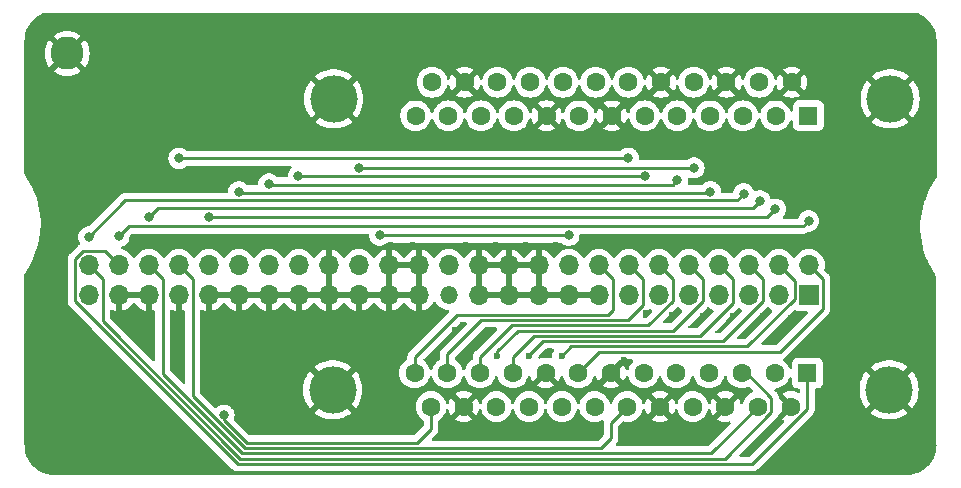
<source format=gbl>
G04 #@! TF.GenerationSoftware,KiCad,Pcbnew,(7.0.0-0)*
G04 #@! TF.CreationDate,2024-01-14T16:53:10+09:00*
G04 #@! TF.ProjectId,SCSIRIDER2_db25:f_gh,53435349-5249-4444-9552-325f64623235,rev?*
G04 #@! TF.SameCoordinates,Original*
G04 #@! TF.FileFunction,Copper,L2,Bot*
G04 #@! TF.FilePolarity,Positive*
%FSLAX46Y46*%
G04 Gerber Fmt 4.6, Leading zero omitted, Abs format (unit mm)*
G04 Created by KiCad (PCBNEW (7.0.0-0)) date 2024-01-14 16:53:10*
%MOMM*%
%LPD*%
G01*
G04 APERTURE LIST*
G04 #@! TA.AperFunction,ComponentPad*
%ADD10C,4.000000*%
G04 #@! TD*
G04 #@! TA.AperFunction,ComponentPad*
%ADD11R,1.600000X1.600000*%
G04 #@! TD*
G04 #@! TA.AperFunction,ComponentPad*
%ADD12C,1.600000*%
G04 #@! TD*
G04 #@! TA.AperFunction,ComponentPad*
%ADD13C,2.800000*%
G04 #@! TD*
G04 #@! TA.AperFunction,ComponentPad*
%ADD14R,1.700000X1.700000*%
G04 #@! TD*
G04 #@! TA.AperFunction,ComponentPad*
%ADD15O,1.700000X1.700000*%
G04 #@! TD*
G04 #@! TA.AperFunction,ComponentPad*
%ADD16O,1.500000X1.500000*%
G04 #@! TD*
G04 #@! TA.AperFunction,ViaPad*
%ADD17C,0.800000*%
G04 #@! TD*
G04 #@! TA.AperFunction,ViaPad*
%ADD18C,0.600000*%
G04 #@! TD*
G04 #@! TA.AperFunction,Conductor*
%ADD19C,0.250000*%
G04 #@! TD*
G04 #@! TA.AperFunction,Conductor*
%ADD20C,0.200000*%
G04 #@! TD*
G04 APERTURE END LIST*
D10*
X129865000Y-134200000D03*
X176965000Y-134200000D03*
D11*
X170034999Y-132779999D03*
D12*
X167265000Y-132780000D03*
X164495000Y-132780000D03*
X161725000Y-132780000D03*
X158955000Y-132780000D03*
X156185000Y-132780000D03*
X153415000Y-132780000D03*
X150645000Y-132780000D03*
X147875000Y-132780000D03*
X145105000Y-132780000D03*
X142335000Y-132780000D03*
X139565000Y-132780000D03*
X136795000Y-132780000D03*
X168650000Y-135620000D03*
X165880000Y-135620000D03*
X163110000Y-135620000D03*
X160340000Y-135620000D03*
X157570000Y-135620000D03*
X154800000Y-135620000D03*
X152030000Y-135620000D03*
X149260000Y-135620000D03*
X146490000Y-135620000D03*
X143720000Y-135620000D03*
X140950000Y-135620000D03*
X138180000Y-135620000D03*
D10*
X177050000Y-109580000D03*
X129950000Y-109580000D03*
D11*
X170119999Y-110999999D03*
D12*
X167350000Y-111000000D03*
X164580000Y-111000000D03*
X161810000Y-111000000D03*
X159040000Y-111000000D03*
X156270000Y-111000000D03*
X153500000Y-111000000D03*
X150730000Y-111000000D03*
X147960000Y-111000000D03*
X145190000Y-111000000D03*
X142420000Y-111000000D03*
X139650000Y-111000000D03*
X136880000Y-111000000D03*
X168735000Y-108160000D03*
X165965000Y-108160000D03*
X163195000Y-108160000D03*
X160425000Y-108160000D03*
X157655000Y-108160000D03*
X154885000Y-108160000D03*
X152115000Y-108160000D03*
X149345000Y-108160000D03*
X146575000Y-108160000D03*
X143805000Y-108160000D03*
X141035000Y-108160000D03*
X138265000Y-108160000D03*
D13*
X107370003Y-105730003D03*
D14*
X170170002Y-126190002D03*
D15*
X170170002Y-123650002D03*
X167630002Y-126190002D03*
X167630002Y-123650002D03*
X165090002Y-126190002D03*
X165090002Y-123650002D03*
X162550002Y-126190002D03*
X162550002Y-123650002D03*
X160010002Y-126190002D03*
X160010002Y-123650002D03*
X157470002Y-126190002D03*
X157470002Y-123650002D03*
X154930002Y-126190002D03*
X154930002Y-123650002D03*
X152390002Y-126190002D03*
X152390002Y-123650002D03*
X149850002Y-126190002D03*
X149850002Y-123650002D03*
X147310002Y-126190002D03*
X147310002Y-123650002D03*
X144770002Y-126190002D03*
X144770002Y-123650002D03*
X142230002Y-126190002D03*
X142230002Y-123650002D03*
D16*
X139690002Y-126190002D03*
D15*
X139690002Y-123650002D03*
X137150002Y-126190002D03*
X137150002Y-123650002D03*
X134610002Y-126190002D03*
X134610002Y-123650002D03*
X132070002Y-126190002D03*
X132070002Y-123650002D03*
X129530002Y-126190002D03*
X129530002Y-123650002D03*
X126990002Y-126190002D03*
X126990002Y-123650002D03*
X124450002Y-126190002D03*
X124450002Y-123650002D03*
X121910002Y-126190002D03*
X121910002Y-123650002D03*
X119370002Y-126190002D03*
X119370002Y-123650002D03*
X116830002Y-126190002D03*
X116830002Y-123650002D03*
X114290002Y-126190002D03*
X114290002Y-123650002D03*
X111750002Y-126190002D03*
X111750002Y-123650002D03*
X109210002Y-126190002D03*
X109210002Y-123650002D03*
D17*
X111740003Y-121210003D03*
X170140003Y-119910003D03*
X167340003Y-118910003D03*
X119370003Y-119560003D03*
X161830003Y-117435503D03*
X121910003Y-117435503D03*
X164640003Y-117610003D03*
X109210003Y-121260003D03*
X159040003Y-116460003D03*
X124450003Y-116785503D03*
X126948941Y-116110503D03*
X156265003Y-116110503D03*
D18*
X145090000Y-136770000D03*
X115725003Y-121960003D03*
X157520000Y-137790000D03*
X120170003Y-116880003D03*
X161790003Y-109530003D03*
X136050000Y-127940000D03*
X153350000Y-134400000D03*
X118265003Y-121960003D03*
X139210000Y-137600000D03*
X167190000Y-137250000D03*
X119070000Y-127940000D03*
X134550000Y-137530000D03*
X148745003Y-121960003D03*
X113185003Y-121960003D03*
X168630000Y-128090000D03*
X129440000Y-127960000D03*
X116500000Y-127880000D03*
X107790003Y-110070003D03*
X134140003Y-105450003D03*
X167380003Y-109540003D03*
X172240003Y-115610003D03*
X147880000Y-134460000D03*
X168430000Y-134010000D03*
X140980000Y-133830000D03*
X150660000Y-136930000D03*
X125885003Y-121960003D03*
X141125003Y-121960003D03*
X163780000Y-127940000D03*
X128425003Y-121960003D03*
X119210000Y-131240000D03*
X171380000Y-139570000D03*
X142920000Y-129490000D03*
X141760003Y-105450003D03*
X164500000Y-134540000D03*
X163200003Y-110160003D03*
X153530003Y-109510003D03*
X150720003Y-109480003D03*
X145090000Y-134460000D03*
X140230000Y-129150000D03*
X156420000Y-127710000D03*
X143665003Y-121960003D03*
X166280000Y-127940000D03*
X130965003Y-121960003D03*
X168700003Y-112850003D03*
X141040003Y-110150003D03*
X114280000Y-130760000D03*
X162740000Y-137340000D03*
X136850003Y-109500003D03*
X157000003Y-105450003D03*
X125250003Y-115610003D03*
X132870003Y-113070003D03*
X115090003Y-116880003D03*
X147880000Y-131160000D03*
X164620003Y-105450003D03*
X134775003Y-121960003D03*
X136680003Y-121960003D03*
X134990000Y-132630000D03*
X172240003Y-105450003D03*
X126590000Y-130940000D03*
X151285003Y-121960003D03*
X169700003Y-121960003D03*
X120805003Y-121960003D03*
X170100000Y-137170000D03*
X160300000Y-137750000D03*
X157650003Y-110130003D03*
X111670000Y-127980000D03*
X122190000Y-135450000D03*
X127130000Y-133250000D03*
X154490000Y-131710000D03*
X150630000Y-134430000D03*
X124570000Y-131530000D03*
X140970000Y-131270000D03*
X121960000Y-130030000D03*
X107470003Y-121960003D03*
X112100003Y-106320003D03*
X117040000Y-131540000D03*
X147840000Y-136840000D03*
X136370000Y-135590000D03*
X158620000Y-127900000D03*
X152370000Y-137660000D03*
X123345003Y-121960003D03*
X169450000Y-131000000D03*
X157560000Y-133930000D03*
X136680003Y-113070003D03*
X104480000Y-125380000D03*
X151920003Y-112435003D03*
X105890000Y-139140000D03*
X153825003Y-113705003D03*
X164980000Y-139530000D03*
X117810000Y-138350000D03*
X131880000Y-132050000D03*
X161200000Y-127970000D03*
X149380003Y-105450003D03*
X126520003Y-105450003D03*
X146205003Y-121960003D03*
X154840000Y-137710000D03*
X143780000Y-131340000D03*
X146480000Y-131320000D03*
X149240000Y-131320000D03*
D17*
X149840003Y-121120003D03*
X133840003Y-121110003D03*
X154890003Y-114610003D03*
X116840003Y-114610003D03*
X132070003Y-115386003D03*
X160440003Y-115410003D03*
X114290003Y-119560003D03*
X166040003Y-118210003D03*
X120648695Y-136371305D03*
D19*
X170035000Y-135825991D02*
X170035000Y-132780000D01*
X108035003Y-123163302D02*
X108035003Y-126676704D01*
X110575003Y-122475003D02*
X108723302Y-122475003D01*
X111750003Y-123650003D02*
X110575003Y-122475003D01*
X108723302Y-122475003D02*
X108035003Y-123163302D01*
X112590003Y-120360003D02*
X111740003Y-121210003D01*
X169690003Y-120360003D02*
X112590003Y-120360003D01*
X165370991Y-140490000D02*
X170035000Y-135825991D01*
X108035003Y-126676704D02*
X109910003Y-128551704D01*
X170140003Y-119910003D02*
X169690003Y-120360003D01*
X109910003Y-128551704D02*
X109910003Y-128566399D01*
X121833604Y-140490000D02*
X165370991Y-140490000D01*
X109910003Y-128566399D02*
X121833604Y-140490000D01*
X119420003Y-119610003D02*
X166640003Y-119610003D01*
X166640003Y-119610003D02*
X167340003Y-118910003D01*
X119370003Y-119560003D02*
X119420003Y-119610003D01*
X161755503Y-117510003D02*
X121984503Y-117510003D01*
X161830003Y-117435503D02*
X161755503Y-117510003D01*
X164640003Y-117610003D02*
X164090003Y-118160003D01*
X112310003Y-118160003D02*
X109210003Y-121260003D01*
X167005000Y-136085991D02*
X167005000Y-134885000D01*
X164900000Y-132780000D02*
X164495000Y-132780000D01*
X109210003Y-123650003D02*
X110385003Y-124825003D01*
X163050991Y-140040000D02*
X167005000Y-136085991D01*
X167005000Y-134885000D02*
X164900000Y-132780000D01*
X110385003Y-124825003D02*
X110385003Y-128405003D01*
X110385003Y-128405003D02*
X122020000Y-140040000D01*
X164090003Y-118160003D02*
X112310003Y-118160003D01*
X122020000Y-140040000D02*
X163050991Y-140040000D01*
X124499503Y-116835003D02*
X158665003Y-116835003D01*
X158665003Y-116835003D02*
X159040003Y-116460003D01*
X156265003Y-116110503D02*
X126948941Y-116110503D01*
X170170003Y-123650003D02*
X171345003Y-124825003D01*
X171345003Y-127365003D02*
X167700006Y-131010000D01*
X171345003Y-124825003D02*
X171345003Y-127365003D01*
X152415000Y-131010000D02*
X150645000Y-132780000D01*
X167700006Y-131010000D02*
X152415000Y-131010000D01*
X145105000Y-132780000D02*
X145105000Y-131445000D01*
D20*
X145105000Y-131445000D02*
X145160000Y-131390000D01*
D19*
X160975000Y-129625000D02*
X163740000Y-126860000D01*
X146925000Y-129625000D02*
X160975000Y-129625000D01*
X163740000Y-124840000D02*
X162550003Y-123650003D01*
X145160000Y-131390000D02*
X146925000Y-129625000D01*
X163740000Y-126860000D02*
X163740000Y-124840000D01*
X158645003Y-124825003D02*
X158645003Y-126676704D01*
X142335000Y-131445000D02*
X142335000Y-132780000D01*
X158645003Y-126676704D02*
X156571707Y-128750000D01*
X157470003Y-123650003D02*
X158645003Y-124825003D01*
X156571707Y-128750000D02*
X145030000Y-128750000D01*
X145030000Y-128750000D02*
X142335000Y-131445000D01*
X154850000Y-128300000D02*
X142440000Y-128300000D01*
X139565000Y-131175000D02*
X139565000Y-132780000D01*
X154930003Y-123650003D02*
X156105003Y-124825003D01*
X142440000Y-128300000D02*
X139565000Y-131175000D01*
X156105003Y-124825003D02*
X156105003Y-127044997D01*
X156105003Y-127044997D02*
X154850000Y-128300000D01*
X140390000Y-127850000D02*
X136795000Y-131445000D01*
X153565003Y-127454997D02*
X153170000Y-127850000D01*
X136795000Y-131445000D02*
X136795000Y-132780000D01*
X153565003Y-124825003D02*
X153565003Y-127454997D01*
X153170000Y-127850000D02*
X140390000Y-127850000D01*
X152390003Y-123650003D02*
X153565003Y-124825003D01*
X145510000Y-129200000D02*
X143775000Y-130935000D01*
X143780000Y-131340000D02*
X143775000Y-131345000D01*
X161185003Y-126704997D02*
X158690000Y-129200000D01*
X143775000Y-130935000D02*
X143775000Y-131335000D01*
X143775000Y-131335000D02*
X143780000Y-131340000D01*
X158690000Y-129200000D02*
X145510000Y-129200000D01*
X160010003Y-123650003D02*
X161185003Y-124825003D01*
X143720000Y-135620000D02*
X143775000Y-135565000D01*
X161185003Y-124825003D02*
X161185003Y-126704997D01*
X165090003Y-123650003D02*
X166265003Y-124825003D01*
X147654009Y-130075000D02*
X146490000Y-131239009D01*
X146490000Y-131310000D02*
X146480000Y-131320000D01*
X146490000Y-131239009D02*
X146490000Y-131310000D01*
X161161396Y-130075000D02*
X147654009Y-130075000D01*
X162891707Y-130050000D02*
X161186396Y-130050000D01*
X161186396Y-130050000D02*
X161161396Y-130075000D01*
X166265003Y-126676704D02*
X162891707Y-130050000D01*
X166265003Y-124825003D02*
X166265003Y-126676704D01*
X146480000Y-131320000D02*
X146490000Y-131330000D01*
X150035000Y-130525000D02*
X164956707Y-130525000D01*
X164956707Y-130525000D02*
X168995003Y-126486704D01*
X168995003Y-126486704D02*
X168995003Y-125015003D01*
X149240000Y-131320000D02*
X150035000Y-130525000D01*
X168995003Y-125015003D02*
X167630003Y-123650003D01*
X133840003Y-121110003D02*
X133850003Y-121120003D01*
X133850003Y-121120003D02*
X149840003Y-121120003D01*
X122392792Y-139140000D02*
X152590000Y-139140000D01*
X153410000Y-137010000D02*
X154800000Y-135620000D01*
X116830003Y-123650003D02*
X118005003Y-124825003D01*
X118005003Y-124825003D02*
X118005003Y-134752211D01*
X152590000Y-139140000D02*
X153410000Y-138320000D01*
X118005003Y-134752211D02*
X122392792Y-139140000D01*
X153410000Y-138320000D02*
X153410000Y-137010000D01*
X154890003Y-114610003D02*
X116840003Y-114610003D01*
X160416003Y-115386003D02*
X132070003Y-115386003D01*
X160440003Y-115410003D02*
X160416003Y-115386003D01*
X166040003Y-118210003D02*
X165440003Y-118810003D01*
X115465003Y-124825003D02*
X114290003Y-123650003D01*
X115040003Y-118810003D02*
X114290003Y-119560003D01*
X165880000Y-135620000D02*
X161910000Y-139590000D01*
X122206396Y-139590000D02*
X115465003Y-132848607D01*
X165440003Y-118810003D02*
X115040003Y-118810003D01*
X161910000Y-139590000D02*
X122206396Y-139590000D01*
X115465003Y-132848607D02*
X115465003Y-124825003D01*
X120648695Y-136759507D02*
X120648695Y-136371305D01*
X122579188Y-138690000D02*
X120648695Y-136759507D01*
X137000000Y-138690000D02*
X122579188Y-138690000D01*
X138180000Y-135620000D02*
X138180000Y-137510000D01*
X138180000Y-137510000D02*
X137000000Y-138690000D01*
G04 #@! TA.AperFunction,Conductor*
G36*
X168664856Y-133149920D02*
G01*
X168715657Y-133195661D01*
X168734500Y-133261372D01*
X168734500Y-133624560D01*
X168734500Y-133624578D01*
X168734501Y-133627872D01*
X168734853Y-133631150D01*
X168734854Y-133631161D01*
X168740079Y-133679768D01*
X168740080Y-133679773D01*
X168740909Y-133687483D01*
X168743619Y-133694749D01*
X168743620Y-133694753D01*
X168744490Y-133697085D01*
X168791204Y-133822331D01*
X168796518Y-133829430D01*
X168796519Y-133829431D01*
X168811483Y-133849421D01*
X168877454Y-133937546D01*
X168992669Y-134023796D01*
X169127517Y-134074091D01*
X169187127Y-134080500D01*
X169285500Y-134080500D01*
X169347500Y-134097113D01*
X169392887Y-134142500D01*
X169409500Y-134204500D01*
X169409500Y-134345128D01*
X169394214Y-134404771D01*
X169352125Y-134449709D01*
X169293610Y-134468863D01*
X169233095Y-134457510D01*
X169101231Y-134396020D01*
X169091097Y-134392332D01*
X168881837Y-134336260D01*
X168871206Y-134334386D01*
X168655395Y-134315506D01*
X168644605Y-134315506D01*
X168428793Y-134334386D01*
X168418162Y-134336260D01*
X168208902Y-134392332D01*
X168198768Y-134396020D01*
X168002425Y-134487577D01*
X167993081Y-134492971D01*
X167935651Y-134533183D01*
X167928217Y-134541296D01*
X167934128Y-134550574D01*
X168650000Y-135266447D01*
X168915872Y-135532319D01*
X168947966Y-135587906D01*
X168947966Y-135652094D01*
X168915872Y-135707681D01*
X167934128Y-136689424D01*
X167928217Y-136698703D01*
X167935650Y-136706814D01*
X167993086Y-136747031D01*
X168002932Y-136752716D01*
X168044035Y-136791212D01*
X168063872Y-136843917D01*
X168058352Y-136899961D01*
X168028614Y-136947784D01*
X165148219Y-139828181D01*
X165107991Y-139855061D01*
X165060538Y-139864500D01*
X164410443Y-139864500D01*
X164354148Y-139850985D01*
X164310125Y-139813385D01*
X164287970Y-139759898D01*
X164292512Y-139702182D01*
X164322762Y-139652819D01*
X165690926Y-138284655D01*
X167392311Y-136583269D01*
X167400481Y-136575835D01*
X167406877Y-136571777D01*
X167452918Y-136522747D01*
X167455535Y-136520045D01*
X167475120Y-136500462D01*
X167477585Y-136497283D01*
X167485167Y-136488407D01*
X167515062Y-136456573D01*
X167524713Y-136439014D01*
X167535390Y-136422761D01*
X167547673Y-136406927D01*
X167565024Y-136366826D01*
X167570147Y-136356370D01*
X167573952Y-136349450D01*
X167594925Y-136321519D01*
X168284903Y-135631542D01*
X168291567Y-135620000D01*
X168284902Y-135608456D01*
X167667775Y-134991328D01*
X167641654Y-134952893D01*
X167631517Y-134907541D01*
X167630561Y-134877113D01*
X167630500Y-134873219D01*
X167630500Y-134849542D01*
X167630500Y-134845650D01*
X167629998Y-134841683D01*
X167629081Y-134830026D01*
X167627710Y-134786373D01*
X167622118Y-134767128D01*
X167618174Y-134748083D01*
X167615664Y-134728208D01*
X167599579Y-134687583D01*
X167595806Y-134676562D01*
X167583618Y-134634610D01*
X167573417Y-134617360D01*
X167564863Y-134599901D01*
X167557486Y-134581268D01*
X167531808Y-134545925D01*
X167525401Y-134536171D01*
X167507142Y-134505296D01*
X167507141Y-134505294D01*
X167503170Y-134498580D01*
X167489004Y-134484414D01*
X167476370Y-134469622D01*
X167464594Y-134453413D01*
X167458583Y-134448440D01*
X167458581Y-134448438D01*
X167430941Y-134425573D01*
X167422300Y-134417710D01*
X167292164Y-134287574D01*
X167258784Y-134226731D01*
X167263323Y-134157482D01*
X167304359Y-134101517D01*
X167369036Y-134076365D01*
X167491692Y-134065635D01*
X167711496Y-134006739D01*
X167917734Y-133910568D01*
X168104139Y-133780047D01*
X168265047Y-133619139D01*
X168395568Y-133432734D01*
X168491739Y-133226496D01*
X168493142Y-133221257D01*
X168493976Y-133218968D01*
X168534154Y-133163662D01*
X168597534Y-133138052D01*
X168664856Y-133149920D01*
G37*
G04 #@! TD.AperFunction*
G04 #@! TA.AperFunction,Conductor*
G36*
X117317503Y-125956616D02*
G01*
X117362890Y-126002003D01*
X117379503Y-126064003D01*
X117379503Y-126316003D01*
X117362890Y-126378003D01*
X117317503Y-126423390D01*
X117255503Y-126440003D01*
X117096329Y-126440003D01*
X117083453Y-126443453D01*
X117080003Y-126456329D01*
X117080003Y-127506372D01*
X117082554Y-127517314D01*
X117093783Y-127516946D01*
X117223409Y-127482213D01*
X117279694Y-127480371D01*
X117330989Y-127503612D01*
X117366715Y-127547144D01*
X117379503Y-127601988D01*
X117379503Y-133579154D01*
X117365988Y-133635449D01*
X117328388Y-133679472D01*
X117274901Y-133701627D01*
X117217185Y-133697085D01*
X117167822Y-133666835D01*
X116126822Y-132625835D01*
X116099942Y-132585607D01*
X116090503Y-132538154D01*
X116090503Y-127529370D01*
X116105789Y-127469727D01*
X116147878Y-127424789D01*
X116206393Y-127405635D01*
X116266908Y-127416988D01*
X116361605Y-127461146D01*
X116371739Y-127464834D01*
X116566222Y-127516946D01*
X116577451Y-127517314D01*
X116580003Y-127506372D01*
X116580003Y-126456329D01*
X116576552Y-126443453D01*
X116563677Y-126440003D01*
X116214503Y-126440003D01*
X116152503Y-126423390D01*
X116107116Y-126378003D01*
X116090503Y-126316003D01*
X116090503Y-126064003D01*
X116107116Y-126002003D01*
X116152503Y-125956616D01*
X116214503Y-125940003D01*
X117255503Y-125940003D01*
X117317503Y-125956616D01*
G37*
G04 #@! TD.AperFunction*
G04 #@! TA.AperFunction,Conductor*
G36*
X143726843Y-128939015D02*
G01*
X143770866Y-128976615D01*
X143793021Y-129030102D01*
X143788479Y-129087818D01*
X143758229Y-129137181D01*
X141947696Y-130947711D01*
X141939511Y-130955159D01*
X141933123Y-130959214D01*
X141927788Y-130964894D01*
X141927783Y-130964899D01*
X141887096Y-131008225D01*
X141884392Y-131011016D01*
X141867628Y-131027780D01*
X141867621Y-131027787D01*
X141864880Y-131030529D01*
X141862500Y-131033596D01*
X141862489Y-131033609D01*
X141862400Y-131033725D01*
X141854842Y-131042570D01*
X141830280Y-131068727D01*
X141830273Y-131068736D01*
X141824938Y-131074418D01*
X141821182Y-131081249D01*
X141821179Y-131081254D01*
X141815285Y-131091975D01*
X141804609Y-131108227D01*
X141797109Y-131117896D01*
X141797101Y-131117907D01*
X141792327Y-131124064D01*
X141789234Y-131131208D01*
X141789229Y-131131219D01*
X141774974Y-131164160D01*
X141769838Y-131174643D01*
X141755011Y-131201615D01*
X141748803Y-131212908D01*
X141746864Y-131220456D01*
X141746863Y-131220461D01*
X141743822Y-131232307D01*
X141737521Y-131250711D01*
X141732658Y-131261948D01*
X141732656Y-131261952D01*
X141729562Y-131269104D01*
X141728342Y-131276803D01*
X141728342Y-131276805D01*
X141722729Y-131312241D01*
X141720361Y-131323676D01*
X141711438Y-131358428D01*
X141711436Y-131358436D01*
X141709500Y-131365981D01*
X141709500Y-131373777D01*
X141709500Y-131386017D01*
X141707974Y-131405402D01*
X141704840Y-131425196D01*
X141705574Y-131432961D01*
X141705574Y-131432964D01*
X141708950Y-131468676D01*
X141709500Y-131480345D01*
X141709500Y-131565812D01*
X141695489Y-131623069D01*
X141656623Y-131667387D01*
X141500296Y-131776847D01*
X141500294Y-131776849D01*
X141495861Y-131779953D01*
X141492037Y-131783776D01*
X141492031Y-131783782D01*
X141338782Y-131937031D01*
X141338776Y-131937037D01*
X141334953Y-131940861D01*
X141331850Y-131945291D01*
X141331847Y-131945296D01*
X141207540Y-132122826D01*
X141207535Y-132122833D01*
X141204432Y-132127266D01*
X141202144Y-132132172D01*
X141202142Y-132132176D01*
X141110550Y-132328594D01*
X141110549Y-132328598D01*
X141108261Y-132333504D01*
X141106862Y-132338723D01*
X141106859Y-132338733D01*
X141069775Y-132477137D01*
X141037681Y-132532724D01*
X140982094Y-132564818D01*
X140917906Y-132564818D01*
X140862319Y-132532724D01*
X140830225Y-132477137D01*
X140808575Y-132396339D01*
X140791739Y-132333504D01*
X140695568Y-132127266D01*
X140565047Y-131940861D01*
X140404139Y-131779953D01*
X140274989Y-131689522D01*
X140243377Y-131667387D01*
X140204511Y-131623069D01*
X140190500Y-131565812D01*
X140190500Y-131485452D01*
X140199939Y-131437999D01*
X140226819Y-131397771D01*
X142662772Y-128961819D01*
X142703000Y-128934939D01*
X142750453Y-128925500D01*
X143670548Y-128925500D01*
X143726843Y-128939015D01*
G37*
G04 #@! TD.AperFunction*
G04 #@! TA.AperFunction,Conductor*
G36*
X141136843Y-128489015D02*
G01*
X141180866Y-128526615D01*
X141203021Y-128580102D01*
X141198479Y-128637818D01*
X141168229Y-128687181D01*
X139177696Y-130677711D01*
X139169511Y-130685159D01*
X139163123Y-130689214D01*
X139157788Y-130694894D01*
X139157783Y-130694899D01*
X139117096Y-130738225D01*
X139114392Y-130741016D01*
X139097628Y-130757780D01*
X139097621Y-130757787D01*
X139094880Y-130760529D01*
X139092500Y-130763596D01*
X139092489Y-130763609D01*
X139092400Y-130763725D01*
X139084842Y-130772570D01*
X139060280Y-130798727D01*
X139060273Y-130798736D01*
X139054938Y-130804418D01*
X139051182Y-130811249D01*
X139051179Y-130811254D01*
X139045285Y-130821975D01*
X139034609Y-130838227D01*
X139027109Y-130847896D01*
X139027101Y-130847907D01*
X139022327Y-130854064D01*
X139019234Y-130861208D01*
X139019229Y-130861219D01*
X139004974Y-130894160D01*
X138999838Y-130904643D01*
X138978803Y-130942908D01*
X138976864Y-130950456D01*
X138976863Y-130950461D01*
X138973822Y-130962307D01*
X138967521Y-130980711D01*
X138962658Y-130991948D01*
X138962656Y-130991952D01*
X138959562Y-130999104D01*
X138958342Y-131006803D01*
X138958342Y-131006805D01*
X138952729Y-131042241D01*
X138950361Y-131053676D01*
X138941438Y-131088428D01*
X138941436Y-131088436D01*
X138939500Y-131095981D01*
X138939500Y-131103777D01*
X138939500Y-131116017D01*
X138937974Y-131135402D01*
X138934840Y-131155196D01*
X138935574Y-131162961D01*
X138935574Y-131162964D01*
X138938950Y-131198676D01*
X138939500Y-131210345D01*
X138939500Y-131565812D01*
X138925489Y-131623069D01*
X138886623Y-131667387D01*
X138730296Y-131776847D01*
X138730294Y-131776849D01*
X138725861Y-131779953D01*
X138722037Y-131783776D01*
X138722031Y-131783782D01*
X138568782Y-131937031D01*
X138568776Y-131937037D01*
X138564953Y-131940861D01*
X138561850Y-131945291D01*
X138561847Y-131945296D01*
X138437540Y-132122826D01*
X138437535Y-132122833D01*
X138434432Y-132127266D01*
X138432144Y-132132172D01*
X138432142Y-132132176D01*
X138340550Y-132328594D01*
X138340549Y-132328598D01*
X138338261Y-132333504D01*
X138336862Y-132338723D01*
X138336859Y-132338733D01*
X138299775Y-132477137D01*
X138267681Y-132532724D01*
X138212094Y-132564818D01*
X138147906Y-132564818D01*
X138092319Y-132532724D01*
X138060225Y-132477137D01*
X138038575Y-132396339D01*
X138021739Y-132333504D01*
X137925568Y-132127266D01*
X137795047Y-131940861D01*
X137634139Y-131779953D01*
X137584913Y-131745485D01*
X137548651Y-131705913D01*
X137532510Y-131654720D01*
X137539516Y-131601502D01*
X137568355Y-131556233D01*
X140612770Y-128511819D01*
X140652999Y-128484939D01*
X140700452Y-128475500D01*
X141080548Y-128475500D01*
X141136843Y-128489015D01*
G37*
G04 #@! TD.AperFunction*
G04 #@! TA.AperFunction,Conductor*
G36*
X114777503Y-125956616D02*
G01*
X114822890Y-126002003D01*
X114839503Y-126064003D01*
X114839503Y-126316003D01*
X114822890Y-126378003D01*
X114777503Y-126423390D01*
X114715503Y-126440003D01*
X114556329Y-126440003D01*
X114543453Y-126443453D01*
X114540003Y-126456329D01*
X114540003Y-127506372D01*
X114542554Y-127517314D01*
X114553783Y-127516946D01*
X114683409Y-127482213D01*
X114739694Y-127480371D01*
X114790989Y-127503612D01*
X114826715Y-127547144D01*
X114839503Y-127601988D01*
X114839503Y-131675550D01*
X114825988Y-131731845D01*
X114788388Y-131775868D01*
X114734901Y-131798023D01*
X114677185Y-131793481D01*
X114627822Y-131763231D01*
X111046822Y-128182231D01*
X111019942Y-128142003D01*
X111010503Y-128094550D01*
X111010503Y-127529370D01*
X111025789Y-127469727D01*
X111067878Y-127424789D01*
X111126393Y-127405635D01*
X111186908Y-127416988D01*
X111281605Y-127461146D01*
X111291739Y-127464834D01*
X111486222Y-127516946D01*
X111497451Y-127517314D01*
X111500003Y-127506372D01*
X112000003Y-127506372D01*
X112002554Y-127517314D01*
X112013783Y-127516946D01*
X112208266Y-127464834D01*
X112218400Y-127461146D01*
X112422679Y-127365889D01*
X112432011Y-127360501D01*
X112616646Y-127231218D01*
X112624912Y-127224281D01*
X112784281Y-127064912D01*
X112791218Y-127056646D01*
X112918428Y-126874972D01*
X112962746Y-126836107D01*
X113020003Y-126822096D01*
X113077260Y-126836107D01*
X113121578Y-126874972D01*
X113248787Y-127056646D01*
X113255724Y-127064912D01*
X113415093Y-127224281D01*
X113423359Y-127231218D01*
X113607994Y-127360501D01*
X113617326Y-127365889D01*
X113821605Y-127461146D01*
X113831739Y-127464834D01*
X114026222Y-127516946D01*
X114037451Y-127517314D01*
X114040003Y-127506372D01*
X114040003Y-126456329D01*
X114036552Y-126443453D01*
X114023677Y-126440003D01*
X112016329Y-126440003D01*
X112003453Y-126443453D01*
X112000003Y-126456329D01*
X112000003Y-127506372D01*
X111500003Y-127506372D01*
X111500003Y-126456329D01*
X111496552Y-126443453D01*
X111483677Y-126440003D01*
X111134503Y-126440003D01*
X111072503Y-126423390D01*
X111027116Y-126378003D01*
X111010503Y-126316003D01*
X111010503Y-126064003D01*
X111027116Y-126002003D01*
X111072503Y-125956616D01*
X111134503Y-125940003D01*
X114715503Y-125940003D01*
X114777503Y-125956616D01*
G37*
G04 #@! TD.AperFunction*
G04 #@! TA.AperFunction,Conductor*
G36*
X148522489Y-130717697D02*
G01*
X148568016Y-130764519D01*
X148583439Y-130827978D01*
X148564482Y-130890472D01*
X148517912Y-130964586D01*
X148517908Y-130964594D01*
X148514211Y-130970478D01*
X148511915Y-130977036D01*
X148511913Y-130977043D01*
X148456930Y-131134175D01*
X148456928Y-131134182D01*
X148454632Y-131140745D01*
X148453852Y-131147662D01*
X148453852Y-131147665D01*
X148439302Y-131276805D01*
X148434435Y-131320000D01*
X148435215Y-131326923D01*
X148435215Y-131326924D01*
X148444747Y-131411530D01*
X148436955Y-131470715D01*
X148402410Y-131519401D01*
X148349119Y-131546303D01*
X148289434Y-131545187D01*
X148106840Y-131496261D01*
X148096206Y-131494386D01*
X147880395Y-131475506D01*
X147869605Y-131475506D01*
X147653793Y-131494386D01*
X147643159Y-131496261D01*
X147429630Y-131553476D01*
X147369944Y-131554592D01*
X147316653Y-131527689D01*
X147282108Y-131479003D01*
X147274317Y-131419820D01*
X147279686Y-131372165D01*
X147291186Y-131332251D01*
X147315222Y-131298375D01*
X147876780Y-130736819D01*
X147917009Y-130709939D01*
X147964462Y-130700500D01*
X148459488Y-130700500D01*
X148522489Y-130717697D01*
G37*
G04 #@! TD.AperFunction*
G04 #@! TA.AperFunction,Conductor*
G36*
X169052428Y-127464277D02*
G01*
X169070812Y-127478039D01*
X169086225Y-127486455D01*
X169205361Y-127530891D01*
X169220335Y-127534429D01*
X169268888Y-127539649D01*
X169275485Y-127540003D01*
X169986050Y-127540003D01*
X170042345Y-127553518D01*
X170086368Y-127591118D01*
X170108523Y-127644605D01*
X170103981Y-127702321D01*
X170073731Y-127751684D01*
X167477234Y-130348181D01*
X167437006Y-130375061D01*
X167389553Y-130384500D01*
X166281159Y-130384500D01*
X166224864Y-130370985D01*
X166180841Y-130333385D01*
X166158686Y-130279898D01*
X166163228Y-130222182D01*
X166193478Y-130172819D01*
X166678478Y-129687819D01*
X168890439Y-127475857D01*
X168940360Y-127445430D01*
X168998680Y-127441259D01*
X169052428Y-127464277D01*
G37*
G04 #@! TD.AperFunction*
G04 #@! TA.AperFunction,Conductor*
G36*
X166758899Y-127227476D02*
G01*
X166763354Y-127231214D01*
X166947994Y-127360501D01*
X166957329Y-127365890D01*
X166983621Y-127378150D01*
X167029594Y-127415045D01*
X167053335Y-127468999D01*
X167049480Y-127527820D01*
X167018900Y-127578214D01*
X164733935Y-129863181D01*
X164693707Y-129890061D01*
X164646254Y-129899500D01*
X164226159Y-129899500D01*
X164169864Y-129885985D01*
X164125841Y-129848385D01*
X164103686Y-129794898D01*
X164108228Y-129737182D01*
X164138478Y-129687819D01*
X165356399Y-128469898D01*
X166591514Y-127234782D01*
X166643629Y-127203674D01*
X166704268Y-127201027D01*
X166758899Y-127227476D01*
G37*
G04 #@! TD.AperFunction*
G04 #@! TA.AperFunction,Conductor*
G36*
X164327094Y-127303854D02*
G01*
X164407994Y-127360501D01*
X164417329Y-127365890D01*
X164443621Y-127378150D01*
X164489594Y-127415045D01*
X164513335Y-127468999D01*
X164509480Y-127527820D01*
X164478900Y-127578214D01*
X162668935Y-129388181D01*
X162628707Y-129415061D01*
X162581254Y-129424500D01*
X162359452Y-129424500D01*
X162303157Y-129410985D01*
X162259134Y-129373385D01*
X162236979Y-129319898D01*
X162241521Y-129262182D01*
X162271771Y-129212819D01*
X163121771Y-128362819D01*
X164127311Y-127357278D01*
X164135481Y-127349844D01*
X164141877Y-127345786D01*
X164165580Y-127320543D01*
X164214509Y-127288566D01*
X164272655Y-127282557D01*
X164327094Y-127303854D01*
G37*
G04 #@! TD.AperFunction*
G04 #@! TA.AperFunction,Conductor*
G36*
X161686255Y-127233245D02*
G01*
X161867994Y-127360501D01*
X161877326Y-127365889D01*
X162038857Y-127441212D01*
X162084828Y-127478108D01*
X162108568Y-127532062D01*
X162104713Y-127590881D01*
X162074133Y-127641275D01*
X160752228Y-128963181D01*
X160712000Y-128990061D01*
X160664547Y-128999500D01*
X160074452Y-128999500D01*
X160018157Y-128985985D01*
X159974134Y-128948385D01*
X159951979Y-128894898D01*
X159956521Y-128837182D01*
X159986771Y-128787819D01*
X160754692Y-128019898D01*
X161527452Y-127247137D01*
X161576128Y-127217114D01*
X161633103Y-127212129D01*
X161686255Y-127233245D01*
G37*
G04 #@! TD.AperFunction*
G04 #@! TA.AperFunction,Conductor*
G36*
X159138899Y-127227476D02*
G01*
X159143354Y-127231214D01*
X159327994Y-127360501D01*
X159337325Y-127365888D01*
X159382918Y-127387148D01*
X159428890Y-127424044D01*
X159452631Y-127477998D01*
X159448776Y-127536818D01*
X159418196Y-127587212D01*
X158467228Y-128538181D01*
X158427000Y-128565061D01*
X158379547Y-128574500D01*
X157931159Y-128574500D01*
X157874864Y-128560985D01*
X157830841Y-128523385D01*
X157808686Y-128469898D01*
X157813228Y-128412182D01*
X157843478Y-128362819D01*
X158407305Y-127798992D01*
X158971514Y-127234782D01*
X159023629Y-127203674D01*
X159084268Y-127201027D01*
X159138899Y-127227476D01*
G37*
G04 #@! TD.AperFunction*
G04 #@! TA.AperFunction,Conductor*
G36*
X156789378Y-127361299D02*
G01*
X156797333Y-127365892D01*
X156823621Y-127378150D01*
X156869594Y-127415045D01*
X156893335Y-127468999D01*
X156889480Y-127527820D01*
X156858900Y-127578214D01*
X156348935Y-128088181D01*
X156308707Y-128115061D01*
X156261254Y-128124500D01*
X156209453Y-128124500D01*
X156153158Y-128110985D01*
X156109135Y-128073385D01*
X156086980Y-128019898D01*
X156091522Y-127962182D01*
X156121772Y-127912819D01*
X156399232Y-127635358D01*
X156492314Y-127542275D01*
X156500484Y-127534841D01*
X156506880Y-127530783D01*
X156552921Y-127481753D01*
X156555538Y-127479051D01*
X156575123Y-127459468D01*
X156577588Y-127456289D01*
X156585170Y-127447413D01*
X156587173Y-127445280D01*
X156615065Y-127415579D01*
X156618827Y-127408735D01*
X156623410Y-127402428D01*
X156624349Y-127403110D01*
X156663874Y-127362175D01*
X156726507Y-127344686D01*
X156789378Y-127361299D01*
G37*
G04 #@! TD.AperFunction*
G04 #@! TA.AperFunction,Conductor*
G36*
X170358003Y-125956616D02*
G01*
X170403390Y-126002003D01*
X170420003Y-126064003D01*
X170420003Y-126316003D01*
X170403390Y-126378003D01*
X170358003Y-126423390D01*
X170296003Y-126440003D01*
X169744503Y-126440003D01*
X169682503Y-126423390D01*
X169637116Y-126378003D01*
X169620503Y-126316003D01*
X169620503Y-126064003D01*
X169637116Y-126002003D01*
X169682503Y-125956616D01*
X169744503Y-125940003D01*
X170296003Y-125940003D01*
X170358003Y-125956616D01*
G37*
G04 #@! TD.AperFunction*
G04 #@! TA.AperFunction,Conductor*
G36*
X168307503Y-125956616D02*
G01*
X168352890Y-126002003D01*
X168369503Y-126064003D01*
X168369503Y-126176252D01*
X168360064Y-126223705D01*
X168333184Y-126263933D01*
X168193433Y-126403684D01*
X168153205Y-126430564D01*
X168105752Y-126440003D01*
X167014503Y-126440003D01*
X166952503Y-126423390D01*
X166907116Y-126378003D01*
X166890503Y-126316003D01*
X166890503Y-126064003D01*
X166907116Y-126002003D01*
X166952503Y-125956616D01*
X167014503Y-125940003D01*
X168245503Y-125940003D01*
X168307503Y-125956616D01*
G37*
G04 #@! TD.AperFunction*
G04 #@! TA.AperFunction,Conductor*
G36*
X165577503Y-125956616D02*
G01*
X165622890Y-126002003D01*
X165639503Y-126064003D01*
X165639503Y-126316003D01*
X165622890Y-126378003D01*
X165577503Y-126423390D01*
X165515503Y-126440003D01*
X164489500Y-126440003D01*
X164427500Y-126423390D01*
X164382113Y-126378003D01*
X164365500Y-126316003D01*
X164365500Y-126064003D01*
X164382113Y-126002003D01*
X164427500Y-125956616D01*
X164489500Y-125940003D01*
X165515503Y-125940003D01*
X165577503Y-125956616D01*
G37*
G04 #@! TD.AperFunction*
G04 #@! TA.AperFunction,Conductor*
G36*
X163052500Y-125956616D02*
G01*
X163097887Y-126002003D01*
X163114500Y-126064003D01*
X163114500Y-126316003D01*
X163097887Y-126378003D01*
X163052500Y-126423390D01*
X162990500Y-126440003D01*
X161934503Y-126440003D01*
X161872503Y-126423390D01*
X161827116Y-126378003D01*
X161810503Y-126316003D01*
X161810503Y-126064003D01*
X161827116Y-126002003D01*
X161872503Y-125956616D01*
X161934503Y-125940003D01*
X162990500Y-125940003D01*
X163052500Y-125956616D01*
G37*
G04 #@! TD.AperFunction*
G04 #@! TA.AperFunction,Conductor*
G36*
X160497503Y-125956616D02*
G01*
X160542890Y-126002003D01*
X160559503Y-126064003D01*
X160559503Y-126316003D01*
X160542890Y-126378003D01*
X160497503Y-126423390D01*
X160435503Y-126440003D01*
X159394503Y-126440003D01*
X159332503Y-126423390D01*
X159287116Y-126378003D01*
X159270503Y-126316003D01*
X159270503Y-126064003D01*
X159287116Y-126002003D01*
X159332503Y-125956616D01*
X159394503Y-125940003D01*
X160435503Y-125940003D01*
X160497503Y-125956616D01*
G37*
G04 #@! TD.AperFunction*
G04 #@! TA.AperFunction,Conductor*
G36*
X157957503Y-125956616D02*
G01*
X158002890Y-126002003D01*
X158019503Y-126064003D01*
X158019503Y-126316003D01*
X158002890Y-126378003D01*
X157957503Y-126423390D01*
X157895503Y-126440003D01*
X156854503Y-126440003D01*
X156792503Y-126423390D01*
X156747116Y-126378003D01*
X156730503Y-126316003D01*
X156730503Y-126064003D01*
X156747116Y-126002003D01*
X156792503Y-125956616D01*
X156854503Y-125940003D01*
X157895503Y-125940003D01*
X157957503Y-125956616D01*
G37*
G04 #@! TD.AperFunction*
G04 #@! TA.AperFunction,Conductor*
G36*
X155417503Y-125956616D02*
G01*
X155462890Y-126002003D01*
X155479503Y-126064003D01*
X155479503Y-126316003D01*
X155462890Y-126378003D01*
X155417503Y-126423390D01*
X155355503Y-126440003D01*
X154314503Y-126440003D01*
X154252503Y-126423390D01*
X154207116Y-126378003D01*
X154190503Y-126316003D01*
X154190503Y-126064003D01*
X154207116Y-126002003D01*
X154252503Y-125956616D01*
X154314503Y-125940003D01*
X155355503Y-125940003D01*
X155417503Y-125956616D01*
G37*
G04 #@! TD.AperFunction*
G04 #@! TA.AperFunction,Conductor*
G36*
X109697503Y-125956616D02*
G01*
X109742890Y-126002003D01*
X109759503Y-126064003D01*
X109759503Y-126316003D01*
X109742890Y-126378003D01*
X109697503Y-126423390D01*
X109635503Y-126440003D01*
X109084003Y-126440003D01*
X109022003Y-126423390D01*
X108976616Y-126378003D01*
X108960003Y-126316003D01*
X108960003Y-126064003D01*
X108976616Y-126002003D01*
X109022003Y-125956616D01*
X109084003Y-125940003D01*
X109635503Y-125940003D01*
X109697503Y-125956616D01*
G37*
G04 #@! TD.AperFunction*
G04 #@! TA.AperFunction,Conductor*
G36*
X179414135Y-102331161D02*
G01*
X179618675Y-102423219D01*
X179631921Y-102430171D01*
X179833912Y-102552282D01*
X179880488Y-102580439D01*
X179892811Y-102588945D01*
X180007130Y-102678510D01*
X180112816Y-102761311D01*
X180121450Y-102768075D01*
X180132658Y-102778005D01*
X180338030Y-102983382D01*
X180347960Y-102994590D01*
X180527088Y-103223236D01*
X180535593Y-103235557D01*
X180685860Y-103484138D01*
X180692811Y-103497385D01*
X180812008Y-103762242D01*
X180817318Y-103776243D01*
X180903724Y-104053548D01*
X180907307Y-104068086D01*
X180959657Y-104353777D01*
X180961462Y-104368643D01*
X180979277Y-104663259D01*
X180979503Y-104670743D01*
X180979503Y-116216044D01*
X180973365Y-116254574D01*
X180955558Y-116289290D01*
X180835936Y-116452694D01*
X180835927Y-116452706D01*
X180834657Y-116454442D01*
X180833519Y-116456247D01*
X180833507Y-116456267D01*
X180570843Y-116873450D01*
X180570831Y-116873470D01*
X180569688Y-116875286D01*
X180568667Y-116877191D01*
X180568659Y-116877206D01*
X180335918Y-117311752D01*
X180335905Y-117311776D01*
X180334887Y-117313679D01*
X180333997Y-117315663D01*
X180333992Y-117315674D01*
X180171622Y-117677787D01*
X180131413Y-117767459D01*
X180130667Y-117769493D01*
X180130663Y-117769504D01*
X179970569Y-118206285D01*
X179960266Y-118234393D01*
X179959665Y-118236470D01*
X179959661Y-118236486D01*
X179889599Y-118479101D01*
X179822290Y-118712181D01*
X179821839Y-118714285D01*
X179821836Y-118714299D01*
X179718619Y-119196343D01*
X179718164Y-119198470D01*
X179717859Y-119200620D01*
X179717858Y-119200628D01*
X179648705Y-119688721D01*
X179648703Y-119688738D01*
X179648402Y-119690864D01*
X179648251Y-119692992D01*
X179648249Y-119693017D01*
X179619176Y-120104438D01*
X179613346Y-120186939D01*
X179613345Y-120189096D01*
X179613345Y-120189103D01*
X179613171Y-120682084D01*
X179613171Y-120682105D01*
X179613171Y-120684250D01*
X179613320Y-120686383D01*
X179613321Y-120686405D01*
X179644105Y-121126463D01*
X179647875Y-121180350D01*
X179648175Y-121182479D01*
X179648177Y-121182497D01*
X179714389Y-121652219D01*
X179717289Y-121672793D01*
X179717740Y-121674909D01*
X179717743Y-121674923D01*
X179820616Y-122157028D01*
X179821070Y-122159155D01*
X179821672Y-122161246D01*
X179821673Y-122161249D01*
X179952568Y-122615722D01*
X179958708Y-122637041D01*
X179959450Y-122639070D01*
X179959454Y-122639082D01*
X180092880Y-123003900D01*
X180129525Y-123104096D01*
X180130406Y-123106066D01*
X180130414Y-123106084D01*
X180331788Y-123556034D01*
X180331796Y-123556050D01*
X180332678Y-123558021D01*
X180384744Y-123655398D01*
X180561444Y-123985875D01*
X180567168Y-123996579D01*
X180568315Y-123998404D01*
X180568317Y-123998407D01*
X180815702Y-124391938D01*
X180831840Y-124417610D01*
X180833120Y-124419361D01*
X180833124Y-124419367D01*
X180874648Y-124476174D01*
X180952650Y-124582885D01*
X180970422Y-124617582D01*
X180976542Y-124656085D01*
X180973464Y-138863837D01*
X180973464Y-138863840D01*
X180973462Y-138876050D01*
X180975924Y-138881998D01*
X180976090Y-138882066D01*
X180977729Y-138905438D01*
X180963938Y-139150899D01*
X180962381Y-139164716D01*
X180917080Y-139431308D01*
X180913985Y-139444865D01*
X180839122Y-139704704D01*
X180834529Y-139717828D01*
X180731047Y-139967646D01*
X180725014Y-139980174D01*
X180594209Y-140216842D01*
X180586811Y-140228616D01*
X180430328Y-140449155D01*
X180421658Y-140460027D01*
X180241478Y-140661646D01*
X180231646Y-140671478D01*
X180030011Y-140851670D01*
X180019140Y-140860339D01*
X179798606Y-141016818D01*
X179786832Y-141024216D01*
X179550171Y-141155015D01*
X179537643Y-141161049D01*
X179287807Y-141264537D01*
X179274682Y-141269129D01*
X179014855Y-141343987D01*
X179001299Y-141347082D01*
X178734703Y-141392383D01*
X178720885Y-141393940D01*
X178447391Y-141409304D01*
X178440429Y-141409499D01*
X106286208Y-141405397D01*
X106286204Y-141405397D01*
X106273995Y-141405397D01*
X106270913Y-141406673D01*
X106252740Y-141407910D01*
X105980371Y-141391433D01*
X105965507Y-141389628D01*
X105681483Y-141337578D01*
X105666944Y-141333994D01*
X105391271Y-141248090D01*
X105377270Y-141242780D01*
X105113962Y-141124273D01*
X105100704Y-141117315D01*
X105098611Y-141116050D01*
X104853591Y-140967930D01*
X104841271Y-140959426D01*
X104828721Y-140949594D01*
X104689856Y-140840800D01*
X104613969Y-140781346D01*
X104602761Y-140771416D01*
X104398588Y-140567243D01*
X104388659Y-140556036D01*
X104304922Y-140449155D01*
X104210579Y-140328735D01*
X104202073Y-140316413D01*
X104145565Y-140222939D01*
X104052686Y-140069300D01*
X104045729Y-140056043D01*
X103954724Y-139853842D01*
X103927219Y-139792729D01*
X103921912Y-139778735D01*
X103916042Y-139759898D01*
X103836004Y-139503052D01*
X103832426Y-139488538D01*
X103780369Y-139204484D01*
X103778567Y-139189651D01*
X103760906Y-138897720D01*
X103760681Y-138890388D01*
X103749143Y-124444127D01*
X103755182Y-124405804D01*
X103772770Y-124371221D01*
X103779568Y-124361850D01*
X103894474Y-124203443D01*
X104160195Y-123777602D01*
X104395673Y-123334321D01*
X104480602Y-123143498D01*
X107404843Y-123143498D01*
X107405577Y-123151263D01*
X107405577Y-123151266D01*
X107408953Y-123186978D01*
X107409503Y-123198647D01*
X107409503Y-126598929D01*
X107408981Y-126609984D01*
X107407330Y-126617371D01*
X107407574Y-126625157D01*
X107407574Y-126625165D01*
X107409442Y-126684577D01*
X107409503Y-126688472D01*
X107409503Y-126716054D01*
X107409991Y-126719923D01*
X107409992Y-126719929D01*
X107410007Y-126720047D01*
X107410921Y-126731670D01*
X107412048Y-126767534D01*
X107412049Y-126767541D01*
X107412294Y-126775331D01*
X107414470Y-126782823D01*
X107414471Y-126782825D01*
X107417882Y-126794566D01*
X107421828Y-126813619D01*
X107424339Y-126833496D01*
X107427209Y-126840746D01*
X107427211Y-126840752D01*
X107440417Y-126874108D01*
X107444200Y-126885155D01*
X107456385Y-126927094D01*
X107460356Y-126933809D01*
X107460357Y-126933811D01*
X107466584Y-126944341D01*
X107475139Y-126961803D01*
X107479645Y-126973184D01*
X107479646Y-126973187D01*
X107482517Y-126980436D01*
X107497248Y-127000711D01*
X107508184Y-127015764D01*
X107514596Y-127025526D01*
X107532859Y-127056406D01*
X107532862Y-127056411D01*
X107536833Y-127063124D01*
X107542348Y-127068639D01*
X107550993Y-127077284D01*
X107563629Y-127092078D01*
X107570822Y-127101979D01*
X107570826Y-127101983D01*
X107575409Y-127108291D01*
X107581418Y-127113262D01*
X107581419Y-127113263D01*
X107609061Y-127136130D01*
X107617702Y-127143993D01*
X109379487Y-128905779D01*
X109398537Y-128930338D01*
X109407858Y-128946099D01*
X109407861Y-128946103D01*
X109411833Y-128952819D01*
X109417351Y-128958337D01*
X109425993Y-128966979D01*
X109438629Y-128981773D01*
X109445822Y-128991674D01*
X109445826Y-128991678D01*
X109450409Y-128997986D01*
X109456418Y-129002957D01*
X109456419Y-129002958D01*
X109484061Y-129025825D01*
X109492702Y-129033688D01*
X121336311Y-140877298D01*
X121343763Y-140885487D01*
X121347818Y-140891877D01*
X121396827Y-140937900D01*
X121399623Y-140940610D01*
X121419133Y-140960120D01*
X121422313Y-140962587D01*
X121431175Y-140970155D01*
X121444484Y-140982654D01*
X121457336Y-140994723D01*
X121457338Y-140994724D01*
X121463022Y-141000062D01*
X121469855Y-141003818D01*
X121469856Y-141003819D01*
X121480577Y-141009713D01*
X121496838Y-141020394D01*
X121512668Y-141032673D01*
X121552759Y-141050021D01*
X121563239Y-141055155D01*
X121601512Y-141076197D01*
X121620920Y-141081180D01*
X121639323Y-141087481D01*
X121650548Y-141092339D01*
X121650550Y-141092339D01*
X121657708Y-141095437D01*
X121700862Y-141102271D01*
X121712248Y-141104629D01*
X121754585Y-141115500D01*
X121774621Y-141115500D01*
X121794019Y-141117027D01*
X121806090Y-141118939D01*
X121806091Y-141118939D01*
X121813800Y-141120160D01*
X121851880Y-141116560D01*
X121857280Y-141116050D01*
X121868949Y-141115500D01*
X165293216Y-141115500D01*
X165304271Y-141116021D01*
X165311658Y-141117673D01*
X165378863Y-141115561D01*
X165382759Y-141115500D01*
X165406439Y-141115500D01*
X165410341Y-141115500D01*
X165414304Y-141114999D01*
X165425954Y-141114080D01*
X165469618Y-141112709D01*
X165488852Y-141107119D01*
X165507908Y-141103174D01*
X165527783Y-141100664D01*
X165568386Y-141084587D01*
X165579441Y-141080802D01*
X165621381Y-141068618D01*
X165638620Y-141058422D01*
X165656094Y-141049862D01*
X165667465Y-141045360D01*
X165667467Y-141045358D01*
X165674723Y-141042486D01*
X165710060Y-141016811D01*
X165719815Y-141010403D01*
X165757411Y-140988170D01*
X165771575Y-140974005D01*
X165786370Y-140961368D01*
X165802578Y-140949594D01*
X165830419Y-140915938D01*
X165838270Y-140907309D01*
X170422306Y-136323273D01*
X170430482Y-136315834D01*
X170436877Y-136311777D01*
X170482933Y-136262731D01*
X170485550Y-136260029D01*
X170505120Y-136240461D01*
X170507565Y-136237307D01*
X170515155Y-136228419D01*
X170545062Y-136196573D01*
X170554713Y-136179014D01*
X170565390Y-136162761D01*
X170577673Y-136146927D01*
X170581408Y-136138296D01*
X175383574Y-136138296D01*
X175390848Y-136146482D01*
X175619620Y-136312694D01*
X175626210Y-136316876D01*
X175895032Y-136464662D01*
X175902071Y-136467975D01*
X176187307Y-136580907D01*
X176194702Y-136583310D01*
X176491837Y-136659602D01*
X176499495Y-136661063D01*
X176803846Y-136699511D01*
X176811608Y-136700000D01*
X177118392Y-136700000D01*
X177126153Y-136699511D01*
X177430504Y-136661063D01*
X177438162Y-136659602D01*
X177735297Y-136583310D01*
X177742692Y-136580907D01*
X178027928Y-136467975D01*
X178034967Y-136464662D01*
X178303798Y-136316872D01*
X178310368Y-136312702D01*
X178539153Y-136146480D01*
X178546424Y-136138297D01*
X178540520Y-136129073D01*
X176976542Y-134565095D01*
X176965000Y-134558431D01*
X176953457Y-134565095D01*
X175389478Y-136129073D01*
X175383574Y-136138296D01*
X170581408Y-136138296D01*
X170595022Y-136106832D01*
X170600157Y-136096353D01*
X170621197Y-136058083D01*
X170626178Y-136038678D01*
X170632483Y-136020268D01*
X170637339Y-136009047D01*
X170637339Y-136009046D01*
X170640438Y-136001886D01*
X170647269Y-135958747D01*
X170649639Y-135947306D01*
X170658560Y-135912565D01*
X170658559Y-135912565D01*
X170660500Y-135905010D01*
X170660500Y-135884974D01*
X170662025Y-135865588D01*
X170665160Y-135845795D01*
X170661050Y-135802315D01*
X170660500Y-135790646D01*
X170660500Y-134204499D01*
X170660662Y-134203894D01*
X174460302Y-134203894D01*
X174479564Y-134510059D01*
X174480538Y-134517779D01*
X174538023Y-134819124D01*
X174539959Y-134826663D01*
X174634759Y-135118426D01*
X174637622Y-135125657D01*
X174768243Y-135403240D01*
X174771987Y-135410051D01*
X174936368Y-135669075D01*
X174940942Y-135675371D01*
X175018249Y-135768819D01*
X175029547Y-135776584D01*
X175041532Y-135769913D01*
X176599904Y-134211542D01*
X176606567Y-134200000D01*
X177323431Y-134200000D01*
X177330095Y-134211542D01*
X178888467Y-135769914D01*
X178900449Y-135776584D01*
X178911751Y-135768816D01*
X178989054Y-135675374D01*
X178993630Y-135669076D01*
X179158012Y-135410051D01*
X179161756Y-135403240D01*
X179292377Y-135125657D01*
X179295240Y-135118426D01*
X179390040Y-134826663D01*
X179391976Y-134819124D01*
X179449461Y-134517779D01*
X179450435Y-134510059D01*
X179469698Y-134203894D01*
X179469698Y-134196106D01*
X179450435Y-133889940D01*
X179449461Y-133882220D01*
X179391976Y-133580875D01*
X179390040Y-133573336D01*
X179295240Y-133281573D01*
X179292377Y-133274342D01*
X179161756Y-132996759D01*
X179158012Y-132989948D01*
X178993631Y-132730924D01*
X178989057Y-132724628D01*
X178911749Y-132631179D01*
X178900450Y-132623414D01*
X178888467Y-132630084D01*
X177330095Y-134188457D01*
X177323431Y-134200000D01*
X176606567Y-134200000D01*
X176606568Y-134199999D01*
X176599904Y-134188457D01*
X175041532Y-132630085D01*
X175029548Y-132623415D01*
X175018247Y-132631182D01*
X174940940Y-132724631D01*
X174936373Y-132730917D01*
X174771987Y-132989948D01*
X174768243Y-132996759D01*
X174637622Y-133274342D01*
X174634759Y-133281573D01*
X174539959Y-133573336D01*
X174538023Y-133580875D01*
X174480538Y-133882220D01*
X174479564Y-133889940D01*
X174460302Y-134196106D01*
X174460302Y-134203894D01*
X170660662Y-134203894D01*
X170677113Y-134142499D01*
X170722500Y-134097112D01*
X170784500Y-134080499D01*
X170879561Y-134080499D01*
X170882872Y-134080499D01*
X170942483Y-134074091D01*
X171077331Y-134023796D01*
X171192546Y-133937546D01*
X171278796Y-133822331D01*
X171329091Y-133687483D01*
X171335500Y-133627873D01*
X171335499Y-132261702D01*
X175383574Y-132261702D01*
X175389480Y-132270927D01*
X176953457Y-133834904D01*
X176965000Y-133841568D01*
X176976542Y-133834904D01*
X178540518Y-132270927D01*
X178546424Y-132261702D01*
X178539150Y-132253516D01*
X178310379Y-132087305D01*
X178303789Y-132083123D01*
X178034967Y-131935337D01*
X178027928Y-131932024D01*
X177742692Y-131819092D01*
X177735297Y-131816689D01*
X177438162Y-131740397D01*
X177430504Y-131738936D01*
X177126153Y-131700488D01*
X177118392Y-131700000D01*
X176811608Y-131700000D01*
X176803846Y-131700488D01*
X176499495Y-131738936D01*
X176491837Y-131740397D01*
X176194702Y-131816689D01*
X176187307Y-131819092D01*
X175902071Y-131932024D01*
X175895032Y-131935337D01*
X175626210Y-132083123D01*
X175619620Y-132087305D01*
X175390848Y-132253516D01*
X175383574Y-132261702D01*
X171335499Y-132261702D01*
X171335499Y-131932128D01*
X171329091Y-131872517D01*
X171278796Y-131737669D01*
X171192546Y-131622454D01*
X171165801Y-131602433D01*
X171084431Y-131541519D01*
X171084430Y-131541518D01*
X171077331Y-131536204D01*
X170970238Y-131496261D01*
X170949752Y-131488620D01*
X170949750Y-131488619D01*
X170942483Y-131485909D01*
X170934770Y-131485079D01*
X170934767Y-131485079D01*
X170886180Y-131479855D01*
X170886169Y-131479854D01*
X170882873Y-131479500D01*
X170879550Y-131479500D01*
X169190439Y-131479500D01*
X169190420Y-131479500D01*
X169187128Y-131479501D01*
X169183850Y-131479853D01*
X169183838Y-131479854D01*
X169135231Y-131485079D01*
X169135225Y-131485080D01*
X169127517Y-131485909D01*
X169120252Y-131488618D01*
X169120246Y-131488620D01*
X169000980Y-131533104D01*
X169000978Y-131533104D01*
X168992669Y-131536204D01*
X168985572Y-131541516D01*
X168985568Y-131541519D01*
X168884550Y-131617141D01*
X168884546Y-131617144D01*
X168877454Y-131622454D01*
X168872144Y-131629546D01*
X168872141Y-131629550D01*
X168796519Y-131730568D01*
X168796516Y-131730572D01*
X168791204Y-131737669D01*
X168788104Y-131745978D01*
X168788104Y-131745980D01*
X168743620Y-131865247D01*
X168743619Y-131865250D01*
X168740909Y-131872517D01*
X168740079Y-131880227D01*
X168740079Y-131880232D01*
X168734855Y-131928819D01*
X168734854Y-131928831D01*
X168734500Y-131932127D01*
X168734500Y-131935448D01*
X168734500Y-131935449D01*
X168734500Y-132298625D01*
X168715658Y-132364335D01*
X168664858Y-132410075D01*
X168597539Y-132421946D01*
X168534158Y-132396339D01*
X168493978Y-132341036D01*
X168493140Y-132338733D01*
X168491739Y-132333504D01*
X168395568Y-132127266D01*
X168265047Y-131940861D01*
X168104139Y-131779953D01*
X168043218Y-131737296D01*
X168003273Y-131690855D01*
X167990433Y-131630959D01*
X168007833Y-131572225D01*
X168051222Y-131528988D01*
X168086426Y-131508170D01*
X168100590Y-131494005D01*
X168115385Y-131481368D01*
X168131593Y-131469594D01*
X168159434Y-131435938D01*
X168167285Y-131427309D01*
X171732314Y-127862281D01*
X171740484Y-127854847D01*
X171746880Y-127850789D01*
X171792921Y-127801759D01*
X171795538Y-127799057D01*
X171815123Y-127779474D01*
X171817588Y-127776295D01*
X171825170Y-127767419D01*
X171855065Y-127735585D01*
X171864716Y-127718026D01*
X171875393Y-127701773D01*
X171887676Y-127685939D01*
X171905021Y-127645855D01*
X171910154Y-127635374D01*
X171931200Y-127597095D01*
X171936182Y-127577687D01*
X171942485Y-127559279D01*
X171950440Y-127540899D01*
X171957274Y-127497747D01*
X171959636Y-127486341D01*
X171970503Y-127444022D01*
X171970503Y-127423986D01*
X171972030Y-127404588D01*
X171973942Y-127392516D01*
X171973941Y-127392516D01*
X171975163Y-127384807D01*
X171971053Y-127341327D01*
X171970503Y-127329658D01*
X171970503Y-124902778D01*
X171971024Y-124891722D01*
X171972676Y-124884336D01*
X171970564Y-124817130D01*
X171970503Y-124813235D01*
X171970503Y-124789544D01*
X171970503Y-124785653D01*
X171970001Y-124781680D01*
X171969083Y-124770021D01*
X171967957Y-124734176D01*
X171967712Y-124726376D01*
X171962123Y-124707143D01*
X171958177Y-124688086D01*
X171957696Y-124684281D01*
X171955667Y-124668211D01*
X171939585Y-124627594D01*
X171935806Y-124616554D01*
X171925798Y-124582105D01*
X171925796Y-124582102D01*
X171923621Y-124574613D01*
X171913420Y-124557363D01*
X171904866Y-124539904D01*
X171897489Y-124521271D01*
X171871811Y-124485928D01*
X171865404Y-124476174D01*
X171847145Y-124445299D01*
X171847144Y-124445297D01*
X171843173Y-124438583D01*
X171829007Y-124424417D01*
X171816373Y-124409625D01*
X171804597Y-124393416D01*
X171798586Y-124388443D01*
X171798584Y-124388441D01*
X171770944Y-124365576D01*
X171762303Y-124357713D01*
X171510240Y-124105650D01*
X171478146Y-124050062D01*
X171478146Y-123985875D01*
X171496781Y-123916329D01*
X171505066Y-123885411D01*
X171525662Y-123650003D01*
X171505066Y-123414595D01*
X171443906Y-123186340D01*
X171344038Y-122972174D01*
X171208498Y-122778602D01*
X171041404Y-122611508D01*
X171036973Y-122608405D01*
X171036969Y-122608402D01*
X170852262Y-122479069D01*
X170852260Y-122479067D01*
X170847833Y-122475968D01*
X170842936Y-122473684D01*
X170842930Y-122473681D01*
X170638575Y-122378389D01*
X170638573Y-122378388D01*
X170633666Y-122376100D01*
X170628441Y-122374700D01*
X170628433Y-122374697D01*
X170410637Y-122316340D01*
X170410633Y-122316339D01*
X170405411Y-122314940D01*
X170400023Y-122314468D01*
X170400020Y-122314468D01*
X170175398Y-122294816D01*
X170170003Y-122294344D01*
X170164608Y-122294816D01*
X169939985Y-122314468D01*
X169939980Y-122314468D01*
X169934595Y-122314940D01*
X169929374Y-122316338D01*
X169929368Y-122316340D01*
X169711572Y-122374697D01*
X169711560Y-122374701D01*
X169706340Y-122376100D01*
X169701435Y-122378386D01*
X169701430Y-122378389D01*
X169497084Y-122473678D01*
X169497080Y-122473680D01*
X169492174Y-122475968D01*
X169487741Y-122479071D01*
X169487734Y-122479076D01*
X169303037Y-122608402D01*
X169303032Y-122608405D01*
X169298602Y-122611508D01*
X169294778Y-122615331D01*
X169294772Y-122615337D01*
X169135337Y-122774772D01*
X169135331Y-122774778D01*
X169131508Y-122778602D01*
X169128405Y-122783032D01*
X169128402Y-122783037D01*
X169001578Y-122964162D01*
X168957260Y-123003028D01*
X168900003Y-123017039D01*
X168842746Y-123003028D01*
X168798428Y-122964162D01*
X168736518Y-122875745D01*
X168668498Y-122778602D01*
X168501404Y-122611508D01*
X168496973Y-122608405D01*
X168496969Y-122608402D01*
X168312262Y-122479069D01*
X168312260Y-122479067D01*
X168307833Y-122475968D01*
X168302936Y-122473684D01*
X168302930Y-122473681D01*
X168098575Y-122378389D01*
X168098573Y-122378388D01*
X168093666Y-122376100D01*
X168088441Y-122374700D01*
X168088433Y-122374697D01*
X167870637Y-122316340D01*
X167870633Y-122316339D01*
X167865411Y-122314940D01*
X167860023Y-122314468D01*
X167860020Y-122314468D01*
X167635398Y-122294816D01*
X167630003Y-122294344D01*
X167624608Y-122294816D01*
X167399985Y-122314468D01*
X167399980Y-122314468D01*
X167394595Y-122314940D01*
X167389374Y-122316338D01*
X167389368Y-122316340D01*
X167171572Y-122374697D01*
X167171560Y-122374701D01*
X167166340Y-122376100D01*
X167161435Y-122378386D01*
X167161430Y-122378389D01*
X166957084Y-122473678D01*
X166957080Y-122473680D01*
X166952174Y-122475968D01*
X166947741Y-122479071D01*
X166947734Y-122479076D01*
X166763037Y-122608402D01*
X166763032Y-122608405D01*
X166758602Y-122611508D01*
X166754778Y-122615331D01*
X166754772Y-122615337D01*
X166595337Y-122774772D01*
X166595331Y-122774778D01*
X166591508Y-122778602D01*
X166588405Y-122783032D01*
X166588402Y-122783037D01*
X166461578Y-122964162D01*
X166417260Y-123003028D01*
X166360003Y-123017039D01*
X166302746Y-123003028D01*
X166258428Y-122964162D01*
X166196518Y-122875745D01*
X166128498Y-122778602D01*
X165961404Y-122611508D01*
X165956973Y-122608405D01*
X165956969Y-122608402D01*
X165772262Y-122479069D01*
X165772260Y-122479067D01*
X165767833Y-122475968D01*
X165762936Y-122473684D01*
X165762930Y-122473681D01*
X165558575Y-122378389D01*
X165558573Y-122378388D01*
X165553666Y-122376100D01*
X165548441Y-122374700D01*
X165548433Y-122374697D01*
X165330637Y-122316340D01*
X165330633Y-122316339D01*
X165325411Y-122314940D01*
X165320023Y-122314468D01*
X165320020Y-122314468D01*
X165095398Y-122294816D01*
X165090003Y-122294344D01*
X165084608Y-122294816D01*
X164859985Y-122314468D01*
X164859980Y-122314468D01*
X164854595Y-122314940D01*
X164849374Y-122316338D01*
X164849368Y-122316340D01*
X164631572Y-122374697D01*
X164631560Y-122374701D01*
X164626340Y-122376100D01*
X164621435Y-122378386D01*
X164621430Y-122378389D01*
X164417084Y-122473678D01*
X164417080Y-122473680D01*
X164412174Y-122475968D01*
X164407741Y-122479071D01*
X164407734Y-122479076D01*
X164223037Y-122608402D01*
X164223032Y-122608405D01*
X164218602Y-122611508D01*
X164214778Y-122615331D01*
X164214772Y-122615337D01*
X164055337Y-122774772D01*
X164055331Y-122774778D01*
X164051508Y-122778602D01*
X164048405Y-122783032D01*
X164048402Y-122783037D01*
X163921578Y-122964162D01*
X163877260Y-123003028D01*
X163820003Y-123017039D01*
X163762746Y-123003028D01*
X163718428Y-122964162D01*
X163656518Y-122875745D01*
X163588498Y-122778602D01*
X163421404Y-122611508D01*
X163416973Y-122608405D01*
X163416969Y-122608402D01*
X163232262Y-122479069D01*
X163232260Y-122479067D01*
X163227833Y-122475968D01*
X163222936Y-122473684D01*
X163222930Y-122473681D01*
X163018575Y-122378389D01*
X163018573Y-122378388D01*
X163013666Y-122376100D01*
X163008441Y-122374700D01*
X163008433Y-122374697D01*
X162790637Y-122316340D01*
X162790633Y-122316339D01*
X162785411Y-122314940D01*
X162780023Y-122314468D01*
X162780020Y-122314468D01*
X162555398Y-122294816D01*
X162550003Y-122294344D01*
X162544608Y-122294816D01*
X162319985Y-122314468D01*
X162319980Y-122314468D01*
X162314595Y-122314940D01*
X162309374Y-122316338D01*
X162309368Y-122316340D01*
X162091572Y-122374697D01*
X162091560Y-122374701D01*
X162086340Y-122376100D01*
X162081435Y-122378386D01*
X162081430Y-122378389D01*
X161877084Y-122473678D01*
X161877080Y-122473680D01*
X161872174Y-122475968D01*
X161867741Y-122479071D01*
X161867734Y-122479076D01*
X161683037Y-122608402D01*
X161683032Y-122608405D01*
X161678602Y-122611508D01*
X161674778Y-122615331D01*
X161674772Y-122615337D01*
X161515337Y-122774772D01*
X161515331Y-122774778D01*
X161511508Y-122778602D01*
X161508405Y-122783032D01*
X161508402Y-122783037D01*
X161381578Y-122964162D01*
X161337260Y-123003028D01*
X161280003Y-123017039D01*
X161222746Y-123003028D01*
X161178428Y-122964162D01*
X161116518Y-122875745D01*
X161048498Y-122778602D01*
X160881404Y-122611508D01*
X160876973Y-122608405D01*
X160876969Y-122608402D01*
X160692262Y-122479069D01*
X160692260Y-122479067D01*
X160687833Y-122475968D01*
X160682936Y-122473684D01*
X160682930Y-122473681D01*
X160478575Y-122378389D01*
X160478573Y-122378388D01*
X160473666Y-122376100D01*
X160468441Y-122374700D01*
X160468433Y-122374697D01*
X160250637Y-122316340D01*
X160250633Y-122316339D01*
X160245411Y-122314940D01*
X160240023Y-122314468D01*
X160240020Y-122314468D01*
X160015398Y-122294816D01*
X160010003Y-122294344D01*
X160004608Y-122294816D01*
X159779985Y-122314468D01*
X159779980Y-122314468D01*
X159774595Y-122314940D01*
X159769374Y-122316338D01*
X159769368Y-122316340D01*
X159551572Y-122374697D01*
X159551560Y-122374701D01*
X159546340Y-122376100D01*
X159541435Y-122378386D01*
X159541430Y-122378389D01*
X159337084Y-122473678D01*
X159337080Y-122473680D01*
X159332174Y-122475968D01*
X159327741Y-122479071D01*
X159327734Y-122479076D01*
X159143037Y-122608402D01*
X159143032Y-122608405D01*
X159138602Y-122611508D01*
X159134778Y-122615331D01*
X159134772Y-122615337D01*
X158975337Y-122774772D01*
X158975331Y-122774778D01*
X158971508Y-122778602D01*
X158968405Y-122783032D01*
X158968402Y-122783037D01*
X158841578Y-122964162D01*
X158797260Y-123003028D01*
X158740003Y-123017039D01*
X158682746Y-123003028D01*
X158638428Y-122964162D01*
X158576518Y-122875745D01*
X158508498Y-122778602D01*
X158341404Y-122611508D01*
X158336973Y-122608405D01*
X158336969Y-122608402D01*
X158152262Y-122479069D01*
X158152260Y-122479067D01*
X158147833Y-122475968D01*
X158142936Y-122473684D01*
X158142930Y-122473681D01*
X157938575Y-122378389D01*
X157938573Y-122378388D01*
X157933666Y-122376100D01*
X157928441Y-122374700D01*
X157928433Y-122374697D01*
X157710637Y-122316340D01*
X157710633Y-122316339D01*
X157705411Y-122314940D01*
X157700023Y-122314468D01*
X157700020Y-122314468D01*
X157475398Y-122294816D01*
X157470003Y-122294344D01*
X157464608Y-122294816D01*
X157239985Y-122314468D01*
X157239980Y-122314468D01*
X157234595Y-122314940D01*
X157229374Y-122316338D01*
X157229368Y-122316340D01*
X157011572Y-122374697D01*
X157011560Y-122374701D01*
X157006340Y-122376100D01*
X157001435Y-122378386D01*
X157001430Y-122378389D01*
X156797084Y-122473678D01*
X156797080Y-122473680D01*
X156792174Y-122475968D01*
X156787741Y-122479071D01*
X156787734Y-122479076D01*
X156603037Y-122608402D01*
X156603032Y-122608405D01*
X156598602Y-122611508D01*
X156594778Y-122615331D01*
X156594772Y-122615337D01*
X156435337Y-122774772D01*
X156435331Y-122774778D01*
X156431508Y-122778602D01*
X156428405Y-122783032D01*
X156428402Y-122783037D01*
X156301578Y-122964162D01*
X156257260Y-123003028D01*
X156200003Y-123017039D01*
X156142746Y-123003028D01*
X156098428Y-122964162D01*
X156036518Y-122875745D01*
X155968498Y-122778602D01*
X155801404Y-122611508D01*
X155796973Y-122608405D01*
X155796969Y-122608402D01*
X155612262Y-122479069D01*
X155612260Y-122479067D01*
X155607833Y-122475968D01*
X155602936Y-122473684D01*
X155602930Y-122473681D01*
X155398575Y-122378389D01*
X155398573Y-122378388D01*
X155393666Y-122376100D01*
X155388441Y-122374700D01*
X155388433Y-122374697D01*
X155170637Y-122316340D01*
X155170633Y-122316339D01*
X155165411Y-122314940D01*
X155160023Y-122314468D01*
X155160020Y-122314468D01*
X154935398Y-122294816D01*
X154930003Y-122294344D01*
X154924608Y-122294816D01*
X154699985Y-122314468D01*
X154699980Y-122314468D01*
X154694595Y-122314940D01*
X154689374Y-122316338D01*
X154689368Y-122316340D01*
X154471572Y-122374697D01*
X154471560Y-122374701D01*
X154466340Y-122376100D01*
X154461435Y-122378386D01*
X154461430Y-122378389D01*
X154257084Y-122473678D01*
X154257080Y-122473680D01*
X154252174Y-122475968D01*
X154247741Y-122479071D01*
X154247734Y-122479076D01*
X154063037Y-122608402D01*
X154063032Y-122608405D01*
X154058602Y-122611508D01*
X154054778Y-122615331D01*
X154054772Y-122615337D01*
X153895337Y-122774772D01*
X153895331Y-122774778D01*
X153891508Y-122778602D01*
X153888405Y-122783032D01*
X153888402Y-122783037D01*
X153761578Y-122964162D01*
X153717260Y-123003028D01*
X153660003Y-123017039D01*
X153602746Y-123003028D01*
X153558428Y-122964162D01*
X153496518Y-122875745D01*
X153428498Y-122778602D01*
X153261404Y-122611508D01*
X153256973Y-122608405D01*
X153256969Y-122608402D01*
X153072262Y-122479069D01*
X153072260Y-122479067D01*
X153067833Y-122475968D01*
X153062936Y-122473684D01*
X153062930Y-122473681D01*
X152858575Y-122378389D01*
X152858573Y-122378388D01*
X152853666Y-122376100D01*
X152848441Y-122374700D01*
X152848433Y-122374697D01*
X152630637Y-122316340D01*
X152630633Y-122316339D01*
X152625411Y-122314940D01*
X152620023Y-122314468D01*
X152620020Y-122314468D01*
X152395398Y-122294816D01*
X152390003Y-122294344D01*
X152384608Y-122294816D01*
X152159985Y-122314468D01*
X152159980Y-122314468D01*
X152154595Y-122314940D01*
X152149374Y-122316338D01*
X152149368Y-122316340D01*
X151931572Y-122374697D01*
X151931560Y-122374701D01*
X151926340Y-122376100D01*
X151921435Y-122378386D01*
X151921430Y-122378389D01*
X151717084Y-122473678D01*
X151717080Y-122473680D01*
X151712174Y-122475968D01*
X151707741Y-122479071D01*
X151707734Y-122479076D01*
X151523037Y-122608402D01*
X151523032Y-122608405D01*
X151518602Y-122611508D01*
X151514778Y-122615331D01*
X151514772Y-122615337D01*
X151355337Y-122774772D01*
X151355331Y-122774778D01*
X151351508Y-122778602D01*
X151348405Y-122783032D01*
X151348402Y-122783037D01*
X151221578Y-122964162D01*
X151177260Y-123003028D01*
X151120003Y-123017039D01*
X151062746Y-123003028D01*
X151018428Y-122964162D01*
X150956518Y-122875745D01*
X150888498Y-122778602D01*
X150721404Y-122611508D01*
X150716973Y-122608405D01*
X150716969Y-122608402D01*
X150532262Y-122479069D01*
X150532260Y-122479067D01*
X150527833Y-122475968D01*
X150522936Y-122473684D01*
X150522930Y-122473681D01*
X150318575Y-122378389D01*
X150318573Y-122378388D01*
X150313666Y-122376100D01*
X150308441Y-122374700D01*
X150308433Y-122374697D01*
X150090637Y-122316340D01*
X150090633Y-122316339D01*
X150085411Y-122314940D01*
X150080023Y-122314468D01*
X150080020Y-122314468D01*
X149855398Y-122294816D01*
X149850003Y-122294344D01*
X149844608Y-122294816D01*
X149619985Y-122314468D01*
X149619980Y-122314468D01*
X149614595Y-122314940D01*
X149609374Y-122316338D01*
X149609368Y-122316340D01*
X149391572Y-122374697D01*
X149391560Y-122374701D01*
X149386340Y-122376100D01*
X149381435Y-122378386D01*
X149381430Y-122378389D01*
X149177084Y-122473678D01*
X149177080Y-122473680D01*
X149172174Y-122475968D01*
X149167741Y-122479071D01*
X149167734Y-122479076D01*
X148983037Y-122608402D01*
X148983032Y-122608405D01*
X148978602Y-122611508D01*
X148974778Y-122615331D01*
X148974772Y-122615337D01*
X148815337Y-122774772D01*
X148815331Y-122774778D01*
X148811508Y-122778602D01*
X148808406Y-122783031D01*
X148808406Y-122783032D01*
X148681272Y-122964599D01*
X148636954Y-123003464D01*
X148579697Y-123017475D01*
X148522440Y-123003464D01*
X148478122Y-122964598D01*
X148351218Y-122783360D01*
X148344283Y-122775095D01*
X148184912Y-122615724D01*
X148176646Y-122608787D01*
X147992011Y-122479504D01*
X147982679Y-122474116D01*
X147778400Y-122378859D01*
X147768266Y-122375171D01*
X147573783Y-122323059D01*
X147562554Y-122322691D01*
X147560003Y-122333634D01*
X147560003Y-125923677D01*
X147563453Y-125936552D01*
X147576329Y-125940003D01*
X152815503Y-125940003D01*
X152877503Y-125956616D01*
X152922890Y-126002003D01*
X152939503Y-126064003D01*
X152939503Y-126316003D01*
X152922890Y-126378003D01*
X152877503Y-126423390D01*
X152815503Y-126440003D01*
X142104003Y-126440003D01*
X142042003Y-126423390D01*
X141996616Y-126378003D01*
X141980003Y-126316003D01*
X141980003Y-125923677D01*
X142480003Y-125923677D01*
X142483453Y-125936552D01*
X142496329Y-125940003D01*
X144503677Y-125940003D01*
X144516552Y-125936552D01*
X144520003Y-125923677D01*
X145020003Y-125923677D01*
X145023453Y-125936552D01*
X145036329Y-125940003D01*
X147043677Y-125940003D01*
X147056552Y-125936552D01*
X147060003Y-125923677D01*
X147060003Y-123916329D01*
X147056552Y-123903453D01*
X147043677Y-123900003D01*
X145036329Y-123900003D01*
X145023453Y-123903453D01*
X145020003Y-123916329D01*
X145020003Y-125923677D01*
X144520003Y-125923677D01*
X144520003Y-123916329D01*
X144516552Y-123903453D01*
X144503677Y-123900003D01*
X142496329Y-123900003D01*
X142483453Y-123903453D01*
X142480003Y-123916329D01*
X142480003Y-125923677D01*
X141980003Y-125923677D01*
X141980003Y-123383677D01*
X142480003Y-123383677D01*
X142483453Y-123396552D01*
X142496329Y-123400003D01*
X144503677Y-123400003D01*
X144516552Y-123396552D01*
X144520003Y-123383677D01*
X145020003Y-123383677D01*
X145023453Y-123396552D01*
X145036329Y-123400003D01*
X147043677Y-123400003D01*
X147056552Y-123396552D01*
X147060003Y-123383677D01*
X147060003Y-122333634D01*
X147057451Y-122322691D01*
X147046222Y-122323059D01*
X146851739Y-122375171D01*
X146841605Y-122378859D01*
X146637335Y-122474113D01*
X146627985Y-122479511D01*
X146443360Y-122608787D01*
X146435095Y-122615722D01*
X146275722Y-122775095D01*
X146268791Y-122783355D01*
X146141578Y-122965035D01*
X146097260Y-123003900D01*
X146040003Y-123017911D01*
X145982746Y-123003900D01*
X145938428Y-122965035D01*
X145811214Y-122783355D01*
X145804283Y-122775095D01*
X145644912Y-122615724D01*
X145636646Y-122608787D01*
X145452011Y-122479504D01*
X145442679Y-122474116D01*
X145238400Y-122378859D01*
X145228266Y-122375171D01*
X145033783Y-122323059D01*
X145022554Y-122322691D01*
X145020003Y-122333634D01*
X145020003Y-123383677D01*
X144520003Y-123383677D01*
X144520003Y-122333634D01*
X144517451Y-122322691D01*
X144506222Y-122323059D01*
X144311739Y-122375171D01*
X144301605Y-122378859D01*
X144097335Y-122474113D01*
X144087985Y-122479511D01*
X143903360Y-122608787D01*
X143895095Y-122615722D01*
X143735722Y-122775095D01*
X143728791Y-122783355D01*
X143601578Y-122965035D01*
X143557260Y-123003900D01*
X143500003Y-123017911D01*
X143442746Y-123003900D01*
X143398428Y-122965035D01*
X143271214Y-122783355D01*
X143264283Y-122775095D01*
X143104912Y-122615724D01*
X143096646Y-122608787D01*
X142912011Y-122479504D01*
X142902679Y-122474116D01*
X142698400Y-122378859D01*
X142688266Y-122375171D01*
X142493783Y-122323059D01*
X142482554Y-122322691D01*
X142480003Y-122333634D01*
X142480003Y-123383677D01*
X141980003Y-123383677D01*
X141980003Y-122333634D01*
X141977451Y-122322691D01*
X141966222Y-122323059D01*
X141771739Y-122375171D01*
X141761605Y-122378859D01*
X141557335Y-122474113D01*
X141547985Y-122479511D01*
X141363360Y-122608787D01*
X141355095Y-122615722D01*
X141195722Y-122775095D01*
X141188791Y-122783355D01*
X141061883Y-122964599D01*
X141017565Y-123003464D01*
X140960308Y-123017475D01*
X140903051Y-123003464D01*
X140858733Y-122964598D01*
X140796518Y-122875745D01*
X140728498Y-122778602D01*
X140561404Y-122611508D01*
X140556973Y-122608405D01*
X140556969Y-122608402D01*
X140372262Y-122479069D01*
X140372260Y-122479067D01*
X140367833Y-122475968D01*
X140362936Y-122473684D01*
X140362930Y-122473681D01*
X140158575Y-122378389D01*
X140158573Y-122378388D01*
X140153666Y-122376100D01*
X140148441Y-122374700D01*
X140148433Y-122374697D01*
X139930637Y-122316340D01*
X139930633Y-122316339D01*
X139925411Y-122314940D01*
X139920023Y-122314468D01*
X139920020Y-122314468D01*
X139695398Y-122294816D01*
X139690003Y-122294344D01*
X139684608Y-122294816D01*
X139459985Y-122314468D01*
X139459980Y-122314468D01*
X139454595Y-122314940D01*
X139449374Y-122316338D01*
X139449368Y-122316340D01*
X139231572Y-122374697D01*
X139231560Y-122374701D01*
X139226340Y-122376100D01*
X139221435Y-122378386D01*
X139221430Y-122378389D01*
X139017084Y-122473678D01*
X139017080Y-122473680D01*
X139012174Y-122475968D01*
X139007741Y-122479071D01*
X139007734Y-122479076D01*
X138823037Y-122608402D01*
X138823032Y-122608405D01*
X138818602Y-122611508D01*
X138814778Y-122615331D01*
X138814772Y-122615337D01*
X138655337Y-122774772D01*
X138655331Y-122774778D01*
X138651508Y-122778602D01*
X138648406Y-122783031D01*
X138648406Y-122783032D01*
X138521272Y-122964599D01*
X138476954Y-123003464D01*
X138419697Y-123017475D01*
X138362440Y-123003464D01*
X138318122Y-122964598D01*
X138191218Y-122783360D01*
X138184283Y-122775095D01*
X138024912Y-122615724D01*
X138016646Y-122608787D01*
X137832011Y-122479504D01*
X137822679Y-122474116D01*
X137618400Y-122378859D01*
X137608266Y-122375171D01*
X137413783Y-122323059D01*
X137402554Y-122322691D01*
X137400003Y-122333634D01*
X137400003Y-127506372D01*
X137402554Y-127517314D01*
X137413783Y-127516946D01*
X137608266Y-127464834D01*
X137618400Y-127461146D01*
X137822679Y-127365889D01*
X137832011Y-127360501D01*
X138016646Y-127231218D01*
X138024912Y-127224281D01*
X138184281Y-127064912D01*
X138191218Y-127056646D01*
X138320501Y-126872011D01*
X138325886Y-126862684D01*
X138362512Y-126784138D01*
X138408269Y-126731962D01*
X138474894Y-126712542D01*
X138541519Y-126731961D01*
X138587276Y-126784135D01*
X138602901Y-126817642D01*
X138606000Y-126822069D01*
X138606002Y-126822071D01*
X138725299Y-126992445D01*
X138725302Y-126992449D01*
X138728405Y-126996880D01*
X138883126Y-127151601D01*
X138887558Y-127154704D01*
X138887560Y-127154706D01*
X139001923Y-127234784D01*
X139062364Y-127277105D01*
X139067264Y-127279390D01*
X139067266Y-127279391D01*
X139252759Y-127365888D01*
X139260673Y-127369578D01*
X139418525Y-127411874D01*
X139466793Y-127424808D01*
X139466794Y-127424808D01*
X139472026Y-127426210D01*
X139627513Y-127439813D01*
X139692191Y-127464964D01*
X139733227Y-127520929D01*
X139737766Y-127590178D01*
X139704386Y-127651021D01*
X136407696Y-130947711D01*
X136399511Y-130955159D01*
X136393123Y-130959214D01*
X136387788Y-130964894D01*
X136387783Y-130964899D01*
X136347096Y-131008225D01*
X136344392Y-131011016D01*
X136327628Y-131027780D01*
X136327621Y-131027787D01*
X136324880Y-131030529D01*
X136322500Y-131033596D01*
X136322489Y-131033609D01*
X136322400Y-131033725D01*
X136314842Y-131042570D01*
X136290280Y-131068727D01*
X136290273Y-131068736D01*
X136284938Y-131074418D01*
X136281182Y-131081249D01*
X136281179Y-131081254D01*
X136275285Y-131091975D01*
X136264609Y-131108227D01*
X136257109Y-131117896D01*
X136257101Y-131117907D01*
X136252327Y-131124064D01*
X136249234Y-131131208D01*
X136249229Y-131131219D01*
X136234974Y-131164160D01*
X136229838Y-131174643D01*
X136215011Y-131201615D01*
X136208803Y-131212908D01*
X136206864Y-131220456D01*
X136206863Y-131220461D01*
X136203822Y-131232307D01*
X136197521Y-131250711D01*
X136192658Y-131261948D01*
X136192656Y-131261952D01*
X136189562Y-131269104D01*
X136188342Y-131276803D01*
X136188342Y-131276805D01*
X136182729Y-131312241D01*
X136180361Y-131323676D01*
X136171438Y-131358428D01*
X136171436Y-131358436D01*
X136169500Y-131365981D01*
X136169500Y-131373777D01*
X136169500Y-131386017D01*
X136167974Y-131405402D01*
X136164840Y-131425196D01*
X136165574Y-131432961D01*
X136165574Y-131432964D01*
X136168950Y-131468676D01*
X136169500Y-131480345D01*
X136169500Y-131565812D01*
X136155489Y-131623069D01*
X136116623Y-131667387D01*
X135960296Y-131776847D01*
X135960294Y-131776849D01*
X135955861Y-131779953D01*
X135952037Y-131783776D01*
X135952031Y-131783782D01*
X135798782Y-131937031D01*
X135798776Y-131937037D01*
X135794953Y-131940861D01*
X135791850Y-131945291D01*
X135791847Y-131945296D01*
X135667540Y-132122826D01*
X135667535Y-132122833D01*
X135664432Y-132127266D01*
X135662144Y-132132172D01*
X135662142Y-132132176D01*
X135570550Y-132328594D01*
X135570549Y-132328598D01*
X135568261Y-132333504D01*
X135566862Y-132338724D01*
X135566858Y-132338736D01*
X135510764Y-132548083D01*
X135510762Y-132548094D01*
X135509365Y-132553308D01*
X135508893Y-132558693D01*
X135508893Y-132558698D01*
X135502648Y-132630084D01*
X135489532Y-132780000D01*
X135509365Y-133006692D01*
X135510762Y-133011907D01*
X135510764Y-133011916D01*
X135566858Y-133221263D01*
X135566861Y-133221271D01*
X135568261Y-133226496D01*
X135664432Y-133432734D01*
X135794953Y-133619139D01*
X135955861Y-133780047D01*
X136142266Y-133910568D01*
X136348504Y-134006739D01*
X136353734Y-134008140D01*
X136353736Y-134008141D01*
X136561232Y-134063739D01*
X136568308Y-134065635D01*
X136795000Y-134085468D01*
X137021692Y-134065635D01*
X137241496Y-134006739D01*
X137447734Y-133910568D01*
X137634139Y-133780047D01*
X137795047Y-133619139D01*
X137925568Y-133432734D01*
X138021739Y-133226496D01*
X138060225Y-133082862D01*
X138092319Y-133027275D01*
X138147906Y-132995181D01*
X138212094Y-132995181D01*
X138267681Y-133027275D01*
X138299775Y-133082863D01*
X138336858Y-133221263D01*
X138336861Y-133221271D01*
X138338261Y-133226496D01*
X138434432Y-133432734D01*
X138564953Y-133619139D01*
X138725861Y-133780047D01*
X138912266Y-133910568D01*
X139118504Y-134006739D01*
X139123734Y-134008140D01*
X139123736Y-134008141D01*
X139331232Y-134063739D01*
X139338308Y-134065635D01*
X139565000Y-134085468D01*
X139791692Y-134065635D01*
X140011496Y-134006739D01*
X140217734Y-133910568D01*
X140404139Y-133780047D01*
X140565047Y-133619139D01*
X140695568Y-133432734D01*
X140791739Y-133226496D01*
X140830225Y-133082862D01*
X140862319Y-133027275D01*
X140917906Y-132995181D01*
X140982094Y-132995181D01*
X141037681Y-133027275D01*
X141069775Y-133082863D01*
X141106858Y-133221263D01*
X141106861Y-133221271D01*
X141108261Y-133226496D01*
X141204432Y-133432734D01*
X141334953Y-133619139D01*
X141495861Y-133780047D01*
X141682266Y-133910568D01*
X141888504Y-134006739D01*
X141893734Y-134008140D01*
X141893736Y-134008141D01*
X142101232Y-134063739D01*
X142108308Y-134065635D01*
X142335000Y-134085468D01*
X142561692Y-134065635D01*
X142781496Y-134006739D01*
X142987734Y-133910568D01*
X143174139Y-133780047D01*
X143335047Y-133619139D01*
X143465568Y-133432734D01*
X143561739Y-133226496D01*
X143600225Y-133082862D01*
X143632319Y-133027275D01*
X143687906Y-132995181D01*
X143752094Y-132995181D01*
X143807681Y-133027275D01*
X143839775Y-133082863D01*
X143876858Y-133221263D01*
X143876861Y-133221271D01*
X143878261Y-133226496D01*
X143974432Y-133432734D01*
X144104953Y-133619139D01*
X144265861Y-133780047D01*
X144452266Y-133910568D01*
X144658504Y-134006739D01*
X144663734Y-134008140D01*
X144663736Y-134008141D01*
X144871232Y-134063739D01*
X144878308Y-134065635D01*
X145105000Y-134085468D01*
X145331692Y-134065635D01*
X145551496Y-134006739D01*
X145757734Y-133910568D01*
X145831806Y-133858703D01*
X147153217Y-133858703D01*
X147160650Y-133866814D01*
X147218077Y-133907025D01*
X147227427Y-133912423D01*
X147423768Y-134003979D01*
X147433902Y-134007667D01*
X147643162Y-134063739D01*
X147653793Y-134065613D01*
X147869605Y-134084494D01*
X147880395Y-134084494D01*
X148096206Y-134065613D01*
X148106837Y-134063739D01*
X148316097Y-134007667D01*
X148326231Y-134003979D01*
X148522575Y-133912422D01*
X148531920Y-133907026D01*
X148589348Y-133866814D01*
X148596780Y-133858703D01*
X148590867Y-133849421D01*
X147886542Y-133145095D01*
X147875000Y-133138431D01*
X147863457Y-133145095D01*
X147159128Y-133849424D01*
X147153217Y-133858703D01*
X145831806Y-133858703D01*
X145944139Y-133780047D01*
X146105047Y-133619139D01*
X146235568Y-133432734D01*
X146331739Y-133226496D01*
X146370484Y-133081895D01*
X146402576Y-133026310D01*
X146458164Y-132994216D01*
X146522351Y-132994216D01*
X146577939Y-133026309D01*
X146610033Y-133081897D01*
X146647332Y-133221097D01*
X146651020Y-133231231D01*
X146742576Y-133427572D01*
X146747974Y-133436922D01*
X146788184Y-133494348D01*
X146796295Y-133501781D01*
X146805574Y-133495870D01*
X147787318Y-132514127D01*
X147842905Y-132482033D01*
X147907093Y-132482033D01*
X147962680Y-132514127D01*
X148944421Y-133495867D01*
X148953703Y-133501780D01*
X148961814Y-133494348D01*
X149002026Y-133436920D01*
X149007422Y-133427575D01*
X149098979Y-133231231D01*
X149102668Y-133221095D01*
X149139966Y-133081898D01*
X149172060Y-133026310D01*
X149227647Y-132994216D01*
X149291834Y-132994216D01*
X149347422Y-133026310D01*
X149379516Y-133081897D01*
X149416859Y-133221266D01*
X149416861Y-133221272D01*
X149418261Y-133226496D01*
X149514432Y-133432734D01*
X149644953Y-133619139D01*
X149805861Y-133780047D01*
X149992266Y-133910568D01*
X150198504Y-134006739D01*
X150203734Y-134008140D01*
X150203736Y-134008141D01*
X150411232Y-134063739D01*
X150418308Y-134065635D01*
X150645000Y-134085468D01*
X150871692Y-134065635D01*
X151091496Y-134006739D01*
X151297734Y-133910568D01*
X151371806Y-133858703D01*
X152693217Y-133858703D01*
X152700650Y-133866814D01*
X152758077Y-133907025D01*
X152767427Y-133912423D01*
X152963768Y-134003979D01*
X152973902Y-134007667D01*
X153183162Y-134063739D01*
X153193793Y-134065613D01*
X153409605Y-134084494D01*
X153420395Y-134084494D01*
X153636206Y-134065613D01*
X153646837Y-134063739D01*
X153856097Y-134007667D01*
X153866231Y-134003979D01*
X154062575Y-133912422D01*
X154071920Y-133907026D01*
X154129348Y-133866814D01*
X154136780Y-133858703D01*
X154130867Y-133849421D01*
X153426542Y-133145095D01*
X153415000Y-133138431D01*
X153403457Y-133145095D01*
X152699128Y-133849424D01*
X152693217Y-133858703D01*
X151371806Y-133858703D01*
X151484139Y-133780047D01*
X151645047Y-133619139D01*
X151775568Y-133432734D01*
X151871739Y-133226496D01*
X151910484Y-133081895D01*
X151942576Y-133026310D01*
X151998164Y-132994216D01*
X152062351Y-132994216D01*
X152117939Y-133026309D01*
X152150033Y-133081897D01*
X152187332Y-133221097D01*
X152191020Y-133231231D01*
X152282576Y-133427572D01*
X152287974Y-133436922D01*
X152328184Y-133494348D01*
X152336295Y-133501781D01*
X152345574Y-133495870D01*
X153415000Y-132426447D01*
X154130867Y-131710577D01*
X154142145Y-131692875D01*
X154187083Y-131650786D01*
X154246726Y-131635500D01*
X155190952Y-131635500D01*
X155247247Y-131649015D01*
X155291270Y-131686615D01*
X155313425Y-131740102D01*
X155308883Y-131797818D01*
X155278633Y-131847181D01*
X155188782Y-131937031D01*
X155188776Y-131937037D01*
X155184953Y-131940861D01*
X155181850Y-131945291D01*
X155181847Y-131945296D01*
X155057540Y-132122826D01*
X155057535Y-132122833D01*
X155054432Y-132127266D01*
X155052144Y-132132172D01*
X155052142Y-132132176D01*
X154960550Y-132328594D01*
X154960549Y-132328598D01*
X154958261Y-132333504D01*
X154956861Y-132338727D01*
X154956859Y-132338734D01*
X154919516Y-132478102D01*
X154887422Y-132533689D01*
X154831834Y-132565783D01*
X154767647Y-132565783D01*
X154712060Y-132533689D01*
X154679966Y-132478101D01*
X154642668Y-132338904D01*
X154638979Y-132328768D01*
X154547423Y-132132427D01*
X154542025Y-132123077D01*
X154501814Y-132065650D01*
X154493703Y-132058217D01*
X154484424Y-132064128D01*
X153780095Y-132768457D01*
X153773431Y-132780000D01*
X153780095Y-132791542D01*
X154484421Y-133495867D01*
X154493703Y-133501780D01*
X154501814Y-133494348D01*
X154542026Y-133436920D01*
X154547422Y-133427575D01*
X154638979Y-133231231D01*
X154642668Y-133221095D01*
X154679966Y-133081898D01*
X154712060Y-133026310D01*
X154767647Y-132994216D01*
X154831834Y-132994216D01*
X154887422Y-133026310D01*
X154919516Y-133081897D01*
X154956859Y-133221266D01*
X154956861Y-133221272D01*
X154958261Y-133226496D01*
X155054432Y-133432734D01*
X155184953Y-133619139D01*
X155345861Y-133780047D01*
X155532266Y-133910568D01*
X155738504Y-134006739D01*
X155743734Y-134008140D01*
X155743736Y-134008141D01*
X155951232Y-134063739D01*
X155958308Y-134065635D01*
X156185000Y-134085468D01*
X156411692Y-134065635D01*
X156631496Y-134006739D01*
X156837734Y-133910568D01*
X157024139Y-133780047D01*
X157185047Y-133619139D01*
X157315568Y-133432734D01*
X157411739Y-133226496D01*
X157450225Y-133082862D01*
X157482319Y-133027275D01*
X157537906Y-132995181D01*
X157602094Y-132995181D01*
X157657681Y-133027275D01*
X157689775Y-133082863D01*
X157726858Y-133221263D01*
X157726861Y-133221271D01*
X157728261Y-133226496D01*
X157824432Y-133432734D01*
X157954953Y-133619139D01*
X158115861Y-133780047D01*
X158302266Y-133910568D01*
X158508504Y-134006739D01*
X158513734Y-134008140D01*
X158513736Y-134008141D01*
X158721232Y-134063739D01*
X158728308Y-134065635D01*
X158955000Y-134085468D01*
X159181692Y-134065635D01*
X159401496Y-134006739D01*
X159607734Y-133910568D01*
X159794139Y-133780047D01*
X159955047Y-133619139D01*
X160085568Y-133432734D01*
X160181739Y-133226496D01*
X160220225Y-133082862D01*
X160252319Y-133027275D01*
X160307906Y-132995181D01*
X160372094Y-132995181D01*
X160427681Y-133027275D01*
X160459775Y-133082863D01*
X160496858Y-133221263D01*
X160496861Y-133221271D01*
X160498261Y-133226496D01*
X160594432Y-133432734D01*
X160724953Y-133619139D01*
X160885861Y-133780047D01*
X161072266Y-133910568D01*
X161278504Y-134006739D01*
X161283734Y-134008140D01*
X161283736Y-134008141D01*
X161491232Y-134063739D01*
X161498308Y-134065635D01*
X161725000Y-134085468D01*
X161951692Y-134065635D01*
X162171496Y-134006739D01*
X162377734Y-133910568D01*
X162564139Y-133780047D01*
X162725047Y-133619139D01*
X162855568Y-133432734D01*
X162951739Y-133226496D01*
X162990225Y-133082862D01*
X163022319Y-133027275D01*
X163077906Y-132995181D01*
X163142094Y-132995181D01*
X163197681Y-133027275D01*
X163229775Y-133082863D01*
X163266858Y-133221263D01*
X163266861Y-133221271D01*
X163268261Y-133226496D01*
X163364432Y-133432734D01*
X163494953Y-133619139D01*
X163655861Y-133780047D01*
X163842266Y-133910568D01*
X164048504Y-134006739D01*
X164053734Y-134008140D01*
X164053736Y-134008141D01*
X164261232Y-134063739D01*
X164268308Y-134065635D01*
X164495000Y-134085468D01*
X164721692Y-134065635D01*
X164941496Y-134006739D01*
X165067849Y-133947818D01*
X165116643Y-133936254D01*
X165166031Y-133944963D01*
X165207931Y-133972521D01*
X165441383Y-134205973D01*
X165471963Y-134256366D01*
X165475818Y-134315186D01*
X165452078Y-134369140D01*
X165406107Y-134406036D01*
X165232176Y-134487141D01*
X165232163Y-134487148D01*
X165227266Y-134489432D01*
X165222833Y-134492535D01*
X165222826Y-134492540D01*
X165045296Y-134616847D01*
X165045291Y-134616850D01*
X165040861Y-134619953D01*
X165037037Y-134623776D01*
X165037031Y-134623782D01*
X164883782Y-134777031D01*
X164883776Y-134777037D01*
X164879953Y-134780861D01*
X164876850Y-134785291D01*
X164876847Y-134785296D01*
X164752540Y-134962826D01*
X164752535Y-134962833D01*
X164749432Y-134967266D01*
X164747144Y-134972172D01*
X164747142Y-134972176D01*
X164655550Y-135168594D01*
X164655547Y-135168599D01*
X164653261Y-135173504D01*
X164651861Y-135178727D01*
X164651859Y-135178734D01*
X164614516Y-135318102D01*
X164582422Y-135373689D01*
X164526834Y-135405783D01*
X164462647Y-135405783D01*
X164407060Y-135373689D01*
X164374966Y-135318101D01*
X164337668Y-135178904D01*
X164333979Y-135168768D01*
X164242423Y-134972427D01*
X164237025Y-134963077D01*
X164196814Y-134905650D01*
X164188703Y-134898217D01*
X164179424Y-134904128D01*
X162394128Y-136689424D01*
X162388217Y-136698703D01*
X162395650Y-136706814D01*
X162453077Y-136747025D01*
X162462427Y-136752423D01*
X162658768Y-136843979D01*
X162668902Y-136847667D01*
X162878162Y-136903739D01*
X162888793Y-136905613D01*
X163104605Y-136924494D01*
X163115395Y-136924494D01*
X163331206Y-136905613D01*
X163341844Y-136903737D01*
X163400030Y-136888146D01*
X163464217Y-136888145D01*
X163519805Y-136920238D01*
X163551900Y-136975826D01*
X163551900Y-137040013D01*
X163519806Y-137095601D01*
X161687228Y-138928181D01*
X161647000Y-138955061D01*
X161599547Y-138964500D01*
X153949452Y-138964500D01*
X153893157Y-138950985D01*
X153849133Y-138913384D01*
X153826978Y-138859896D01*
X153831522Y-138802179D01*
X153861771Y-138752818D01*
X153880120Y-138734471D01*
X153882585Y-138731292D01*
X153890167Y-138722416D01*
X153920062Y-138690582D01*
X153929713Y-138673023D01*
X153940390Y-138656770D01*
X153952673Y-138640936D01*
X153970018Y-138600852D01*
X153975151Y-138590371D01*
X153996197Y-138552092D01*
X154001179Y-138532684D01*
X154007482Y-138514276D01*
X154015437Y-138495896D01*
X154022271Y-138452744D01*
X154024633Y-138441338D01*
X154035500Y-138399019D01*
X154035500Y-138378983D01*
X154037027Y-138359585D01*
X154038939Y-138347513D01*
X154038938Y-138347513D01*
X154040160Y-138339804D01*
X154036050Y-138296324D01*
X154035500Y-138284655D01*
X154035500Y-137320452D01*
X154044939Y-137272999D01*
X154071819Y-137232771D01*
X154208989Y-137095601D01*
X154385179Y-136919410D01*
X154440765Y-136887318D01*
X154504951Y-136887318D01*
X154538255Y-136896242D01*
X154568078Y-136904234D01*
X154568082Y-136904234D01*
X154573308Y-136905635D01*
X154800000Y-136925468D01*
X155026692Y-136905635D01*
X155246496Y-136846739D01*
X155452734Y-136750568D01*
X155526806Y-136698703D01*
X156848217Y-136698703D01*
X156855650Y-136706814D01*
X156913077Y-136747025D01*
X156922427Y-136752423D01*
X157118768Y-136843979D01*
X157128902Y-136847667D01*
X157338162Y-136903739D01*
X157348793Y-136905613D01*
X157564605Y-136924494D01*
X157575395Y-136924494D01*
X157791206Y-136905613D01*
X157801837Y-136903739D01*
X158011097Y-136847667D01*
X158021231Y-136843979D01*
X158217575Y-136752422D01*
X158226920Y-136747026D01*
X158284348Y-136706814D01*
X158291780Y-136698703D01*
X158285867Y-136689421D01*
X157581542Y-135985095D01*
X157570000Y-135978431D01*
X157558457Y-135985095D01*
X156854128Y-136689424D01*
X156848217Y-136698703D01*
X155526806Y-136698703D01*
X155639139Y-136620047D01*
X155800047Y-136459139D01*
X155930568Y-136272734D01*
X156026739Y-136066496D01*
X156065484Y-135921895D01*
X156097576Y-135866310D01*
X156153164Y-135834216D01*
X156217351Y-135834216D01*
X156272939Y-135866309D01*
X156305033Y-135921897D01*
X156342332Y-136061097D01*
X156346020Y-136071231D01*
X156437576Y-136267572D01*
X156442974Y-136276922D01*
X156483184Y-136334348D01*
X156491295Y-136341781D01*
X156500574Y-136335870D01*
X157204903Y-135631542D01*
X157211567Y-135620000D01*
X157928431Y-135620000D01*
X157935095Y-135631542D01*
X158639421Y-136335867D01*
X158648703Y-136341780D01*
X158656814Y-136334348D01*
X158697026Y-136276920D01*
X158702422Y-136267575D01*
X158793979Y-136071231D01*
X158797668Y-136061095D01*
X158834966Y-135921898D01*
X158867060Y-135866310D01*
X158922647Y-135834216D01*
X158986834Y-135834216D01*
X159042422Y-135866310D01*
X159074516Y-135921897D01*
X159111859Y-136061266D01*
X159111861Y-136061272D01*
X159113261Y-136066496D01*
X159115549Y-136071403D01*
X159115550Y-136071405D01*
X159142441Y-136129073D01*
X159209432Y-136272734D01*
X159212539Y-136277171D01*
X159212540Y-136277173D01*
X159282975Y-136377765D01*
X159339953Y-136459139D01*
X159500861Y-136620047D01*
X159687266Y-136750568D01*
X159893504Y-136846739D01*
X159898734Y-136848140D01*
X159898736Y-136848141D01*
X160106232Y-136903739D01*
X160113308Y-136905635D01*
X160340000Y-136925468D01*
X160566692Y-136905635D01*
X160786496Y-136846739D01*
X160992734Y-136750568D01*
X161179139Y-136620047D01*
X161340047Y-136459139D01*
X161470568Y-136272734D01*
X161566739Y-136066496D01*
X161605484Y-135921895D01*
X161637576Y-135866310D01*
X161693164Y-135834216D01*
X161757351Y-135834216D01*
X161812939Y-135866309D01*
X161845033Y-135921897D01*
X161882332Y-136061097D01*
X161886020Y-136071231D01*
X161977576Y-136267572D01*
X161982974Y-136276922D01*
X162023184Y-136334348D01*
X162031295Y-136341781D01*
X162040574Y-136335870D01*
X162744903Y-135631542D01*
X162751567Y-135620000D01*
X162744903Y-135608457D01*
X162040574Y-134904128D01*
X162031296Y-134898217D01*
X162023183Y-134905651D01*
X161982971Y-134963081D01*
X161977577Y-134972425D01*
X161886020Y-135168768D01*
X161882332Y-135178902D01*
X161845033Y-135318102D01*
X161812939Y-135373690D01*
X161757351Y-135405783D01*
X161693164Y-135405783D01*
X161637576Y-135373689D01*
X161605483Y-135318101D01*
X161588549Y-135254903D01*
X161566739Y-135173504D01*
X161470568Y-134967266D01*
X161340047Y-134780861D01*
X161179139Y-134619953D01*
X161066804Y-134541296D01*
X162388217Y-134541296D01*
X162394128Y-134550574D01*
X163098456Y-135254903D01*
X163109999Y-135261567D01*
X163121541Y-135254903D01*
X163825870Y-134550574D01*
X163831781Y-134541295D01*
X163824348Y-134533184D01*
X163766922Y-134492974D01*
X163757572Y-134487576D01*
X163561231Y-134396020D01*
X163551097Y-134392332D01*
X163341837Y-134336260D01*
X163331206Y-134334386D01*
X163115395Y-134315506D01*
X163104605Y-134315506D01*
X162888793Y-134334386D01*
X162878162Y-134336260D01*
X162668902Y-134392332D01*
X162658768Y-134396020D01*
X162462425Y-134487577D01*
X162453081Y-134492971D01*
X162395651Y-134533183D01*
X162388217Y-134541296D01*
X161066804Y-134541296D01*
X161055219Y-134533184D01*
X160997173Y-134492540D01*
X160997171Y-134492539D01*
X160992734Y-134489432D01*
X160904823Y-134448438D01*
X160791405Y-134395550D01*
X160791403Y-134395549D01*
X160786496Y-134393261D01*
X160781271Y-134391861D01*
X160781263Y-134391858D01*
X160571916Y-134335764D01*
X160571907Y-134335762D01*
X160566692Y-134334365D01*
X160561304Y-134333893D01*
X160561301Y-134333893D01*
X160345395Y-134315004D01*
X160340000Y-134314532D01*
X160334605Y-134315004D01*
X160118698Y-134333893D01*
X160118693Y-134333893D01*
X160113308Y-134334365D01*
X160108094Y-134335762D01*
X160108083Y-134335764D01*
X159898736Y-134391858D01*
X159898724Y-134391862D01*
X159893504Y-134393261D01*
X159888599Y-134395547D01*
X159888594Y-134395550D01*
X159692176Y-134487142D01*
X159692172Y-134487144D01*
X159687266Y-134489432D01*
X159682833Y-134492535D01*
X159682826Y-134492540D01*
X159505296Y-134616847D01*
X159505291Y-134616850D01*
X159500861Y-134619953D01*
X159497037Y-134623776D01*
X159497031Y-134623782D01*
X159343782Y-134777031D01*
X159343776Y-134777037D01*
X159339953Y-134780861D01*
X159336850Y-134785291D01*
X159336847Y-134785296D01*
X159212540Y-134962826D01*
X159212535Y-134962833D01*
X159209432Y-134967266D01*
X159207144Y-134972172D01*
X159207142Y-134972176D01*
X159115550Y-135168594D01*
X159115547Y-135168599D01*
X159113261Y-135173504D01*
X159111861Y-135178727D01*
X159111859Y-135178734D01*
X159074516Y-135318102D01*
X159042422Y-135373689D01*
X158986834Y-135405783D01*
X158922647Y-135405783D01*
X158867060Y-135373689D01*
X158834966Y-135318101D01*
X158797668Y-135178904D01*
X158793979Y-135168768D01*
X158702423Y-134972427D01*
X158697025Y-134963077D01*
X158656814Y-134905650D01*
X158648703Y-134898217D01*
X158639424Y-134904128D01*
X157935095Y-135608457D01*
X157928431Y-135620000D01*
X157211567Y-135620000D01*
X157204903Y-135608457D01*
X156500574Y-134904128D01*
X156491296Y-134898217D01*
X156483183Y-134905651D01*
X156442971Y-134963081D01*
X156437577Y-134972425D01*
X156346020Y-135168768D01*
X156342332Y-135178902D01*
X156305033Y-135318102D01*
X156272939Y-135373690D01*
X156217351Y-135405783D01*
X156153164Y-135405783D01*
X156097576Y-135373689D01*
X156065483Y-135318101D01*
X156048549Y-135254903D01*
X156026739Y-135173504D01*
X155930568Y-134967266D01*
X155800047Y-134780861D01*
X155639139Y-134619953D01*
X155526804Y-134541296D01*
X156848217Y-134541296D01*
X156854128Y-134550574D01*
X157558456Y-135254903D01*
X157569999Y-135261567D01*
X157581541Y-135254903D01*
X158285870Y-134550574D01*
X158291781Y-134541295D01*
X158284348Y-134533184D01*
X158226922Y-134492974D01*
X158217572Y-134487576D01*
X158021231Y-134396020D01*
X158011097Y-134392332D01*
X157801837Y-134336260D01*
X157791206Y-134334386D01*
X157575395Y-134315506D01*
X157564605Y-134315506D01*
X157348793Y-134334386D01*
X157338162Y-134336260D01*
X157128902Y-134392332D01*
X157118768Y-134396020D01*
X156922425Y-134487577D01*
X156913081Y-134492971D01*
X156855651Y-134533183D01*
X156848217Y-134541296D01*
X155526804Y-134541296D01*
X155515219Y-134533184D01*
X155457173Y-134492540D01*
X155457171Y-134492539D01*
X155452734Y-134489432D01*
X155364823Y-134448438D01*
X155251405Y-134395550D01*
X155251403Y-134395549D01*
X155246496Y-134393261D01*
X155241271Y-134391861D01*
X155241263Y-134391858D01*
X155031916Y-134335764D01*
X155031907Y-134335762D01*
X155026692Y-134334365D01*
X155021304Y-134333893D01*
X155021301Y-134333893D01*
X154805395Y-134315004D01*
X154800000Y-134314532D01*
X154794605Y-134315004D01*
X154578698Y-134333893D01*
X154578693Y-134333893D01*
X154573308Y-134334365D01*
X154568094Y-134335762D01*
X154568083Y-134335764D01*
X154358736Y-134391858D01*
X154358724Y-134391862D01*
X154353504Y-134393261D01*
X154348599Y-134395547D01*
X154348594Y-134395550D01*
X154152176Y-134487142D01*
X154152172Y-134487144D01*
X154147266Y-134489432D01*
X154142833Y-134492535D01*
X154142826Y-134492540D01*
X153965296Y-134616847D01*
X153965291Y-134616850D01*
X153960861Y-134619953D01*
X153957037Y-134623776D01*
X153957031Y-134623782D01*
X153803782Y-134777031D01*
X153803776Y-134777037D01*
X153799953Y-134780861D01*
X153796850Y-134785291D01*
X153796847Y-134785296D01*
X153672540Y-134962826D01*
X153672535Y-134962833D01*
X153669432Y-134967266D01*
X153667144Y-134972172D01*
X153667142Y-134972176D01*
X153575550Y-135168594D01*
X153575547Y-135168599D01*
X153573261Y-135173504D01*
X153571862Y-135178723D01*
X153571859Y-135178733D01*
X153534775Y-135317137D01*
X153502681Y-135372724D01*
X153447094Y-135404818D01*
X153382906Y-135404818D01*
X153327319Y-135372724D01*
X153295225Y-135317137D01*
X153258140Y-135178733D01*
X153256739Y-135173504D01*
X153160568Y-134967266D01*
X153030047Y-134780861D01*
X152869139Y-134619953D01*
X152745219Y-134533184D01*
X152687173Y-134492540D01*
X152687171Y-134492539D01*
X152682734Y-134489432D01*
X152594823Y-134448438D01*
X152481405Y-134395550D01*
X152481403Y-134395549D01*
X152476496Y-134393261D01*
X152471271Y-134391861D01*
X152471263Y-134391858D01*
X152261916Y-134335764D01*
X152261907Y-134335762D01*
X152256692Y-134334365D01*
X152251304Y-134333893D01*
X152251301Y-134333893D01*
X152035395Y-134315004D01*
X152030000Y-134314532D01*
X152024605Y-134315004D01*
X151808698Y-134333893D01*
X151808693Y-134333893D01*
X151803308Y-134334365D01*
X151798094Y-134335762D01*
X151798083Y-134335764D01*
X151588736Y-134391858D01*
X151588724Y-134391862D01*
X151583504Y-134393261D01*
X151578599Y-134395547D01*
X151578594Y-134395550D01*
X151382176Y-134487142D01*
X151382172Y-134487144D01*
X151377266Y-134489432D01*
X151372833Y-134492535D01*
X151372826Y-134492540D01*
X151195296Y-134616847D01*
X151195291Y-134616850D01*
X151190861Y-134619953D01*
X151187037Y-134623776D01*
X151187031Y-134623782D01*
X151033782Y-134777031D01*
X151033776Y-134777037D01*
X151029953Y-134780861D01*
X151026850Y-134785291D01*
X151026847Y-134785296D01*
X150902540Y-134962826D01*
X150902535Y-134962833D01*
X150899432Y-134967266D01*
X150897144Y-134972172D01*
X150897142Y-134972176D01*
X150805550Y-135168594D01*
X150805547Y-135168599D01*
X150803261Y-135173504D01*
X150801862Y-135178723D01*
X150801859Y-135178733D01*
X150764775Y-135317137D01*
X150732681Y-135372724D01*
X150677094Y-135404818D01*
X150612906Y-135404818D01*
X150557319Y-135372724D01*
X150525225Y-135317137D01*
X150488140Y-135178733D01*
X150486739Y-135173504D01*
X150390568Y-134967266D01*
X150260047Y-134780861D01*
X150099139Y-134619953D01*
X149975219Y-134533184D01*
X149917173Y-134492540D01*
X149917171Y-134492539D01*
X149912734Y-134489432D01*
X149824823Y-134448438D01*
X149711405Y-134395550D01*
X149711403Y-134395549D01*
X149706496Y-134393261D01*
X149701271Y-134391861D01*
X149701263Y-134391858D01*
X149491916Y-134335764D01*
X149491907Y-134335762D01*
X149486692Y-134334365D01*
X149481304Y-134333893D01*
X149481301Y-134333893D01*
X149265395Y-134315004D01*
X149260000Y-134314532D01*
X149254605Y-134315004D01*
X149038698Y-134333893D01*
X149038693Y-134333893D01*
X149033308Y-134334365D01*
X149028094Y-134335762D01*
X149028083Y-134335764D01*
X148818736Y-134391858D01*
X148818724Y-134391862D01*
X148813504Y-134393261D01*
X148808599Y-134395547D01*
X148808594Y-134395550D01*
X148612176Y-134487142D01*
X148612172Y-134487144D01*
X148607266Y-134489432D01*
X148602833Y-134492535D01*
X148602826Y-134492540D01*
X148425296Y-134616847D01*
X148425291Y-134616850D01*
X148420861Y-134619953D01*
X148417037Y-134623776D01*
X148417031Y-134623782D01*
X148263782Y-134777031D01*
X148263776Y-134777037D01*
X148259953Y-134780861D01*
X148256850Y-134785291D01*
X148256847Y-134785296D01*
X148132540Y-134962826D01*
X148132535Y-134962833D01*
X148129432Y-134967266D01*
X148127144Y-134972172D01*
X148127142Y-134972176D01*
X148035550Y-135168594D01*
X148035547Y-135168599D01*
X148033261Y-135173504D01*
X148031862Y-135178723D01*
X148031859Y-135178733D01*
X147994775Y-135317137D01*
X147962681Y-135372724D01*
X147907094Y-135404818D01*
X147842906Y-135404818D01*
X147787319Y-135372724D01*
X147755225Y-135317137D01*
X147718140Y-135178733D01*
X147716739Y-135173504D01*
X147620568Y-134967266D01*
X147490047Y-134780861D01*
X147329139Y-134619953D01*
X147205219Y-134533184D01*
X147147173Y-134492540D01*
X147147171Y-134492539D01*
X147142734Y-134489432D01*
X147054823Y-134448438D01*
X146941405Y-134395550D01*
X146941403Y-134395549D01*
X146936496Y-134393261D01*
X146931271Y-134391861D01*
X146931263Y-134391858D01*
X146721916Y-134335764D01*
X146721907Y-134335762D01*
X146716692Y-134334365D01*
X146711304Y-134333893D01*
X146711301Y-134333893D01*
X146495395Y-134315004D01*
X146490000Y-134314532D01*
X146484605Y-134315004D01*
X146268698Y-134333893D01*
X146268693Y-134333893D01*
X146263308Y-134334365D01*
X146258094Y-134335762D01*
X146258083Y-134335764D01*
X146048736Y-134391858D01*
X146048724Y-134391862D01*
X146043504Y-134393261D01*
X146038599Y-134395547D01*
X146038594Y-134395550D01*
X145842176Y-134487142D01*
X145842172Y-134487144D01*
X145837266Y-134489432D01*
X145832833Y-134492535D01*
X145832826Y-134492540D01*
X145655296Y-134616847D01*
X145655291Y-134616850D01*
X145650861Y-134619953D01*
X145647037Y-134623776D01*
X145647031Y-134623782D01*
X145493782Y-134777031D01*
X145493776Y-134777037D01*
X145489953Y-134780861D01*
X145486850Y-134785291D01*
X145486847Y-134785296D01*
X145362540Y-134962826D01*
X145362535Y-134962833D01*
X145359432Y-134967266D01*
X145357144Y-134972172D01*
X145357142Y-134972176D01*
X145265550Y-135168594D01*
X145265547Y-135168599D01*
X145263261Y-135173504D01*
X145261862Y-135178723D01*
X145261859Y-135178733D01*
X145224775Y-135317137D01*
X145192681Y-135372724D01*
X145137094Y-135404818D01*
X145072906Y-135404818D01*
X145017319Y-135372724D01*
X144985225Y-135317137D01*
X144948140Y-135178733D01*
X144946739Y-135173504D01*
X144850568Y-134967266D01*
X144720047Y-134780861D01*
X144559139Y-134619953D01*
X144435219Y-134533184D01*
X144377173Y-134492540D01*
X144377171Y-134492539D01*
X144372734Y-134489432D01*
X144284823Y-134448438D01*
X144171405Y-134395550D01*
X144171403Y-134395549D01*
X144166496Y-134393261D01*
X144161271Y-134391861D01*
X144161263Y-134391858D01*
X143951916Y-134335764D01*
X143951907Y-134335762D01*
X143946692Y-134334365D01*
X143941304Y-134333893D01*
X143941301Y-134333893D01*
X143725395Y-134315004D01*
X143720000Y-134314532D01*
X143714605Y-134315004D01*
X143498698Y-134333893D01*
X143498693Y-134333893D01*
X143493308Y-134334365D01*
X143488094Y-134335762D01*
X143488083Y-134335764D01*
X143278736Y-134391858D01*
X143278724Y-134391862D01*
X143273504Y-134393261D01*
X143268599Y-134395547D01*
X143268594Y-134395550D01*
X143072176Y-134487142D01*
X143072172Y-134487144D01*
X143067266Y-134489432D01*
X143062833Y-134492535D01*
X143062826Y-134492540D01*
X142885296Y-134616847D01*
X142885291Y-134616850D01*
X142880861Y-134619953D01*
X142877037Y-134623776D01*
X142877031Y-134623782D01*
X142723782Y-134777031D01*
X142723776Y-134777037D01*
X142719953Y-134780861D01*
X142716850Y-134785291D01*
X142716847Y-134785296D01*
X142592540Y-134962826D01*
X142592535Y-134962833D01*
X142589432Y-134967266D01*
X142587144Y-134972172D01*
X142587142Y-134972176D01*
X142495550Y-135168594D01*
X142495547Y-135168599D01*
X142493261Y-135173504D01*
X142491861Y-135178727D01*
X142491859Y-135178734D01*
X142454516Y-135318102D01*
X142422422Y-135373689D01*
X142366834Y-135405783D01*
X142302647Y-135405783D01*
X142247060Y-135373689D01*
X142214966Y-135318101D01*
X142177668Y-135178904D01*
X142173979Y-135168768D01*
X142082423Y-134972427D01*
X142077025Y-134963077D01*
X142036814Y-134905650D01*
X142028703Y-134898217D01*
X142019424Y-134904128D01*
X141315095Y-135608457D01*
X141308431Y-135620000D01*
X141315095Y-135631542D01*
X142019421Y-136335867D01*
X142028703Y-136341780D01*
X142036814Y-136334348D01*
X142077026Y-136276920D01*
X142082422Y-136267575D01*
X142173979Y-136071231D01*
X142177668Y-136061095D01*
X142214966Y-135921898D01*
X142247060Y-135866310D01*
X142302647Y-135834216D01*
X142366834Y-135834216D01*
X142422422Y-135866310D01*
X142454516Y-135921897D01*
X142491859Y-136061266D01*
X142491861Y-136061272D01*
X142493261Y-136066496D01*
X142495549Y-136071403D01*
X142495550Y-136071405D01*
X142522441Y-136129073D01*
X142589432Y-136272734D01*
X142592539Y-136277171D01*
X142592540Y-136277173D01*
X142662975Y-136377765D01*
X142719953Y-136459139D01*
X142880861Y-136620047D01*
X143067266Y-136750568D01*
X143273504Y-136846739D01*
X143278734Y-136848140D01*
X143278736Y-136848141D01*
X143486232Y-136903739D01*
X143493308Y-136905635D01*
X143720000Y-136925468D01*
X143946692Y-136905635D01*
X144166496Y-136846739D01*
X144372734Y-136750568D01*
X144559139Y-136620047D01*
X144720047Y-136459139D01*
X144850568Y-136272734D01*
X144946739Y-136066496D01*
X144985225Y-135922862D01*
X145017319Y-135867275D01*
X145072906Y-135835181D01*
X145137094Y-135835181D01*
X145192681Y-135867275D01*
X145224775Y-135922863D01*
X145261858Y-136061263D01*
X145261861Y-136061271D01*
X145263261Y-136066496D01*
X145265549Y-136071403D01*
X145265550Y-136071405D01*
X145292441Y-136129073D01*
X145359432Y-136272734D01*
X145362539Y-136277171D01*
X145362540Y-136277173D01*
X145432975Y-136377765D01*
X145489953Y-136459139D01*
X145650861Y-136620047D01*
X145837266Y-136750568D01*
X146043504Y-136846739D01*
X146048734Y-136848140D01*
X146048736Y-136848141D01*
X146256232Y-136903739D01*
X146263308Y-136905635D01*
X146490000Y-136925468D01*
X146716692Y-136905635D01*
X146936496Y-136846739D01*
X147142734Y-136750568D01*
X147329139Y-136620047D01*
X147490047Y-136459139D01*
X147620568Y-136272734D01*
X147716739Y-136066496D01*
X147755225Y-135922862D01*
X147787319Y-135867275D01*
X147842906Y-135835181D01*
X147907094Y-135835181D01*
X147962681Y-135867275D01*
X147994775Y-135922863D01*
X148031858Y-136061263D01*
X148031861Y-136061271D01*
X148033261Y-136066496D01*
X148035549Y-136071403D01*
X148035550Y-136071405D01*
X148062441Y-136129073D01*
X148129432Y-136272734D01*
X148132539Y-136277171D01*
X148132540Y-136277173D01*
X148202975Y-136377765D01*
X148259953Y-136459139D01*
X148420861Y-136620047D01*
X148607266Y-136750568D01*
X148813504Y-136846739D01*
X148818734Y-136848140D01*
X148818736Y-136848141D01*
X149026232Y-136903739D01*
X149033308Y-136905635D01*
X149260000Y-136925468D01*
X149486692Y-136905635D01*
X149706496Y-136846739D01*
X149912734Y-136750568D01*
X150099139Y-136620047D01*
X150260047Y-136459139D01*
X150390568Y-136272734D01*
X150486739Y-136066496D01*
X150525225Y-135922862D01*
X150557319Y-135867275D01*
X150612906Y-135835181D01*
X150677094Y-135835181D01*
X150732681Y-135867275D01*
X150764775Y-135922863D01*
X150801858Y-136061263D01*
X150801861Y-136061271D01*
X150803261Y-136066496D01*
X150805549Y-136071403D01*
X150805550Y-136071405D01*
X150832441Y-136129073D01*
X150899432Y-136272734D01*
X150902539Y-136277171D01*
X150902540Y-136277173D01*
X150972975Y-136377765D01*
X151029953Y-136459139D01*
X151190861Y-136620047D01*
X151377266Y-136750568D01*
X151583504Y-136846739D01*
X151588734Y-136848140D01*
X151588736Y-136848141D01*
X151796232Y-136903739D01*
X151803308Y-136905635D01*
X152030000Y-136925468D01*
X152256692Y-136905635D01*
X152476496Y-136846739D01*
X152613219Y-136782983D01*
X152681477Y-136772384D01*
X152744818Y-136799952D01*
X152783579Y-136857133D01*
X152785396Y-136915428D01*
X152787417Y-136915684D01*
X152786438Y-136923430D01*
X152784500Y-136930981D01*
X152784500Y-136938777D01*
X152784500Y-136951017D01*
X152782974Y-136970402D01*
X152779840Y-136990196D01*
X152780574Y-136997961D01*
X152780574Y-136997964D01*
X152783950Y-137033676D01*
X152784500Y-137045345D01*
X152784500Y-138009547D01*
X152775061Y-138057000D01*
X152748181Y-138097228D01*
X152367228Y-138478181D01*
X152327000Y-138505061D01*
X152279547Y-138514500D01*
X138359453Y-138514500D01*
X138303158Y-138500985D01*
X138259135Y-138463386D01*
X138236980Y-138409898D01*
X138241522Y-138352182D01*
X138271770Y-138302820D01*
X138567321Y-138007268D01*
X138575481Y-137999844D01*
X138581877Y-137995786D01*
X138627918Y-137946756D01*
X138630535Y-137944054D01*
X138650120Y-137924471D01*
X138652585Y-137921292D01*
X138660167Y-137912416D01*
X138690062Y-137880582D01*
X138699713Y-137863023D01*
X138710390Y-137846770D01*
X138722673Y-137830936D01*
X138740026Y-137790832D01*
X138745158Y-137780361D01*
X138762435Y-137748935D01*
X138762435Y-137748934D01*
X138766197Y-137742092D01*
X138771177Y-137722691D01*
X138777481Y-137704281D01*
X138785438Y-137685896D01*
X138792272Y-137642741D01*
X138794638Y-137631321D01*
X138803560Y-137596574D01*
X138805500Y-137589019D01*
X138805500Y-137568983D01*
X138807025Y-137549597D01*
X138810160Y-137529804D01*
X138806050Y-137486324D01*
X138805500Y-137474655D01*
X138805500Y-136834188D01*
X138819511Y-136776931D01*
X138858377Y-136732613D01*
X138904953Y-136700000D01*
X138906805Y-136698703D01*
X140228217Y-136698703D01*
X140235650Y-136706814D01*
X140293077Y-136747025D01*
X140302427Y-136752423D01*
X140498768Y-136843979D01*
X140508902Y-136847667D01*
X140718162Y-136903739D01*
X140728793Y-136905613D01*
X140944605Y-136924494D01*
X140955395Y-136924494D01*
X141171206Y-136905613D01*
X141181837Y-136903739D01*
X141391097Y-136847667D01*
X141401231Y-136843979D01*
X141597575Y-136752422D01*
X141606920Y-136747026D01*
X141664348Y-136706814D01*
X141671780Y-136698703D01*
X141665867Y-136689421D01*
X140961542Y-135985095D01*
X140950000Y-135978431D01*
X140938457Y-135985095D01*
X140234128Y-136689424D01*
X140228217Y-136698703D01*
X138906805Y-136698703D01*
X139019139Y-136620047D01*
X139180047Y-136459139D01*
X139310568Y-136272734D01*
X139406739Y-136066496D01*
X139445484Y-135921895D01*
X139477576Y-135866310D01*
X139533164Y-135834216D01*
X139597351Y-135834216D01*
X139652939Y-135866309D01*
X139685033Y-135921897D01*
X139722332Y-136061097D01*
X139726020Y-136071231D01*
X139817576Y-136267572D01*
X139822974Y-136276922D01*
X139863184Y-136334348D01*
X139871295Y-136341781D01*
X139880574Y-136335870D01*
X140584903Y-135631542D01*
X140591567Y-135620000D01*
X140584903Y-135608457D01*
X139880574Y-134904128D01*
X139871296Y-134898217D01*
X139863183Y-134905651D01*
X139822971Y-134963081D01*
X139817577Y-134972425D01*
X139726020Y-135168768D01*
X139722332Y-135178902D01*
X139685033Y-135318102D01*
X139652939Y-135373690D01*
X139597351Y-135405783D01*
X139533164Y-135405783D01*
X139477576Y-135373689D01*
X139445483Y-135318101D01*
X139428549Y-135254903D01*
X139406739Y-135173504D01*
X139310568Y-134967266D01*
X139180047Y-134780861D01*
X139019139Y-134619953D01*
X138906804Y-134541296D01*
X140228217Y-134541296D01*
X140234128Y-134550574D01*
X140938456Y-135254903D01*
X140949999Y-135261567D01*
X140961541Y-135254903D01*
X141665870Y-134550574D01*
X141671781Y-134541295D01*
X141664348Y-134533184D01*
X141606922Y-134492974D01*
X141597572Y-134487576D01*
X141401231Y-134396020D01*
X141391097Y-134392332D01*
X141181837Y-134336260D01*
X141171206Y-134334386D01*
X140955395Y-134315506D01*
X140944605Y-134315506D01*
X140728793Y-134334386D01*
X140718162Y-134336260D01*
X140508902Y-134392332D01*
X140498768Y-134396020D01*
X140302425Y-134487577D01*
X140293081Y-134492971D01*
X140235651Y-134533183D01*
X140228217Y-134541296D01*
X138906804Y-134541296D01*
X138895219Y-134533184D01*
X138837173Y-134492540D01*
X138837171Y-134492539D01*
X138832734Y-134489432D01*
X138744823Y-134448438D01*
X138631405Y-134395550D01*
X138631403Y-134395549D01*
X138626496Y-134393261D01*
X138621271Y-134391861D01*
X138621263Y-134391858D01*
X138411916Y-134335764D01*
X138411907Y-134335762D01*
X138406692Y-134334365D01*
X138401304Y-134333893D01*
X138401301Y-134333893D01*
X138185395Y-134315004D01*
X138180000Y-134314532D01*
X138174605Y-134315004D01*
X137958698Y-134333893D01*
X137958693Y-134333893D01*
X137953308Y-134334365D01*
X137948094Y-134335762D01*
X137948083Y-134335764D01*
X137738736Y-134391858D01*
X137738724Y-134391862D01*
X137733504Y-134393261D01*
X137728599Y-134395547D01*
X137728594Y-134395550D01*
X137532176Y-134487142D01*
X137532172Y-134487144D01*
X137527266Y-134489432D01*
X137522833Y-134492535D01*
X137522826Y-134492540D01*
X137345296Y-134616847D01*
X137345291Y-134616850D01*
X137340861Y-134619953D01*
X137337037Y-134623776D01*
X137337031Y-134623782D01*
X137183782Y-134777031D01*
X137183776Y-134777037D01*
X137179953Y-134780861D01*
X137176850Y-134785291D01*
X137176847Y-134785296D01*
X137052540Y-134962826D01*
X137052535Y-134962833D01*
X137049432Y-134967266D01*
X137047144Y-134972172D01*
X137047142Y-134972176D01*
X136955550Y-135168594D01*
X136955547Y-135168599D01*
X136953261Y-135173504D01*
X136951862Y-135178724D01*
X136951858Y-135178736D01*
X136895764Y-135388083D01*
X136895762Y-135388094D01*
X136894365Y-135393308D01*
X136893893Y-135398693D01*
X136893893Y-135398698D01*
X136877637Y-135584510D01*
X136874532Y-135620000D01*
X136875004Y-135625395D01*
X136893699Y-135839089D01*
X136894365Y-135846692D01*
X136895762Y-135851907D01*
X136895764Y-135851916D01*
X136951858Y-136061263D01*
X136951861Y-136061271D01*
X136953261Y-136066496D01*
X136955549Y-136071403D01*
X136955550Y-136071405D01*
X136982441Y-136129073D01*
X137049432Y-136272734D01*
X137052539Y-136277171D01*
X137052540Y-136277173D01*
X137122975Y-136377765D01*
X137179953Y-136459139D01*
X137340861Y-136620047D01*
X137405811Y-136665525D01*
X137501623Y-136732613D01*
X137540489Y-136776931D01*
X137554500Y-136834188D01*
X137554500Y-137199548D01*
X137545061Y-137247001D01*
X137518181Y-137287229D01*
X136777228Y-138028181D01*
X136737000Y-138055061D01*
X136689547Y-138064500D01*
X122889641Y-138064500D01*
X122842188Y-138055061D01*
X122801960Y-138028181D01*
X121538800Y-136765021D01*
X121505907Y-136706287D01*
X121508550Y-136639021D01*
X121515960Y-136616217D01*
X121534369Y-136559561D01*
X121554155Y-136371305D01*
X121543253Y-136267575D01*
X121535048Y-136189509D01*
X121535047Y-136189508D01*
X121534369Y-136183049D01*
X121519828Y-136138296D01*
X128283574Y-136138296D01*
X128290848Y-136146482D01*
X128519620Y-136312694D01*
X128526210Y-136316876D01*
X128795032Y-136464662D01*
X128802071Y-136467975D01*
X129087307Y-136580907D01*
X129094702Y-136583310D01*
X129391837Y-136659602D01*
X129399495Y-136661063D01*
X129703846Y-136699511D01*
X129711608Y-136700000D01*
X130018392Y-136700000D01*
X130026153Y-136699511D01*
X130330504Y-136661063D01*
X130338162Y-136659602D01*
X130635297Y-136583310D01*
X130642692Y-136580907D01*
X130927928Y-136467975D01*
X130934967Y-136464662D01*
X131203798Y-136316872D01*
X131210368Y-136312702D01*
X131439153Y-136146480D01*
X131446424Y-136138297D01*
X131440520Y-136129073D01*
X129876542Y-134565095D01*
X129865000Y-134558431D01*
X129853457Y-134565095D01*
X128289478Y-136129073D01*
X128283574Y-136138296D01*
X121519828Y-136138296D01*
X121475874Y-136003021D01*
X121381228Y-135839089D01*
X121348116Y-135802315D01*
X121258915Y-135703247D01*
X121258914Y-135703246D01*
X121254566Y-135698417D01*
X121249307Y-135694596D01*
X121249306Y-135694595D01*
X121106683Y-135590974D01*
X121106682Y-135590973D01*
X121101425Y-135587154D01*
X121055937Y-135566901D01*
X120934440Y-135512806D01*
X120934435Y-135512804D01*
X120928498Y-135510161D01*
X120922139Y-135508809D01*
X120922135Y-135508808D01*
X120749703Y-135472157D01*
X120749700Y-135472156D01*
X120743341Y-135470805D01*
X120554049Y-135470805D01*
X120547690Y-135472156D01*
X120547686Y-135472157D01*
X120375254Y-135508808D01*
X120375247Y-135508810D01*
X120368892Y-135510161D01*
X120362957Y-135512803D01*
X120362949Y-135512806D01*
X120201902Y-135584510D01*
X120201897Y-135584512D01*
X120195965Y-135587154D01*
X120190711Y-135590970D01*
X120190706Y-135590974D01*
X120048083Y-135694596D01*
X120042824Y-135698417D01*
X120038478Y-135703242D01*
X120038473Y-135703248D01*
X120032169Y-135710250D01*
X119976274Y-135745858D01*
X119910022Y-135747592D01*
X119852340Y-135714957D01*
X118666822Y-134529439D01*
X118639942Y-134489211D01*
X118630503Y-134441758D01*
X118630503Y-134203894D01*
X127360302Y-134203894D01*
X127379564Y-134510059D01*
X127380538Y-134517779D01*
X127438023Y-134819124D01*
X127439959Y-134826663D01*
X127534759Y-135118426D01*
X127537622Y-135125657D01*
X127668243Y-135403240D01*
X127671987Y-135410051D01*
X127836368Y-135669075D01*
X127840942Y-135675371D01*
X127918249Y-135768819D01*
X127929547Y-135776584D01*
X127941532Y-135769913D01*
X129499904Y-134211542D01*
X129506567Y-134200000D01*
X130223431Y-134200000D01*
X130230095Y-134211542D01*
X131788467Y-135769914D01*
X131800449Y-135776584D01*
X131811751Y-135768816D01*
X131889054Y-135675374D01*
X131893630Y-135669076D01*
X132058012Y-135410051D01*
X132061756Y-135403240D01*
X132192377Y-135125657D01*
X132195240Y-135118426D01*
X132290040Y-134826663D01*
X132291976Y-134819124D01*
X132349461Y-134517779D01*
X132350435Y-134510059D01*
X132369698Y-134203894D01*
X132369698Y-134196106D01*
X132350435Y-133889940D01*
X132349461Y-133882220D01*
X132291976Y-133580875D01*
X132290040Y-133573336D01*
X132195240Y-133281573D01*
X132192377Y-133274342D01*
X132061756Y-132996759D01*
X132058012Y-132989948D01*
X131893631Y-132730924D01*
X131889057Y-132724628D01*
X131811749Y-132631179D01*
X131800450Y-132623414D01*
X131788467Y-132630084D01*
X130230095Y-134188457D01*
X130223431Y-134200000D01*
X129506567Y-134200000D01*
X129506568Y-134199999D01*
X129499904Y-134188457D01*
X127941532Y-132630085D01*
X127929548Y-132623415D01*
X127918247Y-132631182D01*
X127840940Y-132724631D01*
X127836373Y-132730917D01*
X127671987Y-132989948D01*
X127668243Y-132996759D01*
X127537622Y-133274342D01*
X127534759Y-133281573D01*
X127439959Y-133573336D01*
X127438023Y-133580875D01*
X127380538Y-133882220D01*
X127379564Y-133889940D01*
X127360302Y-134196106D01*
X127360302Y-134203894D01*
X118630503Y-134203894D01*
X118630503Y-132261702D01*
X128283574Y-132261702D01*
X128289480Y-132270927D01*
X129853457Y-133834904D01*
X129865000Y-133841568D01*
X129876542Y-133834904D01*
X131440518Y-132270927D01*
X131446424Y-132261702D01*
X131439150Y-132253516D01*
X131210379Y-132087305D01*
X131203789Y-132083123D01*
X130934967Y-131935337D01*
X130927928Y-131932024D01*
X130642692Y-131819092D01*
X130635297Y-131816689D01*
X130338162Y-131740397D01*
X130330504Y-131738936D01*
X130026153Y-131700488D01*
X130018392Y-131700000D01*
X129711608Y-131700000D01*
X129703846Y-131700488D01*
X129399495Y-131738936D01*
X129391837Y-131740397D01*
X129094702Y-131816689D01*
X129087307Y-131819092D01*
X128802071Y-131932024D01*
X128795032Y-131935337D01*
X128526210Y-132083123D01*
X128519620Y-132087305D01*
X128290848Y-132253516D01*
X128283574Y-132261702D01*
X118630503Y-132261702D01*
X118630503Y-127529370D01*
X118645789Y-127469727D01*
X118687878Y-127424789D01*
X118746393Y-127405635D01*
X118806908Y-127416988D01*
X118901605Y-127461146D01*
X118911739Y-127464834D01*
X119106222Y-127516946D01*
X119117451Y-127517314D01*
X119120003Y-127506372D01*
X119620003Y-127506372D01*
X119622554Y-127517314D01*
X119633783Y-127516946D01*
X119828266Y-127464834D01*
X119838400Y-127461146D01*
X120042679Y-127365889D01*
X120052011Y-127360501D01*
X120236646Y-127231218D01*
X120244912Y-127224281D01*
X120404281Y-127064912D01*
X120411218Y-127056646D01*
X120538428Y-126874972D01*
X120582746Y-126836107D01*
X120640003Y-126822096D01*
X120697260Y-126836107D01*
X120741578Y-126874972D01*
X120868787Y-127056646D01*
X120875724Y-127064912D01*
X121035093Y-127224281D01*
X121043359Y-127231218D01*
X121227994Y-127360501D01*
X121237326Y-127365889D01*
X121441605Y-127461146D01*
X121451739Y-127464834D01*
X121646222Y-127516946D01*
X121657451Y-127517314D01*
X121660003Y-127506372D01*
X122160003Y-127506372D01*
X122162554Y-127517314D01*
X122173783Y-127516946D01*
X122368266Y-127464834D01*
X122378400Y-127461146D01*
X122582679Y-127365889D01*
X122592011Y-127360501D01*
X122776646Y-127231218D01*
X122784912Y-127224281D01*
X122944281Y-127064912D01*
X122951218Y-127056646D01*
X123078428Y-126874972D01*
X123122746Y-126836107D01*
X123180003Y-126822096D01*
X123237260Y-126836107D01*
X123281578Y-126874972D01*
X123408787Y-127056646D01*
X123415724Y-127064912D01*
X123575093Y-127224281D01*
X123583359Y-127231218D01*
X123767994Y-127360501D01*
X123777326Y-127365889D01*
X123981605Y-127461146D01*
X123991739Y-127464834D01*
X124186222Y-127516946D01*
X124197451Y-127517314D01*
X124200003Y-127506372D01*
X124700003Y-127506372D01*
X124702554Y-127517314D01*
X124713783Y-127516946D01*
X124908266Y-127464834D01*
X124918400Y-127461146D01*
X125122679Y-127365889D01*
X125132011Y-127360501D01*
X125316646Y-127231218D01*
X125324912Y-127224281D01*
X125484281Y-127064912D01*
X125491218Y-127056646D01*
X125618428Y-126874972D01*
X125662746Y-126836107D01*
X125720003Y-126822096D01*
X125777260Y-126836107D01*
X125821578Y-126874972D01*
X125948787Y-127056646D01*
X125955724Y-127064912D01*
X126115093Y-127224281D01*
X126123359Y-127231218D01*
X126307994Y-127360501D01*
X126317326Y-127365889D01*
X126521605Y-127461146D01*
X126531739Y-127464834D01*
X126726222Y-127516946D01*
X126737451Y-127517314D01*
X126740003Y-127506372D01*
X127240003Y-127506372D01*
X127242554Y-127517314D01*
X127253783Y-127516946D01*
X127448266Y-127464834D01*
X127458400Y-127461146D01*
X127662679Y-127365889D01*
X127672011Y-127360501D01*
X127856646Y-127231218D01*
X127864912Y-127224281D01*
X128024281Y-127064912D01*
X128031218Y-127056646D01*
X128158428Y-126874972D01*
X128202746Y-126836107D01*
X128260003Y-126822096D01*
X128317260Y-126836107D01*
X128361578Y-126874972D01*
X128488787Y-127056646D01*
X128495724Y-127064912D01*
X128655093Y-127224281D01*
X128663359Y-127231218D01*
X128847994Y-127360501D01*
X128857326Y-127365889D01*
X129061605Y-127461146D01*
X129071739Y-127464834D01*
X129266222Y-127516946D01*
X129277451Y-127517314D01*
X129280003Y-127506372D01*
X129780003Y-127506372D01*
X129782554Y-127517314D01*
X129793783Y-127516946D01*
X129988266Y-127464834D01*
X129998400Y-127461146D01*
X130202679Y-127365889D01*
X130212011Y-127360501D01*
X130396646Y-127231218D01*
X130404912Y-127224281D01*
X130564281Y-127064912D01*
X130571218Y-127056646D01*
X130698428Y-126874972D01*
X130742746Y-126836107D01*
X130800003Y-126822096D01*
X130857260Y-126836107D01*
X130901578Y-126874972D01*
X131028787Y-127056646D01*
X131035724Y-127064912D01*
X131195093Y-127224281D01*
X131203359Y-127231218D01*
X131387994Y-127360501D01*
X131397326Y-127365889D01*
X131601605Y-127461146D01*
X131611739Y-127464834D01*
X131806222Y-127516946D01*
X131817451Y-127517314D01*
X131820003Y-127506372D01*
X132320003Y-127506372D01*
X132322554Y-127517314D01*
X132333783Y-127516946D01*
X132528266Y-127464834D01*
X132538400Y-127461146D01*
X132742679Y-127365889D01*
X132752011Y-127360501D01*
X132936646Y-127231218D01*
X132944912Y-127224281D01*
X133104281Y-127064912D01*
X133111218Y-127056646D01*
X133238428Y-126874972D01*
X133282746Y-126836107D01*
X133340003Y-126822096D01*
X133397260Y-126836107D01*
X133441578Y-126874972D01*
X133568787Y-127056646D01*
X133575724Y-127064912D01*
X133735093Y-127224281D01*
X133743359Y-127231218D01*
X133927994Y-127360501D01*
X133937326Y-127365889D01*
X134141605Y-127461146D01*
X134151739Y-127464834D01*
X134346222Y-127516946D01*
X134357451Y-127517314D01*
X134360003Y-127506372D01*
X134860003Y-127506372D01*
X134862554Y-127517314D01*
X134873783Y-127516946D01*
X135068266Y-127464834D01*
X135078400Y-127461146D01*
X135282679Y-127365889D01*
X135292011Y-127360501D01*
X135476646Y-127231218D01*
X135484912Y-127224281D01*
X135644281Y-127064912D01*
X135651218Y-127056646D01*
X135778428Y-126874972D01*
X135822746Y-126836107D01*
X135880003Y-126822096D01*
X135937260Y-126836107D01*
X135981578Y-126874972D01*
X136108787Y-127056646D01*
X136115724Y-127064912D01*
X136275093Y-127224281D01*
X136283359Y-127231218D01*
X136467994Y-127360501D01*
X136477326Y-127365889D01*
X136681605Y-127461146D01*
X136691739Y-127464834D01*
X136886222Y-127516946D01*
X136897451Y-127517314D01*
X136900003Y-127506372D01*
X136900003Y-126456329D01*
X136896552Y-126443453D01*
X136883677Y-126440003D01*
X134876329Y-126440003D01*
X134863453Y-126443453D01*
X134860003Y-126456329D01*
X134860003Y-127506372D01*
X134360003Y-127506372D01*
X134360003Y-126456329D01*
X134356552Y-126443453D01*
X134343677Y-126440003D01*
X132336329Y-126440003D01*
X132323453Y-126443453D01*
X132320003Y-126456329D01*
X132320003Y-127506372D01*
X131820003Y-127506372D01*
X131820003Y-126456329D01*
X131816552Y-126443453D01*
X131803677Y-126440003D01*
X129796329Y-126440003D01*
X129783453Y-126443453D01*
X129780003Y-126456329D01*
X129780003Y-127506372D01*
X129280003Y-127506372D01*
X129280003Y-126456329D01*
X129276552Y-126443453D01*
X129263677Y-126440003D01*
X127256329Y-126440003D01*
X127243453Y-126443453D01*
X127240003Y-126456329D01*
X127240003Y-127506372D01*
X126740003Y-127506372D01*
X126740003Y-126456329D01*
X126736552Y-126443453D01*
X126723677Y-126440003D01*
X124716329Y-126440003D01*
X124703453Y-126443453D01*
X124700003Y-126456329D01*
X124700003Y-127506372D01*
X124200003Y-127506372D01*
X124200003Y-126456329D01*
X124196552Y-126443453D01*
X124183677Y-126440003D01*
X122176329Y-126440003D01*
X122163453Y-126443453D01*
X122160003Y-126456329D01*
X122160003Y-127506372D01*
X121660003Y-127506372D01*
X121660003Y-126456329D01*
X121656552Y-126443453D01*
X121643677Y-126440003D01*
X119636329Y-126440003D01*
X119623453Y-126443453D01*
X119620003Y-126456329D01*
X119620003Y-127506372D01*
X119120003Y-127506372D01*
X119120003Y-126456329D01*
X119116552Y-126443453D01*
X119103677Y-126440003D01*
X118754503Y-126440003D01*
X118692503Y-126423390D01*
X118647116Y-126378003D01*
X118630503Y-126316003D01*
X118630503Y-126064003D01*
X118647116Y-126002003D01*
X118692503Y-125956616D01*
X118754503Y-125940003D01*
X129263677Y-125940003D01*
X129276552Y-125936552D01*
X129280003Y-125923677D01*
X129780003Y-125923677D01*
X129783453Y-125936552D01*
X129796329Y-125940003D01*
X134343677Y-125940003D01*
X134356552Y-125936552D01*
X134360003Y-125923677D01*
X134860003Y-125923677D01*
X134863453Y-125936552D01*
X134876329Y-125940003D01*
X136883677Y-125940003D01*
X136896552Y-125936552D01*
X136900003Y-125923677D01*
X136900003Y-123916329D01*
X136896552Y-123903453D01*
X136883677Y-123900003D01*
X134876329Y-123900003D01*
X134863453Y-123903453D01*
X134860003Y-123916329D01*
X134860003Y-125923677D01*
X134360003Y-125923677D01*
X134360003Y-123383677D01*
X134860003Y-123383677D01*
X134863453Y-123396552D01*
X134876329Y-123400003D01*
X136883677Y-123400003D01*
X136896552Y-123396552D01*
X136900003Y-123383677D01*
X136900003Y-122333634D01*
X136897451Y-122322691D01*
X136886222Y-122323059D01*
X136691739Y-122375171D01*
X136681605Y-122378859D01*
X136477335Y-122474113D01*
X136467985Y-122479511D01*
X136283360Y-122608787D01*
X136275095Y-122615722D01*
X136115722Y-122775095D01*
X136108791Y-122783355D01*
X135981578Y-122965035D01*
X135937260Y-123003900D01*
X135880003Y-123017911D01*
X135822746Y-123003900D01*
X135778428Y-122965035D01*
X135651214Y-122783355D01*
X135644283Y-122775095D01*
X135484912Y-122615724D01*
X135476646Y-122608787D01*
X135292011Y-122479504D01*
X135282679Y-122474116D01*
X135078400Y-122378859D01*
X135068266Y-122375171D01*
X134873783Y-122323059D01*
X134862554Y-122322691D01*
X134860003Y-122333634D01*
X134860003Y-123383677D01*
X134360003Y-123383677D01*
X134360003Y-122333634D01*
X134357451Y-122322691D01*
X134346222Y-122323059D01*
X134151739Y-122375171D01*
X134141605Y-122378859D01*
X133937335Y-122474113D01*
X133927985Y-122479511D01*
X133743360Y-122608787D01*
X133735095Y-122615722D01*
X133575722Y-122775095D01*
X133568791Y-122783355D01*
X133441883Y-122964599D01*
X133397565Y-123003464D01*
X133340308Y-123017475D01*
X133283051Y-123003464D01*
X133238733Y-122964598D01*
X133176518Y-122875745D01*
X133108498Y-122778602D01*
X132941404Y-122611508D01*
X132936973Y-122608405D01*
X132936969Y-122608402D01*
X132752262Y-122479069D01*
X132752260Y-122479067D01*
X132747833Y-122475968D01*
X132742936Y-122473684D01*
X132742930Y-122473681D01*
X132538575Y-122378389D01*
X132538573Y-122378388D01*
X132533666Y-122376100D01*
X132528441Y-122374700D01*
X132528433Y-122374697D01*
X132310637Y-122316340D01*
X132310633Y-122316339D01*
X132305411Y-122314940D01*
X132300023Y-122314468D01*
X132300020Y-122314468D01*
X132075398Y-122294816D01*
X132070003Y-122294344D01*
X132064608Y-122294816D01*
X131839985Y-122314468D01*
X131839980Y-122314468D01*
X131834595Y-122314940D01*
X131829374Y-122316338D01*
X131829368Y-122316340D01*
X131611572Y-122374697D01*
X131611560Y-122374701D01*
X131606340Y-122376100D01*
X131601435Y-122378386D01*
X131601430Y-122378389D01*
X131397084Y-122473678D01*
X131397080Y-122473680D01*
X131392174Y-122475968D01*
X131387741Y-122479071D01*
X131387734Y-122479076D01*
X131203037Y-122608402D01*
X131203032Y-122608405D01*
X131198602Y-122611508D01*
X131194778Y-122615331D01*
X131194772Y-122615337D01*
X131035337Y-122774772D01*
X131035331Y-122774778D01*
X131031508Y-122778602D01*
X131028406Y-122783031D01*
X131028406Y-122783032D01*
X130901272Y-122964599D01*
X130856954Y-123003464D01*
X130799697Y-123017475D01*
X130742440Y-123003464D01*
X130698122Y-122964598D01*
X130571218Y-122783360D01*
X130564283Y-122775095D01*
X130404912Y-122615724D01*
X130396646Y-122608787D01*
X130212011Y-122479504D01*
X130202679Y-122474116D01*
X129998400Y-122378859D01*
X129988266Y-122375171D01*
X129793783Y-122323059D01*
X129782554Y-122322691D01*
X129780003Y-122333634D01*
X129780003Y-125923677D01*
X129280003Y-125923677D01*
X129280003Y-122333634D01*
X129277451Y-122322691D01*
X129266222Y-122323059D01*
X129071739Y-122375171D01*
X129061605Y-122378859D01*
X128857335Y-122474113D01*
X128847985Y-122479511D01*
X128663360Y-122608787D01*
X128655095Y-122615722D01*
X128495722Y-122775095D01*
X128488791Y-122783355D01*
X128361883Y-122964599D01*
X128317565Y-123003464D01*
X128260308Y-123017475D01*
X128203051Y-123003464D01*
X128158733Y-122964598D01*
X128096518Y-122875745D01*
X128028498Y-122778602D01*
X127861404Y-122611508D01*
X127856973Y-122608405D01*
X127856969Y-122608402D01*
X127672262Y-122479069D01*
X127672260Y-122479067D01*
X127667833Y-122475968D01*
X127662936Y-122473684D01*
X127662930Y-122473681D01*
X127458575Y-122378389D01*
X127458573Y-122378388D01*
X127453666Y-122376100D01*
X127448441Y-122374700D01*
X127448433Y-122374697D01*
X127230637Y-122316340D01*
X127230633Y-122316339D01*
X127225411Y-122314940D01*
X127220023Y-122314468D01*
X127220020Y-122314468D01*
X126995398Y-122294816D01*
X126990003Y-122294344D01*
X126984608Y-122294816D01*
X126759985Y-122314468D01*
X126759980Y-122314468D01*
X126754595Y-122314940D01*
X126749374Y-122316338D01*
X126749368Y-122316340D01*
X126531572Y-122374697D01*
X126531560Y-122374701D01*
X126526340Y-122376100D01*
X126521435Y-122378386D01*
X126521430Y-122378389D01*
X126317084Y-122473678D01*
X126317080Y-122473680D01*
X126312174Y-122475968D01*
X126307741Y-122479071D01*
X126307734Y-122479076D01*
X126123037Y-122608402D01*
X126123032Y-122608405D01*
X126118602Y-122611508D01*
X126114778Y-122615331D01*
X126114772Y-122615337D01*
X125955337Y-122774772D01*
X125955331Y-122774778D01*
X125951508Y-122778602D01*
X125948405Y-122783032D01*
X125948402Y-122783037D01*
X125821578Y-122964162D01*
X125777260Y-123003028D01*
X125720003Y-123017039D01*
X125662746Y-123003028D01*
X125618428Y-122964162D01*
X125556518Y-122875745D01*
X125488498Y-122778602D01*
X125321404Y-122611508D01*
X125316973Y-122608405D01*
X125316969Y-122608402D01*
X125132262Y-122479069D01*
X125132260Y-122479067D01*
X125127833Y-122475968D01*
X125122936Y-122473684D01*
X125122930Y-122473681D01*
X124918575Y-122378389D01*
X124918573Y-122378388D01*
X124913666Y-122376100D01*
X124908441Y-122374700D01*
X124908433Y-122374697D01*
X124690637Y-122316340D01*
X124690633Y-122316339D01*
X124685411Y-122314940D01*
X124680023Y-122314468D01*
X124680020Y-122314468D01*
X124455398Y-122294816D01*
X124450003Y-122294344D01*
X124444608Y-122294816D01*
X124219985Y-122314468D01*
X124219980Y-122314468D01*
X124214595Y-122314940D01*
X124209374Y-122316338D01*
X124209368Y-122316340D01*
X123991572Y-122374697D01*
X123991560Y-122374701D01*
X123986340Y-122376100D01*
X123981435Y-122378386D01*
X123981430Y-122378389D01*
X123777084Y-122473678D01*
X123777080Y-122473680D01*
X123772174Y-122475968D01*
X123767741Y-122479071D01*
X123767734Y-122479076D01*
X123583037Y-122608402D01*
X123583032Y-122608405D01*
X123578602Y-122611508D01*
X123574778Y-122615331D01*
X123574772Y-122615337D01*
X123415337Y-122774772D01*
X123415331Y-122774778D01*
X123411508Y-122778602D01*
X123408405Y-122783032D01*
X123408402Y-122783037D01*
X123281578Y-122964162D01*
X123237260Y-123003028D01*
X123180003Y-123017039D01*
X123122746Y-123003028D01*
X123078428Y-122964162D01*
X123016518Y-122875745D01*
X122948498Y-122778602D01*
X122781404Y-122611508D01*
X122776973Y-122608405D01*
X122776969Y-122608402D01*
X122592262Y-122479069D01*
X122592260Y-122479067D01*
X122587833Y-122475968D01*
X122582936Y-122473684D01*
X122582930Y-122473681D01*
X122378575Y-122378389D01*
X122378573Y-122378388D01*
X122373666Y-122376100D01*
X122368441Y-122374700D01*
X122368433Y-122374697D01*
X122150637Y-122316340D01*
X122150633Y-122316339D01*
X122145411Y-122314940D01*
X122140023Y-122314468D01*
X122140020Y-122314468D01*
X121915398Y-122294816D01*
X121910003Y-122294344D01*
X121904608Y-122294816D01*
X121679985Y-122314468D01*
X121679980Y-122314468D01*
X121674595Y-122314940D01*
X121669374Y-122316338D01*
X121669368Y-122316340D01*
X121451572Y-122374697D01*
X121451560Y-122374701D01*
X121446340Y-122376100D01*
X121441435Y-122378386D01*
X121441430Y-122378389D01*
X121237084Y-122473678D01*
X121237080Y-122473680D01*
X121232174Y-122475968D01*
X121227741Y-122479071D01*
X121227734Y-122479076D01*
X121043037Y-122608402D01*
X121043032Y-122608405D01*
X121038602Y-122611508D01*
X121034778Y-122615331D01*
X121034772Y-122615337D01*
X120875337Y-122774772D01*
X120875331Y-122774778D01*
X120871508Y-122778602D01*
X120868405Y-122783032D01*
X120868402Y-122783037D01*
X120741578Y-122964162D01*
X120697260Y-123003028D01*
X120640003Y-123017039D01*
X120582746Y-123003028D01*
X120538428Y-122964162D01*
X120476518Y-122875745D01*
X120408498Y-122778602D01*
X120241404Y-122611508D01*
X120236973Y-122608405D01*
X120236969Y-122608402D01*
X120052262Y-122479069D01*
X120052260Y-122479067D01*
X120047833Y-122475968D01*
X120042936Y-122473684D01*
X120042930Y-122473681D01*
X119838575Y-122378389D01*
X119838573Y-122378388D01*
X119833666Y-122376100D01*
X119828441Y-122374700D01*
X119828433Y-122374697D01*
X119610637Y-122316340D01*
X119610633Y-122316339D01*
X119605411Y-122314940D01*
X119600023Y-122314468D01*
X119600020Y-122314468D01*
X119375398Y-122294816D01*
X119370003Y-122294344D01*
X119364608Y-122294816D01*
X119139985Y-122314468D01*
X119139980Y-122314468D01*
X119134595Y-122314940D01*
X119129374Y-122316338D01*
X119129368Y-122316340D01*
X118911572Y-122374697D01*
X118911560Y-122374701D01*
X118906340Y-122376100D01*
X118901435Y-122378386D01*
X118901430Y-122378389D01*
X118697084Y-122473678D01*
X118697080Y-122473680D01*
X118692174Y-122475968D01*
X118687741Y-122479071D01*
X118687734Y-122479076D01*
X118503037Y-122608402D01*
X118503032Y-122608405D01*
X118498602Y-122611508D01*
X118494778Y-122615331D01*
X118494772Y-122615337D01*
X118335337Y-122774772D01*
X118335331Y-122774778D01*
X118331508Y-122778602D01*
X118328405Y-122783032D01*
X118328402Y-122783037D01*
X118201578Y-122964162D01*
X118157260Y-123003028D01*
X118100003Y-123017039D01*
X118042746Y-123003028D01*
X117998428Y-122964162D01*
X117936518Y-122875745D01*
X117868498Y-122778602D01*
X117701404Y-122611508D01*
X117696973Y-122608405D01*
X117696969Y-122608402D01*
X117512262Y-122479069D01*
X117512260Y-122479067D01*
X117507833Y-122475968D01*
X117502936Y-122473684D01*
X117502930Y-122473681D01*
X117298575Y-122378389D01*
X117298573Y-122378388D01*
X117293666Y-122376100D01*
X117288441Y-122374700D01*
X117288433Y-122374697D01*
X117070637Y-122316340D01*
X117070633Y-122316339D01*
X117065411Y-122314940D01*
X117060023Y-122314468D01*
X117060020Y-122314468D01*
X116835398Y-122294816D01*
X116830003Y-122294344D01*
X116824608Y-122294816D01*
X116599985Y-122314468D01*
X116599980Y-122314468D01*
X116594595Y-122314940D01*
X116589374Y-122316338D01*
X116589368Y-122316340D01*
X116371572Y-122374697D01*
X116371560Y-122374701D01*
X116366340Y-122376100D01*
X116361435Y-122378386D01*
X116361430Y-122378389D01*
X116157084Y-122473678D01*
X116157080Y-122473680D01*
X116152174Y-122475968D01*
X116147741Y-122479071D01*
X116147734Y-122479076D01*
X115963037Y-122608402D01*
X115963032Y-122608405D01*
X115958602Y-122611508D01*
X115954778Y-122615331D01*
X115954772Y-122615337D01*
X115795337Y-122774772D01*
X115795331Y-122774778D01*
X115791508Y-122778602D01*
X115788405Y-122783032D01*
X115788402Y-122783037D01*
X115661578Y-122964162D01*
X115617260Y-123003028D01*
X115560003Y-123017039D01*
X115502746Y-123003028D01*
X115458428Y-122964162D01*
X115396518Y-122875745D01*
X115328498Y-122778602D01*
X115161404Y-122611508D01*
X115156973Y-122608405D01*
X115156969Y-122608402D01*
X114972262Y-122479069D01*
X114972260Y-122479067D01*
X114967833Y-122475968D01*
X114962936Y-122473684D01*
X114962930Y-122473681D01*
X114758575Y-122378389D01*
X114758573Y-122378388D01*
X114753666Y-122376100D01*
X114748441Y-122374700D01*
X114748433Y-122374697D01*
X114530637Y-122316340D01*
X114530633Y-122316339D01*
X114525411Y-122314940D01*
X114520023Y-122314468D01*
X114520020Y-122314468D01*
X114295398Y-122294816D01*
X114290003Y-122294344D01*
X114284608Y-122294816D01*
X114059985Y-122314468D01*
X114059980Y-122314468D01*
X114054595Y-122314940D01*
X114049374Y-122316338D01*
X114049368Y-122316340D01*
X113831572Y-122374697D01*
X113831560Y-122374701D01*
X113826340Y-122376100D01*
X113821435Y-122378386D01*
X113821430Y-122378389D01*
X113617084Y-122473678D01*
X113617080Y-122473680D01*
X113612174Y-122475968D01*
X113607741Y-122479071D01*
X113607734Y-122479076D01*
X113423037Y-122608402D01*
X113423032Y-122608405D01*
X113418602Y-122611508D01*
X113414778Y-122615331D01*
X113414772Y-122615337D01*
X113255337Y-122774772D01*
X113255331Y-122774778D01*
X113251508Y-122778602D01*
X113248405Y-122783032D01*
X113248402Y-122783037D01*
X113121578Y-122964162D01*
X113077260Y-123003028D01*
X113020003Y-123017039D01*
X112962746Y-123003028D01*
X112918428Y-122964162D01*
X112856518Y-122875745D01*
X112788498Y-122778602D01*
X112621404Y-122611508D01*
X112616973Y-122608405D01*
X112616969Y-122608402D01*
X112432262Y-122479069D01*
X112432260Y-122479067D01*
X112427833Y-122475968D01*
X112422936Y-122473684D01*
X112422930Y-122473681D01*
X112218575Y-122378389D01*
X112218573Y-122378388D01*
X112213666Y-122376100D01*
X112208441Y-122374700D01*
X112208433Y-122374697D01*
X111992156Y-122316747D01*
X111935654Y-122283730D01*
X111903828Y-122226549D01*
X111905542Y-122161130D01*
X111940318Y-122105694D01*
X111998468Y-122075682D01*
X112019806Y-122071147D01*
X112192733Y-121994154D01*
X112345874Y-121882891D01*
X112472536Y-121742219D01*
X112567182Y-121578287D01*
X112625677Y-121398259D01*
X112643324Y-121230347D01*
X112654724Y-121189928D01*
X112678958Y-121155636D01*
X112812776Y-121021819D01*
X112853003Y-120994942D01*
X112900455Y-120985503D01*
X132811222Y-120985503D01*
X132873222Y-121002116D01*
X132918609Y-121047503D01*
X132934772Y-121107823D01*
X132934543Y-121110003D01*
X132935222Y-121116463D01*
X132953649Y-121291798D01*
X132953650Y-121291806D01*
X132954329Y-121298259D01*
X132956334Y-121304431D01*
X132956336Y-121304438D01*
X133000968Y-121441798D01*
X133012824Y-121478287D01*
X133016071Y-121483911D01*
X133016072Y-121483913D01*
X133102674Y-121633913D01*
X133107470Y-121642219D01*
X133111814Y-121647044D01*
X133111816Y-121647046D01*
X133229782Y-121778060D01*
X133234132Y-121782891D01*
X133239390Y-121786711D01*
X133239391Y-121786712D01*
X133302950Y-121832890D01*
X133387273Y-121894154D01*
X133560200Y-121971147D01*
X133745357Y-122010503D01*
X133928146Y-122010503D01*
X133934649Y-122010503D01*
X134119806Y-121971147D01*
X134292733Y-121894154D01*
X134445874Y-121782891D01*
X134450224Y-121778059D01*
X134451009Y-121777353D01*
X134489543Y-121753739D01*
X134533981Y-121745503D01*
X149136255Y-121745503D01*
X149186688Y-121756222D01*
X149224784Y-121783898D01*
X149224953Y-121783712D01*
X149226731Y-121785313D01*
X149228401Y-121786526D01*
X149234132Y-121792891D01*
X149387273Y-121904154D01*
X149560200Y-121981147D01*
X149745357Y-122020503D01*
X149928146Y-122020503D01*
X149934649Y-122020503D01*
X150119806Y-121981147D01*
X150292733Y-121904154D01*
X150445874Y-121792891D01*
X150572536Y-121652219D01*
X150667182Y-121488287D01*
X150725677Y-121308259D01*
X150745463Y-121120003D01*
X150744784Y-121113543D01*
X150744784Y-121109503D01*
X150761397Y-121047503D01*
X150806784Y-121002116D01*
X150868784Y-120985503D01*
X169612228Y-120985503D01*
X169623283Y-120986024D01*
X169630670Y-120987676D01*
X169697875Y-120985564D01*
X169701771Y-120985503D01*
X169725451Y-120985503D01*
X169729353Y-120985503D01*
X169733316Y-120985002D01*
X169744966Y-120984083D01*
X169788630Y-120982712D01*
X169807864Y-120977122D01*
X169826920Y-120973177D01*
X169846795Y-120970667D01*
X169887398Y-120954590D01*
X169898453Y-120950805D01*
X169940393Y-120938621D01*
X169957632Y-120928425D01*
X169975106Y-120919865D01*
X169986477Y-120915363D01*
X169986479Y-120915361D01*
X169993735Y-120912489D01*
X170029072Y-120886814D01*
X170038827Y-120880406D01*
X170076423Y-120858173D01*
X170087770Y-120846825D01*
X170127999Y-120819943D01*
X170175454Y-120810503D01*
X170228146Y-120810503D01*
X170234649Y-120810503D01*
X170419806Y-120771147D01*
X170592733Y-120694154D01*
X170745874Y-120582891D01*
X170872536Y-120442219D01*
X170967182Y-120278287D01*
X171025677Y-120098259D01*
X171045463Y-119910003D01*
X171025677Y-119721747D01*
X170967182Y-119541719D01*
X170872536Y-119377787D01*
X170745874Y-119237115D01*
X170740616Y-119233295D01*
X170740614Y-119233293D01*
X170597991Y-119129672D01*
X170597990Y-119129671D01*
X170592733Y-119125852D01*
X170586795Y-119123208D01*
X170425748Y-119051504D01*
X170425743Y-119051502D01*
X170419806Y-119048859D01*
X170413447Y-119047507D01*
X170413443Y-119047506D01*
X170241011Y-119010855D01*
X170241008Y-119010854D01*
X170234649Y-119009503D01*
X170045357Y-119009503D01*
X170038998Y-119010854D01*
X170038994Y-119010855D01*
X169866562Y-119047506D01*
X169866555Y-119047508D01*
X169860200Y-119048859D01*
X169854265Y-119051501D01*
X169854257Y-119051504D01*
X169693210Y-119123208D01*
X169693205Y-119123210D01*
X169687273Y-119125852D01*
X169682019Y-119129668D01*
X169682014Y-119129672D01*
X169539391Y-119233293D01*
X169539384Y-119233298D01*
X169534132Y-119237115D01*
X169529787Y-119241940D01*
X169529782Y-119241945D01*
X169411816Y-119372959D01*
X169411811Y-119372965D01*
X169407470Y-119377787D01*
X169404225Y-119383407D01*
X169404221Y-119383413D01*
X169316072Y-119536092D01*
X169316069Y-119536097D01*
X169312824Y-119541719D01*
X169310819Y-119547888D01*
X169310817Y-119547894D01*
X169278024Y-119648822D01*
X169252243Y-119693475D01*
X169210528Y-119723783D01*
X169160093Y-119734503D01*
X168087871Y-119734503D01*
X168032736Y-119721571D01*
X167989101Y-119685473D01*
X167966067Y-119633738D01*
X167968439Y-119577157D01*
X167995721Y-119527531D01*
X168022758Y-119497503D01*
X168072536Y-119442219D01*
X168167182Y-119278287D01*
X168225677Y-119098259D01*
X168245463Y-118910003D01*
X168225677Y-118721747D01*
X168167182Y-118541719D01*
X168072536Y-118377787D01*
X167945874Y-118237115D01*
X167940616Y-118233295D01*
X167940614Y-118233293D01*
X167797991Y-118129672D01*
X167797990Y-118129671D01*
X167792733Y-118125852D01*
X167745592Y-118104863D01*
X167625748Y-118051504D01*
X167625743Y-118051502D01*
X167619806Y-118048859D01*
X167613447Y-118047507D01*
X167613443Y-118047506D01*
X167441011Y-118010855D01*
X167441008Y-118010854D01*
X167434649Y-118009503D01*
X167245357Y-118009503D01*
X167238998Y-118010854D01*
X167238994Y-118010855D01*
X167066565Y-118047506D01*
X167063273Y-118048205D01*
X167063268Y-118048206D01*
X167060200Y-118048859D01*
X167060096Y-118048372D01*
X167000525Y-118051491D01*
X166943338Y-118022349D01*
X166908382Y-117968520D01*
X166905329Y-117959125D01*
X166867182Y-117841719D01*
X166772536Y-117677787D01*
X166763139Y-117667351D01*
X166650223Y-117541945D01*
X166650222Y-117541944D01*
X166645874Y-117537115D01*
X166640616Y-117533295D01*
X166640614Y-117533293D01*
X166497991Y-117429672D01*
X166497990Y-117429671D01*
X166492733Y-117425852D01*
X166486795Y-117423208D01*
X166325748Y-117351504D01*
X166325743Y-117351502D01*
X166319806Y-117348859D01*
X166313447Y-117347507D01*
X166313443Y-117347506D01*
X166141011Y-117310855D01*
X166141008Y-117310854D01*
X166134649Y-117309503D01*
X165945357Y-117309503D01*
X165938998Y-117310854D01*
X165938994Y-117310855D01*
X165766562Y-117347506D01*
X165766555Y-117347508D01*
X165760200Y-117348859D01*
X165754263Y-117351502D01*
X165754261Y-117351503D01*
X165660435Y-117393277D01*
X165592742Y-117402790D01*
X165530294Y-117374986D01*
X165492069Y-117318314D01*
X165491211Y-117315674D01*
X165467182Y-117241719D01*
X165372536Y-117077787D01*
X165245874Y-116937115D01*
X165240616Y-116933295D01*
X165240614Y-116933293D01*
X165097991Y-116829672D01*
X165097990Y-116829671D01*
X165092733Y-116825852D01*
X165070024Y-116815741D01*
X164925748Y-116751504D01*
X164925743Y-116751502D01*
X164919806Y-116748859D01*
X164913447Y-116747507D01*
X164913443Y-116747506D01*
X164741011Y-116710855D01*
X164741008Y-116710854D01*
X164734649Y-116709503D01*
X164545357Y-116709503D01*
X164538998Y-116710854D01*
X164538994Y-116710855D01*
X164366562Y-116747506D01*
X164366555Y-116747508D01*
X164360200Y-116748859D01*
X164354265Y-116751501D01*
X164354257Y-116751504D01*
X164193210Y-116823208D01*
X164193205Y-116823210D01*
X164187273Y-116825852D01*
X164182019Y-116829668D01*
X164182014Y-116829672D01*
X164039391Y-116933293D01*
X164039384Y-116933298D01*
X164034132Y-116937115D01*
X164029787Y-116941940D01*
X164029782Y-116941945D01*
X163911816Y-117072959D01*
X163911811Y-117072965D01*
X163907470Y-117077787D01*
X163904225Y-117083407D01*
X163904221Y-117083413D01*
X163816072Y-117236092D01*
X163816069Y-117236097D01*
X163812824Y-117241719D01*
X163810818Y-117247891D01*
X163810816Y-117247897D01*
X163756336Y-117415567D01*
X163756334Y-117415576D01*
X163754329Y-117421747D01*
X163753650Y-117428204D01*
X163752298Y-117434568D01*
X163750259Y-117434134D01*
X163733641Y-117479825D01*
X163689052Y-117519983D01*
X163630828Y-117534503D01*
X162857519Y-117534503D01*
X162799304Y-117519988D01*
X162754718Y-117479843D01*
X162734198Y-117423464D01*
X162716356Y-117253707D01*
X162716355Y-117253706D01*
X162715677Y-117247247D01*
X162712052Y-117236092D01*
X162711391Y-117234056D01*
X162657182Y-117067219D01*
X162562536Y-116903287D01*
X162539052Y-116877206D01*
X162440223Y-116767445D01*
X162440222Y-116767444D01*
X162435874Y-116762615D01*
X162430616Y-116758795D01*
X162430614Y-116758793D01*
X162287991Y-116655172D01*
X162287990Y-116655171D01*
X162282733Y-116651352D01*
X162276795Y-116648708D01*
X162115748Y-116577004D01*
X162115743Y-116577002D01*
X162109806Y-116574359D01*
X162103447Y-116573007D01*
X162103443Y-116573006D01*
X161931011Y-116536355D01*
X161931008Y-116536354D01*
X161924649Y-116535003D01*
X161735357Y-116535003D01*
X161728998Y-116536354D01*
X161728994Y-116536355D01*
X161556562Y-116573006D01*
X161556555Y-116573008D01*
X161550200Y-116574359D01*
X161544265Y-116577001D01*
X161544257Y-116577004D01*
X161383210Y-116648708D01*
X161383205Y-116648710D01*
X161377273Y-116651352D01*
X161372019Y-116655168D01*
X161372014Y-116655172D01*
X161229391Y-116758793D01*
X161229384Y-116758798D01*
X161224132Y-116762615D01*
X161219787Y-116767440D01*
X161219782Y-116767445D01*
X161151325Y-116843475D01*
X161109610Y-116873783D01*
X161059175Y-116884503D01*
X160019588Y-116884503D01*
X159963293Y-116870988D01*
X159919270Y-116833388D01*
X159897115Y-116779901D01*
X159901657Y-116722185D01*
X159923669Y-116654438D01*
X159925677Y-116648259D01*
X159945463Y-116460003D01*
X159936547Y-116375170D01*
X159946589Y-116311774D01*
X159986983Y-116261891D01*
X160046908Y-116238889D01*
X160110301Y-116248930D01*
X160160200Y-116271147D01*
X160345357Y-116310503D01*
X160528146Y-116310503D01*
X160534649Y-116310503D01*
X160719806Y-116271147D01*
X160892733Y-116194154D01*
X161045874Y-116082891D01*
X161172536Y-115942219D01*
X161267182Y-115778287D01*
X161325677Y-115598259D01*
X161345463Y-115410003D01*
X161325677Y-115221747D01*
X161267182Y-115041719D01*
X161172536Y-114877787D01*
X161100928Y-114798259D01*
X161050223Y-114741945D01*
X161050222Y-114741944D01*
X161045874Y-114737115D01*
X161040616Y-114733295D01*
X161040614Y-114733293D01*
X160897991Y-114629672D01*
X160897990Y-114629671D01*
X160892733Y-114625852D01*
X160886795Y-114623208D01*
X160725748Y-114551504D01*
X160725743Y-114551502D01*
X160719806Y-114548859D01*
X160713447Y-114547507D01*
X160713443Y-114547506D01*
X160541011Y-114510855D01*
X160541008Y-114510854D01*
X160534649Y-114509503D01*
X160345357Y-114509503D01*
X160338998Y-114510854D01*
X160338994Y-114510855D01*
X160166562Y-114547506D01*
X160166555Y-114547508D01*
X160160200Y-114548859D01*
X160154265Y-114551501D01*
X160154257Y-114551504D01*
X159993210Y-114623208D01*
X159993205Y-114623210D01*
X159987273Y-114625852D01*
X159982019Y-114629668D01*
X159982014Y-114629672D01*
X159834537Y-114736821D01*
X159799970Y-114754434D01*
X159761652Y-114760503D01*
X155917361Y-114760503D01*
X155851651Y-114741661D01*
X155805911Y-114690861D01*
X155794040Y-114623542D01*
X155794784Y-114616463D01*
X155795463Y-114610003D01*
X155775677Y-114421747D01*
X155717182Y-114241719D01*
X155622536Y-114077787D01*
X155538542Y-113984503D01*
X155500223Y-113941945D01*
X155500222Y-113941944D01*
X155495874Y-113937115D01*
X155490616Y-113933295D01*
X155490614Y-113933293D01*
X155347991Y-113829672D01*
X155347990Y-113829671D01*
X155342733Y-113825852D01*
X155336795Y-113823208D01*
X155175748Y-113751504D01*
X155175743Y-113751502D01*
X155169806Y-113748859D01*
X155163447Y-113747507D01*
X155163443Y-113747506D01*
X154991011Y-113710855D01*
X154991008Y-113710854D01*
X154984649Y-113709503D01*
X154795357Y-113709503D01*
X154788998Y-113710854D01*
X154788994Y-113710855D01*
X154616562Y-113747506D01*
X154616555Y-113747508D01*
X154610200Y-113748859D01*
X154604265Y-113751501D01*
X154604257Y-113751504D01*
X154443210Y-113823208D01*
X154443205Y-113823210D01*
X154437273Y-113825852D01*
X154432019Y-113829668D01*
X154432014Y-113829672D01*
X154289391Y-113933293D01*
X154289384Y-113933298D01*
X154284132Y-113937115D01*
X154279783Y-113941944D01*
X154279784Y-113941944D01*
X154278402Y-113943479D01*
X154276731Y-113944692D01*
X154274953Y-113946294D01*
X154274784Y-113946107D01*
X154236688Y-113973784D01*
X154186255Y-113984503D01*
X117543751Y-113984503D01*
X117493318Y-113973784D01*
X117455221Y-113946107D01*
X117455053Y-113946294D01*
X117453274Y-113944692D01*
X117451604Y-113943479D01*
X117445874Y-113937115D01*
X117440616Y-113933295D01*
X117440614Y-113933293D01*
X117297991Y-113829672D01*
X117297990Y-113829671D01*
X117292733Y-113825852D01*
X117286795Y-113823208D01*
X117125748Y-113751504D01*
X117125743Y-113751502D01*
X117119806Y-113748859D01*
X117113447Y-113747507D01*
X117113443Y-113747506D01*
X116941011Y-113710855D01*
X116941008Y-113710854D01*
X116934649Y-113709503D01*
X116745357Y-113709503D01*
X116738998Y-113710854D01*
X116738994Y-113710855D01*
X116566562Y-113747506D01*
X116566555Y-113747508D01*
X116560200Y-113748859D01*
X116554265Y-113751501D01*
X116554257Y-113751504D01*
X116393210Y-113823208D01*
X116393205Y-113823210D01*
X116387273Y-113825852D01*
X116382019Y-113829668D01*
X116382014Y-113829672D01*
X116239391Y-113933293D01*
X116239384Y-113933298D01*
X116234132Y-113937115D01*
X116229787Y-113941940D01*
X116229782Y-113941945D01*
X116111816Y-114072959D01*
X116111811Y-114072965D01*
X116107470Y-114077787D01*
X116104225Y-114083407D01*
X116104221Y-114083413D01*
X116016072Y-114236092D01*
X116016069Y-114236097D01*
X116012824Y-114241719D01*
X116010818Y-114247891D01*
X116010816Y-114247897D01*
X115956336Y-114415567D01*
X115956334Y-114415576D01*
X115954329Y-114421747D01*
X115953651Y-114428197D01*
X115953649Y-114428207D01*
X115940969Y-114548859D01*
X115934543Y-114610003D01*
X115935222Y-114616463D01*
X115953649Y-114791798D01*
X115953650Y-114791806D01*
X115954329Y-114798259D01*
X115956334Y-114804431D01*
X115956336Y-114804438D01*
X115980169Y-114877787D01*
X116012824Y-114978287D01*
X116016071Y-114983911D01*
X116016072Y-114983913D01*
X116046197Y-115036092D01*
X116107470Y-115142219D01*
X116111814Y-115147044D01*
X116111816Y-115147046D01*
X116208433Y-115254350D01*
X116234132Y-115282891D01*
X116239390Y-115286711D01*
X116239391Y-115286712D01*
X116293951Y-115326352D01*
X116387273Y-115394154D01*
X116560200Y-115471147D01*
X116745357Y-115510503D01*
X116928146Y-115510503D01*
X116934649Y-115510503D01*
X117119806Y-115471147D01*
X117292733Y-115394154D01*
X117445874Y-115282891D01*
X117451604Y-115276526D01*
X117453274Y-115275313D01*
X117455053Y-115273712D01*
X117455221Y-115273898D01*
X117493318Y-115246222D01*
X117543751Y-115235503D01*
X126246544Y-115235503D01*
X126301679Y-115248435D01*
X126345314Y-115284533D01*
X126368348Y-115336268D01*
X126365976Y-115392849D01*
X126338694Y-115442475D01*
X126220754Y-115573459D01*
X126220749Y-115573465D01*
X126216408Y-115578287D01*
X126213163Y-115583907D01*
X126213159Y-115583913D01*
X126125010Y-115736592D01*
X126125007Y-115736597D01*
X126121762Y-115742219D01*
X126119756Y-115748391D01*
X126119754Y-115748397D01*
X126065274Y-115916067D01*
X126065272Y-115916076D01*
X126063267Y-115922247D01*
X126062589Y-115928697D01*
X126062587Y-115928707D01*
X126044746Y-116098464D01*
X126024226Y-116154843D01*
X125979640Y-116194988D01*
X125921425Y-116209503D01*
X125198322Y-116209503D01*
X125147887Y-116198783D01*
X125106172Y-116168476D01*
X125060220Y-116117442D01*
X125055874Y-116112615D01*
X125050615Y-116108794D01*
X124907991Y-116005172D01*
X124907990Y-116005171D01*
X124902733Y-116001352D01*
X124896795Y-115998708D01*
X124735748Y-115927004D01*
X124735743Y-115927002D01*
X124729806Y-115924359D01*
X124723447Y-115923007D01*
X124723443Y-115923006D01*
X124551011Y-115886355D01*
X124551008Y-115886354D01*
X124544649Y-115885003D01*
X124355357Y-115885003D01*
X124348998Y-115886354D01*
X124348994Y-115886355D01*
X124176562Y-115923006D01*
X124176555Y-115923008D01*
X124170200Y-115924359D01*
X124164265Y-115927001D01*
X124164257Y-115927004D01*
X124003210Y-115998708D01*
X124003205Y-115998710D01*
X123997273Y-116001352D01*
X123992019Y-116005168D01*
X123992014Y-116005172D01*
X123849391Y-116108793D01*
X123849384Y-116108798D01*
X123844132Y-116112615D01*
X123839787Y-116117440D01*
X123839782Y-116117445D01*
X123721816Y-116248459D01*
X123721811Y-116248465D01*
X123717470Y-116253287D01*
X123714225Y-116258907D01*
X123714221Y-116258913D01*
X123626072Y-116411592D01*
X123626069Y-116411597D01*
X123622824Y-116417219D01*
X123620818Y-116423391D01*
X123620816Y-116423397D01*
X123566336Y-116591067D01*
X123566334Y-116591076D01*
X123564329Y-116597247D01*
X123563651Y-116603697D01*
X123563649Y-116603707D01*
X123545808Y-116773464D01*
X123525288Y-116829843D01*
X123480702Y-116869988D01*
X123422487Y-116884503D01*
X122680831Y-116884503D01*
X122630396Y-116873783D01*
X122588681Y-116843475D01*
X122520223Y-116767445D01*
X122520222Y-116767444D01*
X122515874Y-116762615D01*
X122510616Y-116758795D01*
X122510614Y-116758793D01*
X122367991Y-116655172D01*
X122367990Y-116655171D01*
X122362733Y-116651352D01*
X122356795Y-116648708D01*
X122195748Y-116577004D01*
X122195743Y-116577002D01*
X122189806Y-116574359D01*
X122183447Y-116573007D01*
X122183443Y-116573006D01*
X122011011Y-116536355D01*
X122011008Y-116536354D01*
X122004649Y-116535003D01*
X121815357Y-116535003D01*
X121808998Y-116536354D01*
X121808994Y-116536355D01*
X121636562Y-116573006D01*
X121636555Y-116573008D01*
X121630200Y-116574359D01*
X121624265Y-116577001D01*
X121624257Y-116577004D01*
X121463210Y-116648708D01*
X121463205Y-116648710D01*
X121457273Y-116651352D01*
X121452019Y-116655168D01*
X121452014Y-116655172D01*
X121309391Y-116758793D01*
X121309384Y-116758798D01*
X121304132Y-116762615D01*
X121299787Y-116767440D01*
X121299782Y-116767445D01*
X121181816Y-116898459D01*
X121181811Y-116898465D01*
X121177470Y-116903287D01*
X121174225Y-116908907D01*
X121174221Y-116908913D01*
X121086072Y-117061592D01*
X121086069Y-117061597D01*
X121082824Y-117067219D01*
X121080818Y-117073391D01*
X121080816Y-117073397D01*
X121026336Y-117241067D01*
X121026334Y-117241076D01*
X121024329Y-117247247D01*
X121023651Y-117253697D01*
X121023649Y-117253707D01*
X121005808Y-117423464D01*
X120985288Y-117479843D01*
X120940702Y-117519988D01*
X120882487Y-117534503D01*
X112387775Y-117534503D01*
X112376722Y-117533982D01*
X112369336Y-117532331D01*
X112361538Y-117532576D01*
X112302148Y-117534442D01*
X112298254Y-117534503D01*
X112270653Y-117534503D01*
X112266802Y-117534989D01*
X112266771Y-117534991D01*
X112266643Y-117535008D01*
X112255032Y-117535921D01*
X112219175Y-117537048D01*
X112219168Y-117537049D01*
X112211376Y-117537294D01*
X112203891Y-117539468D01*
X112203875Y-117539471D01*
X112192129Y-117542884D01*
X112173086Y-117546828D01*
X112160952Y-117548361D01*
X112160951Y-117548361D01*
X112153211Y-117549339D01*
X112145961Y-117552208D01*
X112145954Y-117552211D01*
X112112601Y-117565416D01*
X112101557Y-117569197D01*
X112067104Y-117579207D01*
X112067093Y-117579211D01*
X112059613Y-117581385D01*
X112052901Y-117585354D01*
X112052899Y-117585355D01*
X112042367Y-117591583D01*
X112024907Y-117600137D01*
X112013522Y-117604645D01*
X112013516Y-117604647D01*
X112006271Y-117607517D01*
X111999966Y-117612097D01*
X111999958Y-117612102D01*
X111970935Y-117633188D01*
X111961177Y-117639598D01*
X111930299Y-117657860D01*
X111930293Y-117657864D01*
X111923583Y-117661833D01*
X111918070Y-117667344D01*
X111918063Y-117667351D01*
X111909413Y-117676001D01*
X111894630Y-117688627D01*
X111884729Y-117695820D01*
X111884719Y-117695829D01*
X111878416Y-117700409D01*
X111873447Y-117706414D01*
X111873444Y-117706418D01*
X111850575Y-117734062D01*
X111842714Y-117742700D01*
X109262231Y-120323184D01*
X109222003Y-120350064D01*
X109174550Y-120359503D01*
X109115357Y-120359503D01*
X109108998Y-120360854D01*
X109108994Y-120360855D01*
X108936562Y-120397506D01*
X108936555Y-120397508D01*
X108930200Y-120398859D01*
X108924265Y-120401501D01*
X108924257Y-120401504D01*
X108763210Y-120473208D01*
X108763205Y-120473210D01*
X108757273Y-120475852D01*
X108752019Y-120479668D01*
X108752014Y-120479672D01*
X108609391Y-120583293D01*
X108609384Y-120583298D01*
X108604132Y-120587115D01*
X108599787Y-120591940D01*
X108599782Y-120591945D01*
X108481816Y-120722959D01*
X108481811Y-120722965D01*
X108477470Y-120727787D01*
X108474225Y-120733407D01*
X108474221Y-120733413D01*
X108386072Y-120886092D01*
X108386069Y-120886097D01*
X108382824Y-120891719D01*
X108380818Y-120897891D01*
X108380816Y-120897897D01*
X108326336Y-121065567D01*
X108326334Y-121065576D01*
X108324329Y-121071747D01*
X108323651Y-121078197D01*
X108323649Y-121078207D01*
X108306653Y-121239929D01*
X108304543Y-121260003D01*
X108305222Y-121266463D01*
X108323649Y-121441798D01*
X108323650Y-121441806D01*
X108324329Y-121448259D01*
X108326334Y-121454431D01*
X108326336Y-121454438D01*
X108364570Y-121572108D01*
X108382824Y-121628287D01*
X108386072Y-121633913D01*
X108386074Y-121633917D01*
X108457799Y-121758150D01*
X108474409Y-121821010D01*
X108456928Y-121883634D01*
X108418373Y-121920873D01*
X108419568Y-121922518D01*
X108384234Y-121948188D01*
X108374476Y-121954598D01*
X108343598Y-121972860D01*
X108343592Y-121972864D01*
X108336882Y-121976833D01*
X108331369Y-121982344D01*
X108331362Y-121982351D01*
X108322712Y-121991001D01*
X108307929Y-122003627D01*
X108298028Y-122010820D01*
X108298018Y-122010829D01*
X108291715Y-122015409D01*
X108286746Y-122021414D01*
X108286743Y-122021418D01*
X108263874Y-122049062D01*
X108256013Y-122057700D01*
X107647699Y-122666013D01*
X107639514Y-122673461D01*
X107633126Y-122677516D01*
X107627791Y-122683196D01*
X107627786Y-122683201D01*
X107587099Y-122726527D01*
X107584395Y-122729318D01*
X107567631Y-122746082D01*
X107567624Y-122746089D01*
X107564883Y-122748831D01*
X107562503Y-122751898D01*
X107562492Y-122751911D01*
X107562403Y-122752027D01*
X107554845Y-122760872D01*
X107530283Y-122787029D01*
X107530276Y-122787038D01*
X107524941Y-122792720D01*
X107521185Y-122799551D01*
X107521182Y-122799556D01*
X107515288Y-122810277D01*
X107504612Y-122826529D01*
X107497112Y-122836198D01*
X107497104Y-122836209D01*
X107492330Y-122842366D01*
X107489237Y-122849510D01*
X107489232Y-122849521D01*
X107474977Y-122882462D01*
X107469841Y-122892945D01*
X107448806Y-122931210D01*
X107446867Y-122938758D01*
X107446866Y-122938763D01*
X107443825Y-122950609D01*
X107437524Y-122969013D01*
X107432661Y-122980250D01*
X107432659Y-122980254D01*
X107429565Y-122987406D01*
X107428345Y-122995105D01*
X107428345Y-122995107D01*
X107422732Y-123030543D01*
X107420364Y-123041978D01*
X107411441Y-123076730D01*
X107411439Y-123076738D01*
X107409503Y-123084283D01*
X107409503Y-123092079D01*
X107409503Y-123104319D01*
X107407977Y-123123704D01*
X107404843Y-123143498D01*
X104480602Y-123143498D01*
X104599769Y-122875745D01*
X104771497Y-122404091D01*
X104910024Y-121921641D01*
X105014682Y-121430729D01*
X105084964Y-120933729D01*
X105085170Y-120930838D01*
X105109614Y-120586712D01*
X105120529Y-120433047D01*
X105121207Y-119931103D01*
X105086993Y-119430327D01*
X105018053Y-118933139D01*
X104914721Y-118441947D01*
X104777496Y-117959125D01*
X104607043Y-117487009D01*
X104404185Y-117027883D01*
X104169905Y-116583968D01*
X103905335Y-116157411D01*
X103783919Y-115989076D01*
X103766498Y-115954673D01*
X103760488Y-115916581D01*
X103759963Y-114415567D01*
X103758950Y-111518296D01*
X128368574Y-111518296D01*
X128375848Y-111526482D01*
X128604620Y-111692694D01*
X128611210Y-111696876D01*
X128880032Y-111844662D01*
X128887071Y-111847975D01*
X129172307Y-111960907D01*
X129179702Y-111963310D01*
X129476837Y-112039602D01*
X129484495Y-112041063D01*
X129788846Y-112079511D01*
X129796608Y-112080000D01*
X130103392Y-112080000D01*
X130111153Y-112079511D01*
X130415504Y-112041063D01*
X130423162Y-112039602D01*
X130720297Y-111963310D01*
X130727692Y-111960907D01*
X131012928Y-111847975D01*
X131019967Y-111844662D01*
X131288798Y-111696872D01*
X131295368Y-111692702D01*
X131524153Y-111526480D01*
X131531424Y-111518297D01*
X131525520Y-111509073D01*
X129961542Y-109945095D01*
X129949999Y-109938431D01*
X129938457Y-109945095D01*
X128374478Y-111509073D01*
X128368574Y-111518296D01*
X103758950Y-111518296D01*
X103758273Y-109583894D01*
X127445302Y-109583894D01*
X127464564Y-109890059D01*
X127465538Y-109897779D01*
X127523023Y-110199124D01*
X127524959Y-110206663D01*
X127619759Y-110498426D01*
X127622622Y-110505657D01*
X127753243Y-110783240D01*
X127756987Y-110790051D01*
X127921368Y-111049075D01*
X127925942Y-111055371D01*
X128003249Y-111148819D01*
X128014547Y-111156584D01*
X128026532Y-111149913D01*
X129584904Y-109591542D01*
X129591568Y-109580000D01*
X130308431Y-109580000D01*
X130315095Y-109591542D01*
X131873467Y-111149914D01*
X131885449Y-111156584D01*
X131896751Y-111148816D01*
X131974054Y-111055374D01*
X131978630Y-111049076D01*
X132009775Y-111000000D01*
X135574532Y-111000000D01*
X135575004Y-111005395D01*
X135587647Y-111149913D01*
X135594365Y-111226692D01*
X135595762Y-111231907D01*
X135595764Y-111231916D01*
X135651858Y-111441263D01*
X135651861Y-111441271D01*
X135653261Y-111446496D01*
X135749432Y-111652734D01*
X135879953Y-111839139D01*
X136040861Y-112000047D01*
X136227266Y-112130568D01*
X136433504Y-112226739D01*
X136438734Y-112228140D01*
X136438736Y-112228141D01*
X136646232Y-112283739D01*
X136653308Y-112285635D01*
X136880000Y-112305468D01*
X137106692Y-112285635D01*
X137326496Y-112226739D01*
X137532734Y-112130568D01*
X137719139Y-112000047D01*
X137880047Y-111839139D01*
X138010568Y-111652734D01*
X138106739Y-111446496D01*
X138145225Y-111302862D01*
X138177319Y-111247275D01*
X138232906Y-111215181D01*
X138297094Y-111215181D01*
X138352681Y-111247275D01*
X138384775Y-111302863D01*
X138421858Y-111441263D01*
X138421861Y-111441271D01*
X138423261Y-111446496D01*
X138519432Y-111652734D01*
X138649953Y-111839139D01*
X138810861Y-112000047D01*
X138997266Y-112130568D01*
X139203504Y-112226739D01*
X139208734Y-112228140D01*
X139208736Y-112228141D01*
X139416232Y-112283739D01*
X139423308Y-112285635D01*
X139650000Y-112305468D01*
X139876692Y-112285635D01*
X140096496Y-112226739D01*
X140302734Y-112130568D01*
X140489139Y-112000047D01*
X140650047Y-111839139D01*
X140780568Y-111652734D01*
X140876739Y-111446496D01*
X140915225Y-111302862D01*
X140947319Y-111247275D01*
X141002906Y-111215181D01*
X141067094Y-111215181D01*
X141122681Y-111247275D01*
X141154775Y-111302863D01*
X141191858Y-111441263D01*
X141191861Y-111441271D01*
X141193261Y-111446496D01*
X141289432Y-111652734D01*
X141419953Y-111839139D01*
X141580861Y-112000047D01*
X141767266Y-112130568D01*
X141973504Y-112226739D01*
X141978734Y-112228140D01*
X141978736Y-112228141D01*
X142186232Y-112283739D01*
X142193308Y-112285635D01*
X142420000Y-112305468D01*
X142646692Y-112285635D01*
X142866496Y-112226739D01*
X143072734Y-112130568D01*
X143259139Y-112000047D01*
X143420047Y-111839139D01*
X143550568Y-111652734D01*
X143646739Y-111446496D01*
X143685225Y-111302862D01*
X143717319Y-111247275D01*
X143772906Y-111215181D01*
X143837094Y-111215181D01*
X143892681Y-111247275D01*
X143924775Y-111302863D01*
X143961858Y-111441263D01*
X143961861Y-111441271D01*
X143963261Y-111446496D01*
X144059432Y-111652734D01*
X144189953Y-111839139D01*
X144350861Y-112000047D01*
X144537266Y-112130568D01*
X144743504Y-112226739D01*
X144748734Y-112228140D01*
X144748736Y-112228141D01*
X144956232Y-112283739D01*
X144963308Y-112285635D01*
X145190000Y-112305468D01*
X145416692Y-112285635D01*
X145636496Y-112226739D01*
X145842734Y-112130568D01*
X145916806Y-112078703D01*
X147238217Y-112078703D01*
X147245650Y-112086814D01*
X147303077Y-112127025D01*
X147312427Y-112132423D01*
X147508768Y-112223979D01*
X147518902Y-112227667D01*
X147728162Y-112283739D01*
X147738793Y-112285613D01*
X147954605Y-112304494D01*
X147965395Y-112304494D01*
X148181206Y-112285613D01*
X148191837Y-112283739D01*
X148401097Y-112227667D01*
X148411231Y-112223979D01*
X148607575Y-112132422D01*
X148616920Y-112127026D01*
X148674348Y-112086814D01*
X148681780Y-112078703D01*
X148675867Y-112069421D01*
X147971542Y-111365095D01*
X147960000Y-111358431D01*
X147948457Y-111365095D01*
X147244128Y-112069424D01*
X147238217Y-112078703D01*
X145916806Y-112078703D01*
X146029139Y-112000047D01*
X146190047Y-111839139D01*
X146320568Y-111652734D01*
X146416739Y-111446496D01*
X146455484Y-111301895D01*
X146487576Y-111246310D01*
X146543164Y-111214216D01*
X146607351Y-111214216D01*
X146662939Y-111246309D01*
X146695033Y-111301897D01*
X146732332Y-111441097D01*
X146736020Y-111451231D01*
X146827576Y-111647572D01*
X146832974Y-111656922D01*
X146873184Y-111714348D01*
X146881295Y-111721781D01*
X146890574Y-111715870D01*
X147594903Y-111011542D01*
X147601566Y-111000000D01*
X148318431Y-111000000D01*
X148325095Y-111011542D01*
X149029421Y-111715867D01*
X149038703Y-111721780D01*
X149046814Y-111714348D01*
X149087026Y-111656920D01*
X149092422Y-111647575D01*
X149183979Y-111451231D01*
X149187668Y-111441095D01*
X149224966Y-111301898D01*
X149257060Y-111246310D01*
X149312647Y-111214216D01*
X149376834Y-111214216D01*
X149432422Y-111246310D01*
X149464516Y-111301897D01*
X149501859Y-111441266D01*
X149501861Y-111441272D01*
X149503261Y-111446496D01*
X149599432Y-111652734D01*
X149729953Y-111839139D01*
X149890861Y-112000047D01*
X150077266Y-112130568D01*
X150283504Y-112226739D01*
X150288734Y-112228140D01*
X150288736Y-112228141D01*
X150496232Y-112283739D01*
X150503308Y-112285635D01*
X150730000Y-112305468D01*
X150956692Y-112285635D01*
X151176496Y-112226739D01*
X151382734Y-112130568D01*
X151456806Y-112078703D01*
X152778217Y-112078703D01*
X152785650Y-112086814D01*
X152843077Y-112127025D01*
X152852427Y-112132423D01*
X153048768Y-112223979D01*
X153058902Y-112227667D01*
X153268162Y-112283739D01*
X153278793Y-112285613D01*
X153494605Y-112304494D01*
X153505395Y-112304494D01*
X153721206Y-112285613D01*
X153731837Y-112283739D01*
X153941097Y-112227667D01*
X153951231Y-112223979D01*
X154147575Y-112132422D01*
X154156920Y-112127026D01*
X154214348Y-112086814D01*
X154221780Y-112078703D01*
X154215867Y-112069421D01*
X153511542Y-111365095D01*
X153500000Y-111358431D01*
X153488457Y-111365095D01*
X152784128Y-112069424D01*
X152778217Y-112078703D01*
X151456806Y-112078703D01*
X151569139Y-112000047D01*
X151730047Y-111839139D01*
X151860568Y-111652734D01*
X151956739Y-111446496D01*
X151995484Y-111301895D01*
X152027576Y-111246310D01*
X152083164Y-111214216D01*
X152147351Y-111214216D01*
X152202939Y-111246309D01*
X152235033Y-111301897D01*
X152272332Y-111441097D01*
X152276020Y-111451231D01*
X152367576Y-111647572D01*
X152372974Y-111656922D01*
X152413184Y-111714348D01*
X152421295Y-111721781D01*
X152430574Y-111715870D01*
X153134903Y-111011542D01*
X153141566Y-111000000D01*
X153858431Y-111000000D01*
X153865095Y-111011542D01*
X154569421Y-111715867D01*
X154578703Y-111721780D01*
X154586814Y-111714348D01*
X154627026Y-111656920D01*
X154632422Y-111647575D01*
X154723979Y-111451231D01*
X154727668Y-111441095D01*
X154764966Y-111301898D01*
X154797060Y-111246310D01*
X154852647Y-111214216D01*
X154916834Y-111214216D01*
X154972422Y-111246310D01*
X155004516Y-111301897D01*
X155041859Y-111441266D01*
X155041861Y-111441272D01*
X155043261Y-111446496D01*
X155139432Y-111652734D01*
X155269953Y-111839139D01*
X155430861Y-112000047D01*
X155617266Y-112130568D01*
X155823504Y-112226739D01*
X155828734Y-112228140D01*
X155828736Y-112228141D01*
X156036232Y-112283739D01*
X156043308Y-112285635D01*
X156270000Y-112305468D01*
X156496692Y-112285635D01*
X156716496Y-112226739D01*
X156922734Y-112130568D01*
X157109139Y-112000047D01*
X157270047Y-111839139D01*
X157400568Y-111652734D01*
X157496739Y-111446496D01*
X157535225Y-111302862D01*
X157567319Y-111247275D01*
X157622906Y-111215181D01*
X157687094Y-111215181D01*
X157742681Y-111247275D01*
X157774775Y-111302863D01*
X157811858Y-111441263D01*
X157811861Y-111441271D01*
X157813261Y-111446496D01*
X157909432Y-111652734D01*
X158039953Y-111839139D01*
X158200861Y-112000047D01*
X158387266Y-112130568D01*
X158593504Y-112226739D01*
X158598734Y-112228140D01*
X158598736Y-112228141D01*
X158806232Y-112283739D01*
X158813308Y-112285635D01*
X159040000Y-112305468D01*
X159266692Y-112285635D01*
X159486496Y-112226739D01*
X159692734Y-112130568D01*
X159879139Y-112000047D01*
X160040047Y-111839139D01*
X160170568Y-111652734D01*
X160266739Y-111446496D01*
X160305225Y-111302862D01*
X160337319Y-111247275D01*
X160392906Y-111215181D01*
X160457094Y-111215181D01*
X160512681Y-111247275D01*
X160544775Y-111302863D01*
X160581858Y-111441263D01*
X160581861Y-111441271D01*
X160583261Y-111446496D01*
X160679432Y-111652734D01*
X160809953Y-111839139D01*
X160970861Y-112000047D01*
X161157266Y-112130568D01*
X161363504Y-112226739D01*
X161368734Y-112228140D01*
X161368736Y-112228141D01*
X161576232Y-112283739D01*
X161583308Y-112285635D01*
X161810000Y-112305468D01*
X162036692Y-112285635D01*
X162256496Y-112226739D01*
X162462734Y-112130568D01*
X162649139Y-112000047D01*
X162810047Y-111839139D01*
X162940568Y-111652734D01*
X163036739Y-111446496D01*
X163075225Y-111302862D01*
X163107319Y-111247275D01*
X163162906Y-111215181D01*
X163227094Y-111215181D01*
X163282681Y-111247275D01*
X163314775Y-111302863D01*
X163351858Y-111441263D01*
X163351861Y-111441271D01*
X163353261Y-111446496D01*
X163449432Y-111652734D01*
X163579953Y-111839139D01*
X163740861Y-112000047D01*
X163927266Y-112130568D01*
X164133504Y-112226739D01*
X164138734Y-112228140D01*
X164138736Y-112228141D01*
X164346232Y-112283739D01*
X164353308Y-112285635D01*
X164580000Y-112305468D01*
X164806692Y-112285635D01*
X165026496Y-112226739D01*
X165232734Y-112130568D01*
X165419139Y-112000047D01*
X165580047Y-111839139D01*
X165710568Y-111652734D01*
X165806739Y-111446496D01*
X165845225Y-111302862D01*
X165877319Y-111247275D01*
X165932906Y-111215181D01*
X165997094Y-111215181D01*
X166052681Y-111247275D01*
X166084775Y-111302863D01*
X166121858Y-111441263D01*
X166121861Y-111441271D01*
X166123261Y-111446496D01*
X166219432Y-111652734D01*
X166349953Y-111839139D01*
X166510861Y-112000047D01*
X166697266Y-112130568D01*
X166903504Y-112226739D01*
X166908734Y-112228140D01*
X166908736Y-112228141D01*
X167116232Y-112283739D01*
X167123308Y-112285635D01*
X167350000Y-112305468D01*
X167576692Y-112285635D01*
X167796496Y-112226739D01*
X168002734Y-112130568D01*
X168189139Y-112000047D01*
X168350047Y-111839139D01*
X168480568Y-111652734D01*
X168576739Y-111446496D01*
X168578142Y-111441257D01*
X168578976Y-111438968D01*
X168619154Y-111383662D01*
X168682534Y-111358052D01*
X168749856Y-111369920D01*
X168800657Y-111415661D01*
X168819500Y-111481372D01*
X168819500Y-111844560D01*
X168819500Y-111844578D01*
X168819501Y-111847872D01*
X168819853Y-111851150D01*
X168819854Y-111851161D01*
X168825079Y-111899768D01*
X168825080Y-111899773D01*
X168825909Y-111907483D01*
X168828619Y-111914749D01*
X168828620Y-111914753D01*
X168845835Y-111960907D01*
X168876204Y-112042331D01*
X168881518Y-112049430D01*
X168881519Y-112049431D01*
X168896483Y-112069421D01*
X168962454Y-112157546D01*
X169077669Y-112243796D01*
X169212517Y-112294091D01*
X169272127Y-112300500D01*
X170967872Y-112300499D01*
X171027483Y-112294091D01*
X171162331Y-112243796D01*
X171277546Y-112157546D01*
X171363796Y-112042331D01*
X171414091Y-111907483D01*
X171420500Y-111847873D01*
X171420500Y-111518296D01*
X175468574Y-111518296D01*
X175475848Y-111526482D01*
X175704620Y-111692694D01*
X175711210Y-111696876D01*
X175980032Y-111844662D01*
X175987071Y-111847975D01*
X176272307Y-111960907D01*
X176279702Y-111963310D01*
X176576837Y-112039602D01*
X176584495Y-112041063D01*
X176888846Y-112079511D01*
X176896608Y-112080000D01*
X177203392Y-112080000D01*
X177211153Y-112079511D01*
X177515504Y-112041063D01*
X177523162Y-112039602D01*
X177820297Y-111963310D01*
X177827692Y-111960907D01*
X178112928Y-111847975D01*
X178119967Y-111844662D01*
X178388798Y-111696872D01*
X178395368Y-111692702D01*
X178624153Y-111526480D01*
X178631424Y-111518297D01*
X178625520Y-111509073D01*
X177061542Y-109945095D01*
X177049999Y-109938431D01*
X177038457Y-109945095D01*
X175474478Y-111509073D01*
X175468574Y-111518296D01*
X171420500Y-111518296D01*
X171420499Y-110152128D01*
X171414091Y-110092517D01*
X171363796Y-109957669D01*
X171277546Y-109842454D01*
X171162331Y-109756204D01*
X171091965Y-109729959D01*
X171034752Y-109708620D01*
X171034750Y-109708619D01*
X171027483Y-109705909D01*
X171019770Y-109705079D01*
X171019767Y-109705079D01*
X170971180Y-109699855D01*
X170971169Y-109699854D01*
X170967873Y-109699500D01*
X170964550Y-109699500D01*
X169275439Y-109699500D01*
X169275420Y-109699500D01*
X169272128Y-109699501D01*
X169268850Y-109699853D01*
X169268838Y-109699854D01*
X169220231Y-109705079D01*
X169220225Y-109705080D01*
X169212517Y-109705909D01*
X169205252Y-109708618D01*
X169205246Y-109708620D01*
X169085980Y-109753104D01*
X169085978Y-109753104D01*
X169077669Y-109756204D01*
X169070572Y-109761516D01*
X169070568Y-109761519D01*
X168969550Y-109837141D01*
X168969546Y-109837144D01*
X168962454Y-109842454D01*
X168957144Y-109849546D01*
X168957141Y-109849550D01*
X168881519Y-109950568D01*
X168881516Y-109950572D01*
X168876204Y-109957669D01*
X168873104Y-109965978D01*
X168873104Y-109965980D01*
X168828620Y-110085247D01*
X168828619Y-110085250D01*
X168825909Y-110092517D01*
X168825079Y-110100227D01*
X168825079Y-110100232D01*
X168819855Y-110148819D01*
X168819854Y-110148831D01*
X168819500Y-110152127D01*
X168819500Y-110155448D01*
X168819500Y-110155449D01*
X168819500Y-110518625D01*
X168800658Y-110584335D01*
X168749858Y-110630075D01*
X168682539Y-110641946D01*
X168619158Y-110616339D01*
X168578978Y-110561036D01*
X168578140Y-110558733D01*
X168576739Y-110553504D01*
X168480568Y-110347266D01*
X168350047Y-110160861D01*
X168189139Y-109999953D01*
X168065219Y-109913184D01*
X168007173Y-109872540D01*
X168007171Y-109872539D01*
X168002734Y-109869432D01*
X167796496Y-109773261D01*
X167791271Y-109771861D01*
X167791263Y-109771858D01*
X167581916Y-109715764D01*
X167581907Y-109715762D01*
X167576692Y-109714365D01*
X167571304Y-109713893D01*
X167571301Y-109713893D01*
X167355395Y-109695004D01*
X167350000Y-109694532D01*
X167344605Y-109695004D01*
X167128698Y-109713893D01*
X167128693Y-109713893D01*
X167123308Y-109714365D01*
X167118094Y-109715762D01*
X167118083Y-109715764D01*
X166908736Y-109771858D01*
X166908724Y-109771862D01*
X166903504Y-109773261D01*
X166898599Y-109775547D01*
X166898594Y-109775550D01*
X166702176Y-109867142D01*
X166702172Y-109867144D01*
X166697266Y-109869432D01*
X166692833Y-109872535D01*
X166692826Y-109872540D01*
X166515296Y-109996847D01*
X166515291Y-109996850D01*
X166510861Y-109999953D01*
X166507037Y-110003776D01*
X166507031Y-110003782D01*
X166353782Y-110157031D01*
X166353776Y-110157037D01*
X166349953Y-110160861D01*
X166346850Y-110165291D01*
X166346847Y-110165296D01*
X166222540Y-110342826D01*
X166222535Y-110342833D01*
X166219432Y-110347266D01*
X166217144Y-110352172D01*
X166217142Y-110352176D01*
X166125550Y-110548594D01*
X166125547Y-110548599D01*
X166123261Y-110553504D01*
X166121862Y-110558723D01*
X166121859Y-110558733D01*
X166084775Y-110697137D01*
X166052681Y-110752724D01*
X165997094Y-110784818D01*
X165932906Y-110784818D01*
X165877319Y-110752724D01*
X165845225Y-110697137D01*
X165823575Y-110616339D01*
X165806739Y-110553504D01*
X165710568Y-110347266D01*
X165580047Y-110160861D01*
X165419139Y-109999953D01*
X165295219Y-109913184D01*
X165237173Y-109872540D01*
X165237171Y-109872539D01*
X165232734Y-109869432D01*
X165026496Y-109773261D01*
X165021271Y-109771861D01*
X165021263Y-109771858D01*
X164811916Y-109715764D01*
X164811907Y-109715762D01*
X164806692Y-109714365D01*
X164801304Y-109713893D01*
X164801301Y-109713893D01*
X164585395Y-109695004D01*
X164580000Y-109694532D01*
X164574605Y-109695004D01*
X164358698Y-109713893D01*
X164358693Y-109713893D01*
X164353308Y-109714365D01*
X164348094Y-109715762D01*
X164348083Y-109715764D01*
X164138736Y-109771858D01*
X164138724Y-109771862D01*
X164133504Y-109773261D01*
X164128599Y-109775547D01*
X164128594Y-109775550D01*
X163932176Y-109867142D01*
X163932172Y-109867144D01*
X163927266Y-109869432D01*
X163922833Y-109872535D01*
X163922826Y-109872540D01*
X163745296Y-109996847D01*
X163745291Y-109996850D01*
X163740861Y-109999953D01*
X163737037Y-110003776D01*
X163737031Y-110003782D01*
X163583782Y-110157031D01*
X163583776Y-110157037D01*
X163579953Y-110160861D01*
X163576850Y-110165291D01*
X163576847Y-110165296D01*
X163452540Y-110342826D01*
X163452535Y-110342833D01*
X163449432Y-110347266D01*
X163447144Y-110352172D01*
X163447142Y-110352176D01*
X163355550Y-110548594D01*
X163355547Y-110548599D01*
X163353261Y-110553504D01*
X163351862Y-110558723D01*
X163351859Y-110558733D01*
X163314775Y-110697137D01*
X163282681Y-110752724D01*
X163227094Y-110784818D01*
X163162906Y-110784818D01*
X163107319Y-110752724D01*
X163075225Y-110697137D01*
X163053575Y-110616339D01*
X163036739Y-110553504D01*
X162940568Y-110347266D01*
X162810047Y-110160861D01*
X162649139Y-109999953D01*
X162525219Y-109913184D01*
X162467173Y-109872540D01*
X162467171Y-109872539D01*
X162462734Y-109869432D01*
X162256496Y-109773261D01*
X162251271Y-109771861D01*
X162251263Y-109771858D01*
X162041916Y-109715764D01*
X162041907Y-109715762D01*
X162036692Y-109714365D01*
X162031304Y-109713893D01*
X162031301Y-109713893D01*
X161815395Y-109695004D01*
X161810000Y-109694532D01*
X161804605Y-109695004D01*
X161588698Y-109713893D01*
X161588693Y-109713893D01*
X161583308Y-109714365D01*
X161578094Y-109715762D01*
X161578083Y-109715764D01*
X161368736Y-109771858D01*
X161368724Y-109771862D01*
X161363504Y-109773261D01*
X161358599Y-109775547D01*
X161358594Y-109775550D01*
X161162176Y-109867142D01*
X161162172Y-109867144D01*
X161157266Y-109869432D01*
X161152833Y-109872535D01*
X161152826Y-109872540D01*
X160975296Y-109996847D01*
X160975291Y-109996850D01*
X160970861Y-109999953D01*
X160967037Y-110003776D01*
X160967031Y-110003782D01*
X160813782Y-110157031D01*
X160813776Y-110157037D01*
X160809953Y-110160861D01*
X160806850Y-110165291D01*
X160806847Y-110165296D01*
X160682540Y-110342826D01*
X160682535Y-110342833D01*
X160679432Y-110347266D01*
X160677144Y-110352172D01*
X160677142Y-110352176D01*
X160585550Y-110548594D01*
X160585547Y-110548599D01*
X160583261Y-110553504D01*
X160581862Y-110558723D01*
X160581859Y-110558733D01*
X160544775Y-110697137D01*
X160512681Y-110752724D01*
X160457094Y-110784818D01*
X160392906Y-110784818D01*
X160337319Y-110752724D01*
X160305225Y-110697137D01*
X160283575Y-110616339D01*
X160266739Y-110553504D01*
X160170568Y-110347266D01*
X160040047Y-110160861D01*
X159879139Y-109999953D01*
X159755219Y-109913184D01*
X159697173Y-109872540D01*
X159697171Y-109872539D01*
X159692734Y-109869432D01*
X159486496Y-109773261D01*
X159481271Y-109771861D01*
X159481263Y-109771858D01*
X159271916Y-109715764D01*
X159271907Y-109715762D01*
X159266692Y-109714365D01*
X159261304Y-109713893D01*
X159261301Y-109713893D01*
X159045395Y-109695004D01*
X159040000Y-109694532D01*
X159034605Y-109695004D01*
X158818698Y-109713893D01*
X158818693Y-109713893D01*
X158813308Y-109714365D01*
X158808094Y-109715762D01*
X158808083Y-109715764D01*
X158598736Y-109771858D01*
X158598724Y-109771862D01*
X158593504Y-109773261D01*
X158588599Y-109775547D01*
X158588594Y-109775550D01*
X158392176Y-109867142D01*
X158392172Y-109867144D01*
X158387266Y-109869432D01*
X158382833Y-109872535D01*
X158382826Y-109872540D01*
X158205296Y-109996847D01*
X158205291Y-109996850D01*
X158200861Y-109999953D01*
X158197037Y-110003776D01*
X158197031Y-110003782D01*
X158043782Y-110157031D01*
X158043776Y-110157037D01*
X158039953Y-110160861D01*
X158036850Y-110165291D01*
X158036847Y-110165296D01*
X157912540Y-110342826D01*
X157912535Y-110342833D01*
X157909432Y-110347266D01*
X157907144Y-110352172D01*
X157907142Y-110352176D01*
X157815550Y-110548594D01*
X157815547Y-110548599D01*
X157813261Y-110553504D01*
X157811862Y-110558723D01*
X157811859Y-110558733D01*
X157774775Y-110697137D01*
X157742681Y-110752724D01*
X157687094Y-110784818D01*
X157622906Y-110784818D01*
X157567319Y-110752724D01*
X157535225Y-110697137D01*
X157513575Y-110616339D01*
X157496739Y-110553504D01*
X157400568Y-110347266D01*
X157270047Y-110160861D01*
X157109139Y-109999953D01*
X156985219Y-109913184D01*
X156927173Y-109872540D01*
X156927171Y-109872539D01*
X156922734Y-109869432D01*
X156716496Y-109773261D01*
X156711271Y-109771861D01*
X156711263Y-109771858D01*
X156501916Y-109715764D01*
X156501907Y-109715762D01*
X156496692Y-109714365D01*
X156491304Y-109713893D01*
X156491301Y-109713893D01*
X156275395Y-109695004D01*
X156270000Y-109694532D01*
X156264605Y-109695004D01*
X156048698Y-109713893D01*
X156048693Y-109713893D01*
X156043308Y-109714365D01*
X156038094Y-109715762D01*
X156038083Y-109715764D01*
X155828736Y-109771858D01*
X155828724Y-109771862D01*
X155823504Y-109773261D01*
X155818599Y-109775547D01*
X155818594Y-109775550D01*
X155622176Y-109867142D01*
X155622172Y-109867144D01*
X155617266Y-109869432D01*
X155612833Y-109872535D01*
X155612826Y-109872540D01*
X155435296Y-109996847D01*
X155435291Y-109996850D01*
X155430861Y-109999953D01*
X155427037Y-110003776D01*
X155427031Y-110003782D01*
X155273782Y-110157031D01*
X155273776Y-110157037D01*
X155269953Y-110160861D01*
X155266850Y-110165291D01*
X155266847Y-110165296D01*
X155142540Y-110342826D01*
X155142535Y-110342833D01*
X155139432Y-110347266D01*
X155137144Y-110352172D01*
X155137142Y-110352176D01*
X155045550Y-110548594D01*
X155045547Y-110548599D01*
X155043261Y-110553504D01*
X155041861Y-110558727D01*
X155041859Y-110558734D01*
X155004516Y-110698102D01*
X154972422Y-110753689D01*
X154916834Y-110785783D01*
X154852647Y-110785783D01*
X154797060Y-110753689D01*
X154764966Y-110698101D01*
X154727668Y-110558904D01*
X154723979Y-110548768D01*
X154632423Y-110352427D01*
X154627025Y-110343077D01*
X154586814Y-110285650D01*
X154578703Y-110278217D01*
X154569424Y-110284128D01*
X153865095Y-110988457D01*
X153858431Y-111000000D01*
X153141566Y-111000000D01*
X153141567Y-110999999D01*
X153134903Y-110988457D01*
X152430574Y-110284128D01*
X152421296Y-110278217D01*
X152413183Y-110285651D01*
X152372971Y-110343081D01*
X152367577Y-110352425D01*
X152276020Y-110548768D01*
X152272332Y-110558902D01*
X152235033Y-110698102D01*
X152202939Y-110753690D01*
X152147351Y-110785783D01*
X152083164Y-110785783D01*
X152027576Y-110753689D01*
X151995483Y-110698101D01*
X151978549Y-110634903D01*
X151956739Y-110553504D01*
X151860568Y-110347266D01*
X151730047Y-110160861D01*
X151569139Y-109999953D01*
X151456804Y-109921296D01*
X152778217Y-109921296D01*
X152784128Y-109930574D01*
X153488457Y-110634903D01*
X153499999Y-110641567D01*
X153511542Y-110634903D01*
X154215870Y-109930574D01*
X154221781Y-109921295D01*
X154214348Y-109913184D01*
X154156922Y-109872974D01*
X154147572Y-109867576D01*
X153951231Y-109776020D01*
X153941097Y-109772332D01*
X153731837Y-109716260D01*
X153721206Y-109714386D01*
X153505395Y-109695506D01*
X153494605Y-109695506D01*
X153278793Y-109714386D01*
X153268162Y-109716260D01*
X153058902Y-109772332D01*
X153048768Y-109776020D01*
X152852425Y-109867577D01*
X152843081Y-109872971D01*
X152785651Y-109913183D01*
X152778217Y-109921296D01*
X151456804Y-109921296D01*
X151445219Y-109913184D01*
X151387173Y-109872540D01*
X151387171Y-109872539D01*
X151382734Y-109869432D01*
X151176496Y-109773261D01*
X151171271Y-109771861D01*
X151171263Y-109771858D01*
X150961916Y-109715764D01*
X150961907Y-109715762D01*
X150956692Y-109714365D01*
X150951304Y-109713893D01*
X150951301Y-109713893D01*
X150735395Y-109695004D01*
X150730000Y-109694532D01*
X150724605Y-109695004D01*
X150508698Y-109713893D01*
X150508693Y-109713893D01*
X150503308Y-109714365D01*
X150498094Y-109715762D01*
X150498083Y-109715764D01*
X150288736Y-109771858D01*
X150288724Y-109771862D01*
X150283504Y-109773261D01*
X150278599Y-109775547D01*
X150278594Y-109775550D01*
X150082176Y-109867142D01*
X150082172Y-109867144D01*
X150077266Y-109869432D01*
X150072833Y-109872535D01*
X150072826Y-109872540D01*
X149895296Y-109996847D01*
X149895291Y-109996850D01*
X149890861Y-109999953D01*
X149887037Y-110003776D01*
X149887031Y-110003782D01*
X149733782Y-110157031D01*
X149733776Y-110157037D01*
X149729953Y-110160861D01*
X149726850Y-110165291D01*
X149726847Y-110165296D01*
X149602540Y-110342826D01*
X149602535Y-110342833D01*
X149599432Y-110347266D01*
X149597144Y-110352172D01*
X149597142Y-110352176D01*
X149505550Y-110548594D01*
X149505547Y-110548599D01*
X149503261Y-110553504D01*
X149501861Y-110558727D01*
X149501859Y-110558734D01*
X149464516Y-110698102D01*
X149432422Y-110753689D01*
X149376834Y-110785783D01*
X149312647Y-110785783D01*
X149257060Y-110753689D01*
X149224966Y-110698101D01*
X149187668Y-110558904D01*
X149183979Y-110548768D01*
X149092423Y-110352427D01*
X149087025Y-110343077D01*
X149046814Y-110285650D01*
X149038703Y-110278217D01*
X149029424Y-110284128D01*
X148325095Y-110988457D01*
X148318431Y-111000000D01*
X147601566Y-111000000D01*
X147601567Y-110999999D01*
X147594903Y-110988457D01*
X146890574Y-110284128D01*
X146881296Y-110278217D01*
X146873183Y-110285651D01*
X146832971Y-110343081D01*
X146827577Y-110352425D01*
X146736020Y-110548768D01*
X146732332Y-110558902D01*
X146695033Y-110698102D01*
X146662939Y-110753690D01*
X146607351Y-110785783D01*
X146543164Y-110785783D01*
X146487576Y-110753689D01*
X146455483Y-110698101D01*
X146438549Y-110634903D01*
X146416739Y-110553504D01*
X146320568Y-110347266D01*
X146190047Y-110160861D01*
X146029139Y-109999953D01*
X145916804Y-109921296D01*
X147238217Y-109921296D01*
X147244128Y-109930574D01*
X147948457Y-110634903D01*
X147959999Y-110641567D01*
X147971542Y-110634903D01*
X148675870Y-109930574D01*
X148681781Y-109921295D01*
X148674348Y-109913184D01*
X148616922Y-109872974D01*
X148607572Y-109867576D01*
X148411231Y-109776020D01*
X148401097Y-109772332D01*
X148191837Y-109716260D01*
X148181206Y-109714386D01*
X147965395Y-109695506D01*
X147954605Y-109695506D01*
X147738793Y-109714386D01*
X147728162Y-109716260D01*
X147518902Y-109772332D01*
X147508768Y-109776020D01*
X147312425Y-109867577D01*
X147303081Y-109872971D01*
X147245651Y-109913183D01*
X147238217Y-109921296D01*
X145916804Y-109921296D01*
X145905219Y-109913184D01*
X145847173Y-109872540D01*
X145847171Y-109872539D01*
X145842734Y-109869432D01*
X145636496Y-109773261D01*
X145631271Y-109771861D01*
X145631263Y-109771858D01*
X145421916Y-109715764D01*
X145421907Y-109715762D01*
X145416692Y-109714365D01*
X145411304Y-109713893D01*
X145411301Y-109713893D01*
X145195395Y-109695004D01*
X145190000Y-109694532D01*
X145184605Y-109695004D01*
X144968698Y-109713893D01*
X144968693Y-109713893D01*
X144963308Y-109714365D01*
X144958094Y-109715762D01*
X144958083Y-109715764D01*
X144748736Y-109771858D01*
X144748724Y-109771862D01*
X144743504Y-109773261D01*
X144738599Y-109775547D01*
X144738594Y-109775550D01*
X144542176Y-109867142D01*
X144542172Y-109867144D01*
X144537266Y-109869432D01*
X144532833Y-109872535D01*
X144532826Y-109872540D01*
X144355296Y-109996847D01*
X144355291Y-109996850D01*
X144350861Y-109999953D01*
X144347037Y-110003776D01*
X144347031Y-110003782D01*
X144193782Y-110157031D01*
X144193776Y-110157037D01*
X144189953Y-110160861D01*
X144186850Y-110165291D01*
X144186847Y-110165296D01*
X144062540Y-110342826D01*
X144062535Y-110342833D01*
X144059432Y-110347266D01*
X144057144Y-110352172D01*
X144057142Y-110352176D01*
X143965550Y-110548594D01*
X143965547Y-110548599D01*
X143963261Y-110553504D01*
X143961862Y-110558723D01*
X143961859Y-110558733D01*
X143924775Y-110697137D01*
X143892681Y-110752724D01*
X143837094Y-110784818D01*
X143772906Y-110784818D01*
X143717319Y-110752724D01*
X143685225Y-110697137D01*
X143663575Y-110616339D01*
X143646739Y-110553504D01*
X143550568Y-110347266D01*
X143420047Y-110160861D01*
X143259139Y-109999953D01*
X143135219Y-109913184D01*
X143077173Y-109872540D01*
X143077171Y-109872539D01*
X143072734Y-109869432D01*
X142866496Y-109773261D01*
X142861271Y-109771861D01*
X142861263Y-109771858D01*
X142651916Y-109715764D01*
X142651907Y-109715762D01*
X142646692Y-109714365D01*
X142641304Y-109713893D01*
X142641301Y-109713893D01*
X142425395Y-109695004D01*
X142420000Y-109694532D01*
X142414605Y-109695004D01*
X142198698Y-109713893D01*
X142198693Y-109713893D01*
X142193308Y-109714365D01*
X142188094Y-109715762D01*
X142188083Y-109715764D01*
X141978736Y-109771858D01*
X141978724Y-109771862D01*
X141973504Y-109773261D01*
X141968599Y-109775547D01*
X141968594Y-109775550D01*
X141772176Y-109867142D01*
X141772172Y-109867144D01*
X141767266Y-109869432D01*
X141762833Y-109872535D01*
X141762826Y-109872540D01*
X141585296Y-109996847D01*
X141585291Y-109996850D01*
X141580861Y-109999953D01*
X141577037Y-110003776D01*
X141577031Y-110003782D01*
X141423782Y-110157031D01*
X141423776Y-110157037D01*
X141419953Y-110160861D01*
X141416850Y-110165291D01*
X141416847Y-110165296D01*
X141292540Y-110342826D01*
X141292535Y-110342833D01*
X141289432Y-110347266D01*
X141287144Y-110352172D01*
X141287142Y-110352176D01*
X141195550Y-110548594D01*
X141195547Y-110548599D01*
X141193261Y-110553504D01*
X141191862Y-110558723D01*
X141191859Y-110558733D01*
X141154775Y-110697137D01*
X141122681Y-110752724D01*
X141067094Y-110784818D01*
X141002906Y-110784818D01*
X140947319Y-110752724D01*
X140915225Y-110697137D01*
X140893575Y-110616339D01*
X140876739Y-110553504D01*
X140780568Y-110347266D01*
X140650047Y-110160861D01*
X140489139Y-109999953D01*
X140365219Y-109913184D01*
X140307173Y-109872540D01*
X140307171Y-109872539D01*
X140302734Y-109869432D01*
X140096496Y-109773261D01*
X140091271Y-109771861D01*
X140091263Y-109771858D01*
X139881916Y-109715764D01*
X139881907Y-109715762D01*
X139876692Y-109714365D01*
X139871304Y-109713893D01*
X139871301Y-109713893D01*
X139655395Y-109695004D01*
X139650000Y-109694532D01*
X139644605Y-109695004D01*
X139428698Y-109713893D01*
X139428693Y-109713893D01*
X139423308Y-109714365D01*
X139418094Y-109715762D01*
X139418083Y-109715764D01*
X139208736Y-109771858D01*
X139208724Y-109771862D01*
X139203504Y-109773261D01*
X139198599Y-109775547D01*
X139198594Y-109775550D01*
X139002176Y-109867142D01*
X139002172Y-109867144D01*
X138997266Y-109869432D01*
X138992833Y-109872535D01*
X138992826Y-109872540D01*
X138815296Y-109996847D01*
X138815291Y-109996850D01*
X138810861Y-109999953D01*
X138807037Y-110003776D01*
X138807031Y-110003782D01*
X138653782Y-110157031D01*
X138653776Y-110157037D01*
X138649953Y-110160861D01*
X138646850Y-110165291D01*
X138646847Y-110165296D01*
X138522540Y-110342826D01*
X138522535Y-110342833D01*
X138519432Y-110347266D01*
X138517144Y-110352172D01*
X138517142Y-110352176D01*
X138425550Y-110548594D01*
X138425547Y-110548599D01*
X138423261Y-110553504D01*
X138421862Y-110558723D01*
X138421859Y-110558733D01*
X138384775Y-110697137D01*
X138352681Y-110752724D01*
X138297094Y-110784818D01*
X138232906Y-110784818D01*
X138177319Y-110752724D01*
X138145225Y-110697137D01*
X138123575Y-110616339D01*
X138106739Y-110553504D01*
X138010568Y-110347266D01*
X137880047Y-110160861D01*
X137719139Y-109999953D01*
X137595219Y-109913184D01*
X137537173Y-109872540D01*
X137537171Y-109872539D01*
X137532734Y-109869432D01*
X137326496Y-109773261D01*
X137321271Y-109771861D01*
X137321263Y-109771858D01*
X137111916Y-109715764D01*
X137111907Y-109715762D01*
X137106692Y-109714365D01*
X137101304Y-109713893D01*
X137101301Y-109713893D01*
X136885395Y-109695004D01*
X136880000Y-109694532D01*
X136874605Y-109695004D01*
X136658698Y-109713893D01*
X136658693Y-109713893D01*
X136653308Y-109714365D01*
X136648094Y-109715762D01*
X136648083Y-109715764D01*
X136438736Y-109771858D01*
X136438724Y-109771862D01*
X136433504Y-109773261D01*
X136428599Y-109775547D01*
X136428594Y-109775550D01*
X136232176Y-109867142D01*
X136232172Y-109867144D01*
X136227266Y-109869432D01*
X136222833Y-109872535D01*
X136222826Y-109872540D01*
X136045296Y-109996847D01*
X136045291Y-109996850D01*
X136040861Y-109999953D01*
X136037037Y-110003776D01*
X136037031Y-110003782D01*
X135883782Y-110157031D01*
X135883776Y-110157037D01*
X135879953Y-110160861D01*
X135876850Y-110165291D01*
X135876847Y-110165296D01*
X135752540Y-110342826D01*
X135752535Y-110342833D01*
X135749432Y-110347266D01*
X135747144Y-110352172D01*
X135747142Y-110352176D01*
X135655550Y-110548594D01*
X135655547Y-110548599D01*
X135653261Y-110553504D01*
X135651862Y-110558724D01*
X135651858Y-110558736D01*
X135595764Y-110768083D01*
X135595762Y-110768094D01*
X135594365Y-110773308D01*
X135593893Y-110778693D01*
X135593893Y-110778698D01*
X135592900Y-110790051D01*
X135574532Y-111000000D01*
X132009775Y-111000000D01*
X132143012Y-110790051D01*
X132146756Y-110783240D01*
X132277377Y-110505657D01*
X132280240Y-110498426D01*
X132375040Y-110206663D01*
X132376976Y-110199124D01*
X132434461Y-109897779D01*
X132435435Y-109890059D01*
X132454698Y-109583894D01*
X174545302Y-109583894D01*
X174564564Y-109890059D01*
X174565538Y-109897779D01*
X174623023Y-110199124D01*
X174624959Y-110206663D01*
X174719759Y-110498426D01*
X174722622Y-110505657D01*
X174853243Y-110783240D01*
X174856987Y-110790051D01*
X175021368Y-111049075D01*
X175025942Y-111055371D01*
X175103249Y-111148819D01*
X175114547Y-111156584D01*
X175126532Y-111149913D01*
X176684904Y-109591542D01*
X176691568Y-109580000D01*
X177408431Y-109580000D01*
X177415095Y-109591542D01*
X178973467Y-111149914D01*
X178985449Y-111156584D01*
X178996751Y-111148816D01*
X179074054Y-111055374D01*
X179078630Y-111049076D01*
X179243012Y-110790051D01*
X179246756Y-110783240D01*
X179377377Y-110505657D01*
X179380240Y-110498426D01*
X179475040Y-110206663D01*
X179476976Y-110199124D01*
X179534461Y-109897779D01*
X179535435Y-109890059D01*
X179554698Y-109583894D01*
X179554698Y-109576106D01*
X179535435Y-109269940D01*
X179534461Y-109262220D01*
X179476976Y-108960875D01*
X179475040Y-108953336D01*
X179380240Y-108661573D01*
X179377377Y-108654342D01*
X179246756Y-108376759D01*
X179243012Y-108369948D01*
X179078631Y-108110924D01*
X179074057Y-108104628D01*
X178996749Y-108011179D01*
X178985450Y-108003414D01*
X178973467Y-108010084D01*
X177415095Y-109568457D01*
X177408431Y-109580000D01*
X176691568Y-109580000D01*
X176684904Y-109568457D01*
X175126532Y-108010085D01*
X175114548Y-108003415D01*
X175103247Y-108011182D01*
X175025940Y-108104631D01*
X175021373Y-108110917D01*
X174856987Y-108369948D01*
X174853243Y-108376759D01*
X174722622Y-108654342D01*
X174719759Y-108661573D01*
X174624959Y-108953336D01*
X174623023Y-108960875D01*
X174565538Y-109262220D01*
X174564564Y-109269940D01*
X174545302Y-109576106D01*
X174545302Y-109583894D01*
X132454698Y-109583894D01*
X132454698Y-109576106D01*
X132435435Y-109269940D01*
X132434461Y-109262220D01*
X132376976Y-108960875D01*
X132375040Y-108953336D01*
X132280240Y-108661573D01*
X132277377Y-108654342D01*
X132146756Y-108376759D01*
X132143012Y-108369948D01*
X132009775Y-108160000D01*
X136959532Y-108160000D01*
X136979365Y-108386692D01*
X136980762Y-108391907D01*
X136980764Y-108391916D01*
X137036858Y-108601263D01*
X137036861Y-108601271D01*
X137038261Y-108606496D01*
X137134432Y-108812734D01*
X137264953Y-108999139D01*
X137425861Y-109160047D01*
X137612266Y-109290568D01*
X137818504Y-109386739D01*
X138038308Y-109445635D01*
X138265000Y-109465468D01*
X138491692Y-109445635D01*
X138711496Y-109386739D01*
X138917734Y-109290568D01*
X138991806Y-109238703D01*
X140313217Y-109238703D01*
X140320650Y-109246814D01*
X140378077Y-109287025D01*
X140387427Y-109292423D01*
X140583768Y-109383979D01*
X140593902Y-109387667D01*
X140803162Y-109443739D01*
X140813793Y-109445613D01*
X141029605Y-109464494D01*
X141040395Y-109464494D01*
X141256206Y-109445613D01*
X141266837Y-109443739D01*
X141476097Y-109387667D01*
X141486231Y-109383979D01*
X141682575Y-109292422D01*
X141691920Y-109287026D01*
X141749348Y-109246814D01*
X141756780Y-109238703D01*
X141750867Y-109229421D01*
X141046542Y-108525095D01*
X141035000Y-108518431D01*
X141023457Y-108525095D01*
X140319128Y-109229424D01*
X140313217Y-109238703D01*
X138991806Y-109238703D01*
X139104139Y-109160047D01*
X139265047Y-108999139D01*
X139395568Y-108812734D01*
X139491739Y-108606496D01*
X139530484Y-108461895D01*
X139562576Y-108406310D01*
X139618164Y-108374216D01*
X139682351Y-108374216D01*
X139737939Y-108406309D01*
X139770033Y-108461897D01*
X139807332Y-108601097D01*
X139811020Y-108611231D01*
X139902576Y-108807572D01*
X139907974Y-108816922D01*
X139948184Y-108874348D01*
X139956295Y-108881781D01*
X139965574Y-108875870D01*
X140669903Y-108171542D01*
X140676567Y-108160000D01*
X141393431Y-108160000D01*
X141400095Y-108171542D01*
X142104421Y-108875867D01*
X142113703Y-108881780D01*
X142121814Y-108874348D01*
X142162026Y-108816920D01*
X142167422Y-108807575D01*
X142258979Y-108611231D01*
X142262668Y-108601095D01*
X142299966Y-108461898D01*
X142332060Y-108406310D01*
X142387647Y-108374216D01*
X142451834Y-108374216D01*
X142507422Y-108406310D01*
X142539516Y-108461897D01*
X142576859Y-108601266D01*
X142576861Y-108601272D01*
X142578261Y-108606496D01*
X142674432Y-108812734D01*
X142804953Y-108999139D01*
X142965861Y-109160047D01*
X143152266Y-109290568D01*
X143358504Y-109386739D01*
X143578308Y-109445635D01*
X143805000Y-109465468D01*
X144031692Y-109445635D01*
X144251496Y-109386739D01*
X144457734Y-109290568D01*
X144644139Y-109160047D01*
X144805047Y-108999139D01*
X144935568Y-108812734D01*
X145031739Y-108606496D01*
X145070225Y-108462862D01*
X145102319Y-108407275D01*
X145157906Y-108375181D01*
X145222094Y-108375181D01*
X145277681Y-108407275D01*
X145309775Y-108462863D01*
X145346858Y-108601263D01*
X145346861Y-108601271D01*
X145348261Y-108606496D01*
X145444432Y-108812734D01*
X145574953Y-108999139D01*
X145735861Y-109160047D01*
X145922266Y-109290568D01*
X146128504Y-109386739D01*
X146348308Y-109445635D01*
X146575000Y-109465468D01*
X146801692Y-109445635D01*
X147021496Y-109386739D01*
X147227734Y-109290568D01*
X147414139Y-109160047D01*
X147575047Y-108999139D01*
X147705568Y-108812734D01*
X147801739Y-108606496D01*
X147840225Y-108462862D01*
X147872319Y-108407275D01*
X147927906Y-108375181D01*
X147992094Y-108375181D01*
X148047681Y-108407275D01*
X148079775Y-108462863D01*
X148116858Y-108601263D01*
X148116861Y-108601271D01*
X148118261Y-108606496D01*
X148214432Y-108812734D01*
X148344953Y-108999139D01*
X148505861Y-109160047D01*
X148692266Y-109290568D01*
X148898504Y-109386739D01*
X149118308Y-109445635D01*
X149345000Y-109465468D01*
X149571692Y-109445635D01*
X149791496Y-109386739D01*
X149997734Y-109290568D01*
X150184139Y-109160047D01*
X150345047Y-108999139D01*
X150475568Y-108812734D01*
X150571739Y-108606496D01*
X150610225Y-108462862D01*
X150642319Y-108407275D01*
X150697906Y-108375181D01*
X150762094Y-108375181D01*
X150817681Y-108407275D01*
X150849775Y-108462863D01*
X150886858Y-108601263D01*
X150886861Y-108601271D01*
X150888261Y-108606496D01*
X150984432Y-108812734D01*
X151114953Y-108999139D01*
X151275861Y-109160047D01*
X151462266Y-109290568D01*
X151668504Y-109386739D01*
X151888308Y-109445635D01*
X152115000Y-109465468D01*
X152341692Y-109445635D01*
X152561496Y-109386739D01*
X152767734Y-109290568D01*
X152954139Y-109160047D01*
X153115047Y-108999139D01*
X153245568Y-108812734D01*
X153341739Y-108606496D01*
X153380225Y-108462862D01*
X153412319Y-108407275D01*
X153467906Y-108375181D01*
X153532094Y-108375181D01*
X153587681Y-108407275D01*
X153619775Y-108462863D01*
X153656858Y-108601263D01*
X153656861Y-108601271D01*
X153658261Y-108606496D01*
X153754432Y-108812734D01*
X153884953Y-108999139D01*
X154045861Y-109160047D01*
X154232266Y-109290568D01*
X154438504Y-109386739D01*
X154658308Y-109445635D01*
X154885000Y-109465468D01*
X155111692Y-109445635D01*
X155331496Y-109386739D01*
X155537734Y-109290568D01*
X155611806Y-109238703D01*
X156933217Y-109238703D01*
X156940650Y-109246814D01*
X156998077Y-109287025D01*
X157007427Y-109292423D01*
X157203768Y-109383979D01*
X157213902Y-109387667D01*
X157423162Y-109443739D01*
X157433793Y-109445613D01*
X157649605Y-109464494D01*
X157660395Y-109464494D01*
X157876206Y-109445613D01*
X157886837Y-109443739D01*
X158096097Y-109387667D01*
X158106231Y-109383979D01*
X158302575Y-109292422D01*
X158311920Y-109287026D01*
X158369348Y-109246814D01*
X158376780Y-109238703D01*
X158370867Y-109229421D01*
X157666542Y-108525095D01*
X157655000Y-108518431D01*
X157643457Y-108525095D01*
X156939128Y-109229424D01*
X156933217Y-109238703D01*
X155611806Y-109238703D01*
X155724139Y-109160047D01*
X155885047Y-108999139D01*
X156015568Y-108812734D01*
X156111739Y-108606496D01*
X156150484Y-108461895D01*
X156182576Y-108406310D01*
X156238164Y-108374216D01*
X156302351Y-108374216D01*
X156357939Y-108406309D01*
X156390033Y-108461897D01*
X156427332Y-108601097D01*
X156431020Y-108611231D01*
X156522576Y-108807572D01*
X156527974Y-108816922D01*
X156568184Y-108874348D01*
X156576295Y-108881781D01*
X156585574Y-108875870D01*
X157289903Y-108171542D01*
X157296567Y-108160000D01*
X158013431Y-108160000D01*
X158020095Y-108171542D01*
X158724421Y-108875867D01*
X158733703Y-108881780D01*
X158741814Y-108874348D01*
X158782026Y-108816920D01*
X158787422Y-108807575D01*
X158878979Y-108611231D01*
X158882668Y-108601095D01*
X158919966Y-108461898D01*
X158952060Y-108406310D01*
X159007647Y-108374216D01*
X159071834Y-108374216D01*
X159127422Y-108406310D01*
X159159516Y-108461897D01*
X159196859Y-108601266D01*
X159196861Y-108601272D01*
X159198261Y-108606496D01*
X159294432Y-108812734D01*
X159424953Y-108999139D01*
X159585861Y-109160047D01*
X159772266Y-109290568D01*
X159978504Y-109386739D01*
X160198308Y-109445635D01*
X160425000Y-109465468D01*
X160651692Y-109445635D01*
X160871496Y-109386739D01*
X161077734Y-109290568D01*
X161151806Y-109238703D01*
X162473217Y-109238703D01*
X162480650Y-109246814D01*
X162538077Y-109287025D01*
X162547427Y-109292423D01*
X162743768Y-109383979D01*
X162753902Y-109387667D01*
X162963162Y-109443739D01*
X162973793Y-109445613D01*
X163189605Y-109464494D01*
X163200395Y-109464494D01*
X163416206Y-109445613D01*
X163426837Y-109443739D01*
X163636097Y-109387667D01*
X163646231Y-109383979D01*
X163842575Y-109292422D01*
X163851920Y-109287026D01*
X163909348Y-109246814D01*
X163916780Y-109238703D01*
X163910867Y-109229421D01*
X163206542Y-108525095D01*
X163195000Y-108518431D01*
X163183457Y-108525095D01*
X162479128Y-109229424D01*
X162473217Y-109238703D01*
X161151806Y-109238703D01*
X161264139Y-109160047D01*
X161425047Y-108999139D01*
X161555568Y-108812734D01*
X161651739Y-108606496D01*
X161690484Y-108461895D01*
X161722576Y-108406310D01*
X161778164Y-108374216D01*
X161842351Y-108374216D01*
X161897939Y-108406309D01*
X161930033Y-108461897D01*
X161967332Y-108601097D01*
X161971020Y-108611231D01*
X162062576Y-108807572D01*
X162067
... [26470 chars truncated]
</source>
